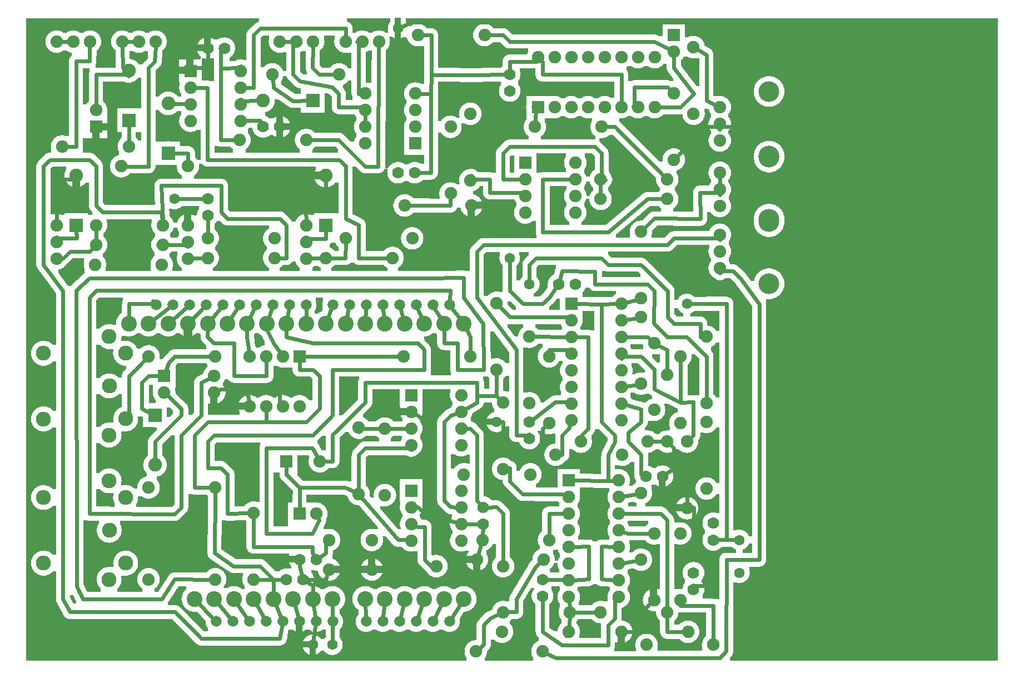
<source format=gtl>
G04 MADE WITH FRITZING*
G04 WWW.FRITZING.ORG*
G04 DOUBLE SIDED*
G04 HOLES PLATED*
G04 CONTOUR ON CENTER OF CONTOUR VECTOR*
%ASAXBY*%
%FSLAX23Y23*%
%MOIN*%
%OFA0B0*%
%SFA1.0B1.0*%
%ADD10C,0.075000*%
%ADD11C,0.062992*%
%ADD12C,0.074667*%
%ADD13C,0.074695*%
%ADD14C,0.082000*%
%ADD15C,0.070000*%
%ADD16C,0.124033*%
%ADD17C,0.090000*%
%ADD18C,0.065278*%
%ADD19C,0.094488*%
%ADD20R,0.075000X0.075000*%
%ADD21R,0.082000X0.082000*%
%ADD22C,0.024000*%
%ADD23R,0.001000X0.001000*%
%LNCOPPER1*%
G90*
G70*
G54D10*
X1283Y3828D03*
X2264Y3660D03*
X569Y3431D03*
X883Y3266D03*
X3225Y3238D03*
X1791Y3268D03*
X3164Y3032D03*
X1289Y2954D03*
X253Y2816D03*
X3067Y3484D03*
X3602Y3062D03*
X574Y2619D03*
X1259Y2582D03*
X3955Y2470D03*
X2836Y2399D03*
X328Y2392D03*
X523Y2157D03*
X2521Y1846D03*
X524Y1829D03*
X3089Y1733D03*
X999Y1753D03*
X1971Y1677D03*
X2178Y1604D03*
X522Y1551D03*
X1267Y1280D03*
X698Y1386D03*
X1577Y1048D03*
X3413Y1008D03*
X1053Y921D03*
X1286Y808D03*
X4131Y1350D03*
X4108Y3819D03*
X3414Y237D03*
X3005Y246D03*
X3713Y527D03*
G54D11*
X3056Y2302D03*
X2859Y1475D03*
X4001Y2184D03*
G54D10*
X2584Y3247D03*
X2584Y2847D03*
G54D11*
X930Y2814D03*
X2269Y3837D03*
X4316Y766D03*
X2938Y2459D03*
X4316Y570D03*
X1875Y137D03*
X1757Y137D03*
G54D12*
X615Y3759D03*
X715Y3759D03*
G54D13*
X815Y3759D03*
G54D10*
X458Y3247D03*
X458Y3347D03*
G54D14*
X654Y3286D03*
X654Y3584D03*
G54D10*
X654Y3129D03*
X254Y3129D03*
G54D12*
X221Y3759D03*
X321Y3759D03*
G54D13*
X421Y3759D03*
G54D14*
X1757Y3404D03*
X1459Y3404D03*
G54D10*
X1914Y3562D03*
X1514Y3562D03*
X2372Y3147D03*
X2072Y3147D03*
X2372Y3247D03*
X2072Y3247D03*
X2372Y3347D03*
X2072Y3347D03*
X2372Y3447D03*
X2072Y3447D03*
G54D12*
X1560Y3759D03*
X1660Y3759D03*
G54D13*
X1760Y3759D03*
G54D10*
X1717Y3168D03*
X1317Y3168D03*
G54D12*
X1954Y3759D03*
X2054Y3759D03*
G54D13*
X2154Y3759D03*
G54D10*
X2308Y2774D03*
X2708Y2774D03*
X2702Y3326D03*
X2702Y2926D03*
G54D15*
X2269Y2971D03*
X2369Y2971D03*
G54D10*
X3032Y3032D03*
X3332Y3032D03*
X3032Y2932D03*
X3332Y2932D03*
X3032Y2832D03*
X3332Y2832D03*
X3032Y2732D03*
X3332Y2732D03*
X3883Y2814D03*
X3483Y2814D03*
X3883Y2932D03*
X3483Y2932D03*
X3107Y3365D03*
X3107Y3665D03*
X3207Y3365D03*
X3207Y3665D03*
X3307Y3365D03*
X3307Y3665D03*
X3407Y3365D03*
X3407Y3665D03*
X3507Y3365D03*
X3507Y3665D03*
X3607Y3365D03*
X3607Y3665D03*
X3707Y3365D03*
X3707Y3665D03*
X3807Y3365D03*
X3807Y3665D03*
G54D12*
X4198Y3365D03*
X4198Y3265D03*
G54D13*
X4198Y3165D03*
G54D16*
X4493Y3459D03*
X4493Y3071D03*
G54D10*
X4040Y3326D03*
X4040Y3726D03*
G54D15*
X2938Y3562D03*
X2938Y3462D03*
G54D10*
X2387Y3798D03*
X2787Y3798D03*
X3922Y3050D03*
X3922Y3450D03*
X3922Y3798D03*
X3922Y3698D03*
X3489Y3247D03*
X3089Y3247D03*
X3307Y2184D03*
X3607Y2184D03*
X3307Y2084D03*
X3607Y2084D03*
X3307Y1984D03*
X3607Y1984D03*
X3307Y1884D03*
X3607Y1884D03*
X3307Y1784D03*
X3607Y1784D03*
X3307Y1684D03*
X3607Y1684D03*
X3307Y1584D03*
X3607Y1584D03*
X3307Y1484D03*
X3607Y1484D03*
X2111Y589D03*
X1855Y589D03*
X2111Y766D03*
X1855Y766D03*
X3292Y1124D03*
X3592Y1124D03*
X3292Y1024D03*
X3592Y1024D03*
X3292Y924D03*
X3592Y924D03*
X3292Y824D03*
X3592Y824D03*
X3292Y724D03*
X3592Y724D03*
X3292Y624D03*
X3592Y624D03*
X3292Y524D03*
X3592Y524D03*
X3292Y424D03*
X3592Y424D03*
X1402Y530D03*
X1402Y930D03*
G54D15*
X1678Y648D03*
X1778Y648D03*
G54D10*
X866Y1751D03*
X1166Y1751D03*
X866Y1651D03*
X1166Y1651D03*
G54D14*
X812Y1515D03*
X812Y1217D03*
G54D17*
X537Y1691D03*
X536Y1396D03*
X536Y1987D03*
X635Y1887D03*
X636Y1494D03*
X143Y1887D03*
X143Y1493D03*
X537Y1691D03*
X536Y1396D03*
X536Y1987D03*
X635Y1887D03*
X636Y1494D03*
X143Y1887D03*
X143Y1493D03*
X537Y825D03*
X536Y530D03*
X536Y1121D03*
X635Y1021D03*
X636Y627D03*
X143Y1021D03*
X143Y627D03*
X537Y825D03*
X536Y530D03*
X536Y1121D03*
X635Y1021D03*
X636Y627D03*
X143Y1021D03*
X143Y627D03*
G54D10*
X773Y1869D03*
X1173Y1869D03*
X2702Y1869D03*
X2302Y1869D03*
X773Y1081D03*
X1173Y1081D03*
X773Y530D03*
X1173Y530D03*
G54D18*
X2177Y277D03*
X2277Y277D03*
X2377Y277D03*
X2477Y277D03*
X2577Y277D03*
X1717Y2177D03*
X1617Y2177D03*
X1517Y2177D03*
X1417Y2177D03*
X1317Y2177D03*
X1217Y2177D03*
X1117Y2177D03*
X1017Y2177D03*
X917Y2177D03*
X817Y2177D03*
X2577Y2177D03*
X2477Y2177D03*
X2377Y2177D03*
X2277Y2177D03*
X2177Y2177D03*
X2077Y2177D03*
X1977Y2177D03*
X1877Y2177D03*
X1277Y277D03*
X1177Y277D03*
X1377Y277D03*
X1477Y277D03*
X1577Y277D03*
X1677Y277D03*
X1777Y277D03*
X1877Y277D03*
X2077Y277D03*
G54D10*
X1678Y1869D03*
X1678Y1569D03*
X1578Y1869D03*
X1578Y1569D03*
X1478Y1869D03*
X1478Y1569D03*
X1378Y1869D03*
X1378Y1569D03*
G54D15*
X1699Y530D03*
X1599Y530D03*
G54D19*
X2426Y2066D03*
X2190Y2066D03*
X2308Y2066D03*
X2662Y2066D03*
X2544Y2066D03*
X2072Y2066D03*
X1954Y2066D03*
G54D10*
X221Y2456D03*
X221Y2556D03*
X221Y2656D03*
G54D19*
X1836Y2066D03*
G54D10*
X1009Y2456D03*
X1009Y2556D03*
X1009Y2656D03*
G54D19*
X1717Y2066D03*
X1599Y2066D03*
G54D10*
X1717Y2456D03*
X1717Y2556D03*
X1717Y2656D03*
G54D19*
X1363Y2066D03*
X773Y2066D03*
G54D10*
X851Y2420D03*
X451Y2420D03*
G54D19*
X1127Y2066D03*
X1009Y2066D03*
G54D10*
X458Y2538D03*
X858Y2538D03*
G54D19*
X1245Y2066D03*
X891Y2066D03*
G54D10*
X1127Y2578D03*
X1527Y2578D03*
G54D19*
X1481Y2066D03*
X654Y2066D03*
G54D10*
X458Y2656D03*
X858Y2656D03*
G54D19*
X2426Y412D03*
X2544Y412D03*
G54D10*
X1127Y2459D03*
X1527Y2459D03*
G54D19*
X2190Y412D03*
X2662Y412D03*
G54D10*
X1954Y2578D03*
X2354Y2578D03*
G54D19*
X2308Y412D03*
X2072Y412D03*
G54D15*
X1127Y2714D03*
X1127Y2814D03*
G54D19*
X1875Y412D03*
X1639Y412D03*
X1521Y412D03*
G54D14*
X1836Y2656D03*
X1836Y2954D03*
G54D19*
X1757Y412D03*
G54D14*
X339Y2656D03*
X339Y2954D03*
G54D19*
X1284Y412D03*
G54D10*
X1836Y2459D03*
X2236Y2459D03*
G54D19*
X1402Y412D03*
X1166Y412D03*
G54D10*
X1024Y3583D03*
X1324Y3583D03*
X1024Y3483D03*
X1324Y3483D03*
X1024Y3383D03*
X1324Y3383D03*
X1024Y3283D03*
X1324Y3283D03*
G54D19*
X1048Y412D03*
G54D15*
X1560Y3247D03*
X1460Y3247D03*
X1127Y3719D03*
X1227Y3719D03*
G54D10*
X2347Y1636D03*
X2647Y1636D03*
X2347Y1536D03*
X2647Y1536D03*
X2347Y1436D03*
X2647Y1436D03*
X2347Y1336D03*
X2647Y1336D03*
G54D14*
X891Y3089D03*
X891Y3387D03*
G54D10*
X1009Y3011D03*
X609Y3011D03*
X2032Y1042D03*
X2032Y1442D03*
X2190Y1436D03*
X2190Y1036D03*
X3365Y1357D03*
X3765Y1357D03*
X2347Y1063D03*
X2647Y1063D03*
X2347Y963D03*
X2647Y963D03*
X2347Y863D03*
X2647Y863D03*
X2347Y763D03*
X2647Y763D03*
X3174Y766D03*
X2774Y766D03*
X2898Y609D03*
X2498Y609D03*
G54D15*
X2780Y963D03*
X2780Y863D03*
G54D10*
X1678Y924D03*
X1778Y924D03*
X3056Y1587D03*
X3056Y1987D03*
X1599Y1239D03*
X1799Y1239D03*
X2859Y1790D03*
X2859Y2190D03*
X2662Y1160D03*
X3062Y1160D03*
X2898Y1593D03*
X2898Y1193D03*
X3174Y1469D03*
X3174Y1869D03*
X2741Y648D03*
X3141Y648D03*
X4119Y1587D03*
X4119Y1987D03*
X2892Y215D03*
X3292Y215D03*
X3613Y1278D03*
X3213Y1278D03*
X2898Y333D03*
X3298Y333D03*
X3725Y1705D03*
X3725Y2105D03*
X3725Y648D03*
X3725Y1048D03*
X3804Y1548D03*
X3804Y1948D03*
X3483Y333D03*
X3883Y333D03*
X3883Y1757D03*
X3883Y1357D03*
X4007Y215D03*
X3607Y215D03*
X4119Y1075D03*
X4119Y1475D03*
X3758Y137D03*
X4158Y137D03*
X3961Y1469D03*
X3961Y1869D03*
X3961Y406D03*
X3961Y806D03*
G54D15*
X3854Y1149D03*
X3754Y1149D03*
X4040Y469D03*
X4040Y570D03*
G54D10*
X4001Y957D03*
X4001Y1357D03*
X3804Y406D03*
X3804Y806D03*
G54D15*
X3056Y1375D03*
X3056Y1475D03*
X3135Y430D03*
X3135Y530D03*
G54D12*
X4198Y2599D03*
X4198Y2499D03*
G54D13*
X4198Y2399D03*
G54D16*
X4493Y2693D03*
X4493Y2305D03*
G54D10*
X2735Y97D03*
X3135Y97D03*
G54D12*
X4198Y2971D03*
X4198Y2871D03*
G54D13*
X4198Y2771D03*
G54D16*
X4493Y3065D03*
X4493Y2677D03*
G54D10*
X3725Y2617D03*
X3725Y2217D03*
G54D15*
X4158Y867D03*
X4158Y766D03*
X3231Y2302D03*
X3332Y2302D03*
G54D20*
X458Y3247D03*
G54D21*
X654Y3285D03*
X1758Y3404D03*
G54D20*
X2372Y3147D03*
X3032Y3032D03*
X3107Y3365D03*
X3922Y3798D03*
X3307Y2184D03*
X3292Y1124D03*
X866Y1751D03*
G54D21*
X812Y1516D03*
G54D20*
X1678Y1869D03*
G54D21*
X1836Y2655D03*
X339Y2655D03*
G54D20*
X1024Y3583D03*
X2347Y1636D03*
G54D21*
X891Y3088D03*
G54D20*
X2347Y1063D03*
X1678Y924D03*
X1599Y1239D03*
G54D22*
X654Y1751D02*
X694Y1790D01*
D02*
X969Y1554D02*
X887Y1631D01*
D02*
X812Y1357D02*
X969Y1514D01*
D02*
X812Y1249D02*
X812Y1357D01*
D02*
X969Y1514D02*
X969Y1554D01*
D02*
X772Y1751D02*
X838Y1751D01*
D02*
X733Y1554D02*
X733Y1711D01*
D02*
X783Y1529D02*
X733Y1554D01*
D02*
X733Y1711D02*
X772Y1751D01*
D02*
X694Y1790D02*
X733Y1829D01*
D02*
X733Y1829D02*
X752Y1849D01*
D02*
X662Y1523D02*
X654Y1514D01*
D02*
X654Y1514D02*
X654Y1751D01*
D02*
X1363Y1672D02*
X1374Y1597D01*
D02*
X2938Y2262D02*
X3017Y2185D01*
D02*
X3017Y2185D02*
X3134Y2185D01*
D02*
X3134Y2185D02*
X3174Y2222D01*
D02*
X3174Y2222D02*
X3216Y2281D01*
D02*
X2938Y2440D02*
X2938Y2262D01*
D02*
X4237Y768D02*
X4297Y767D01*
D02*
X4081Y1986D02*
X4081Y2066D01*
D02*
X4081Y2066D02*
X3921Y2066D01*
D02*
X3921Y2066D02*
X3884Y2106D01*
D02*
X3884Y2106D02*
X3884Y2263D01*
D02*
X3884Y2263D02*
X3724Y2420D01*
D02*
X3724Y2420D02*
X3527Y2420D01*
D02*
X3527Y2420D02*
X3490Y2460D01*
D02*
X3096Y2460D02*
X3056Y2420D01*
D02*
X3490Y2460D02*
X3096Y2460D01*
D02*
X3056Y2420D02*
X3056Y2321D01*
D02*
X4090Y1986D02*
X4081Y1986D01*
D02*
X2781Y2537D02*
X3884Y2539D01*
D02*
X3136Y1435D02*
X3136Y1319D01*
D02*
X3136Y1319D02*
X3095Y1278D01*
D02*
X3095Y1278D02*
X2938Y1278D01*
D02*
X2938Y1278D02*
X2898Y1319D01*
D02*
X2898Y1319D02*
X2898Y1397D01*
D02*
X2898Y1475D02*
X2878Y1475D01*
D02*
X2898Y1397D02*
X2898Y1475D01*
D02*
X3153Y1450D02*
X3136Y1435D01*
D02*
X4198Y2578D02*
X4199Y2567D01*
D02*
X3923Y2578D02*
X4198Y2578D01*
D02*
X3884Y2539D02*
X3923Y2578D01*
D02*
X2741Y2498D02*
X2781Y2537D01*
D02*
X3055Y1396D02*
X2977Y1396D01*
D02*
X2741Y2222D02*
X2741Y2498D01*
D02*
X2977Y1907D02*
X2741Y2222D01*
D02*
X2977Y1396D02*
X2977Y1907D01*
D02*
X3055Y1401D02*
X3055Y1396D01*
D02*
X458Y2567D02*
X458Y2628D01*
D02*
X419Y2499D02*
X301Y2499D01*
D02*
X301Y2499D02*
X261Y2460D01*
D02*
X261Y2460D02*
X250Y2459D01*
D02*
X437Y2518D02*
X419Y2499D01*
D02*
X341Y2932D02*
X342Y2922D01*
D02*
X221Y2932D02*
X341Y2932D01*
D02*
X221Y2685D02*
X221Y2932D01*
D02*
X341Y2579D02*
X221Y2579D01*
D02*
X221Y2579D02*
X221Y2585D01*
D02*
X340Y2624D02*
X341Y2579D01*
D02*
X4237Y768D02*
X4238Y2184D01*
D02*
X4238Y2184D02*
X4020Y2184D01*
D02*
X4184Y767D02*
X4237Y768D01*
D02*
X1098Y2459D02*
X1037Y2457D01*
D02*
X850Y2735D02*
X496Y2735D01*
D02*
X496Y2735D02*
X457Y2774D01*
D02*
X457Y2774D02*
X457Y3011D01*
D02*
X457Y3011D02*
X418Y3050D01*
D02*
X418Y3050D02*
X181Y3050D01*
D02*
X181Y3050D02*
X142Y3011D01*
D02*
X142Y3011D02*
X142Y2420D01*
D02*
X142Y2420D02*
X259Y2262D01*
D02*
X259Y2262D02*
X259Y412D01*
D02*
X259Y412D02*
X301Y334D01*
D02*
X301Y334D02*
X931Y334D01*
D02*
X931Y334D02*
X1087Y175D01*
D02*
X1087Y175D02*
X1560Y175D01*
D02*
X1560Y175D02*
X1572Y246D01*
D02*
X855Y2685D02*
X850Y2735D01*
D02*
X1007Y2538D02*
X850Y2538D01*
D02*
X850Y2538D02*
X829Y2540D01*
D02*
X1007Y2528D02*
X1007Y2538D01*
D02*
X1126Y3483D02*
X1052Y3483D01*
D02*
X1126Y3050D02*
X1126Y3483D01*
D02*
X1915Y3050D02*
X1126Y3050D01*
D02*
X1954Y3011D02*
X1915Y3050D01*
D02*
X2033Y2657D02*
X1954Y2696D01*
D02*
X2033Y2460D02*
X2033Y2657D01*
D02*
X2207Y2460D02*
X2033Y2460D01*
D02*
X1954Y2696D02*
X1954Y3011D01*
D02*
X1953Y2459D02*
X1864Y2459D01*
D02*
X1954Y2549D02*
X1953Y2459D01*
D02*
X1807Y2459D02*
X1746Y2457D01*
D02*
X1716Y2576D02*
X1716Y2585D01*
D02*
X1836Y2576D02*
X1716Y2576D01*
D02*
X1836Y2624D02*
X1836Y2576D01*
D02*
X1836Y2774D02*
X1755Y2774D01*
D02*
X1755Y2774D02*
X1716Y2735D01*
D02*
X1716Y2735D02*
X1717Y2685D01*
D02*
X1836Y2922D02*
X1836Y2774D01*
D02*
X850Y2894D02*
X857Y2685D01*
D02*
X1207Y2894D02*
X850Y2894D01*
D02*
X1207Y2734D02*
X1207Y2894D01*
D02*
X1245Y2696D02*
X1207Y2734D01*
D02*
X1561Y2696D02*
X1245Y2696D01*
D02*
X1599Y2656D02*
X1561Y2696D01*
D02*
X1599Y2459D02*
X1599Y2656D01*
D02*
X1555Y2459D02*
X1599Y2459D01*
D02*
X1127Y2606D02*
X1127Y2688D01*
D02*
X654Y3157D02*
X654Y3254D01*
D02*
X617Y3601D02*
X615Y3727D01*
D02*
X625Y3597D02*
X617Y3601D01*
D02*
X772Y3010D02*
X637Y3010D01*
D02*
X772Y3601D02*
X772Y3010D01*
D02*
X810Y3639D02*
X772Y3601D01*
D02*
X814Y3727D02*
X810Y3639D01*
D02*
X683Y3759D02*
X647Y3759D01*
D02*
X1010Y3089D02*
X923Y3089D01*
D02*
X1009Y3039D02*
X1010Y3089D01*
D02*
X995Y3384D02*
X923Y3386D01*
D02*
X1443Y3286D02*
X1450Y3271D01*
D02*
X1352Y3284D02*
X1443Y3286D01*
D02*
X1205Y3720D02*
X1201Y3720D01*
D02*
X1324Y3601D02*
X1205Y3600D01*
D02*
X1205Y3600D02*
X1205Y3720D01*
D02*
X1324Y3612D02*
X1324Y3601D01*
D02*
X1049Y3601D02*
X1125Y3601D01*
D02*
X1125Y3601D02*
X1127Y3693D01*
D02*
X1047Y3599D02*
X1049Y3601D01*
D02*
X418Y3641D02*
X338Y3641D01*
D02*
X338Y3641D02*
X339Y3129D01*
D02*
X339Y3129D02*
X283Y3129D01*
D02*
X420Y3727D02*
X418Y3641D01*
D02*
X949Y2814D02*
X1101Y2814D01*
D02*
X1640Y3757D02*
X1628Y3756D01*
D02*
X1640Y3561D02*
X1640Y3757D01*
D02*
X1678Y3522D02*
X1640Y3561D01*
D02*
X1875Y3484D02*
X1678Y3522D01*
D02*
X1913Y3445D02*
X1875Y3484D01*
D02*
X2071Y3365D02*
X1913Y3365D01*
D02*
X1913Y3365D02*
X1913Y3445D01*
D02*
X2070Y3375D02*
X2071Y3365D01*
D02*
X1592Y3759D02*
X1628Y3759D01*
D02*
X1522Y3482D02*
X1517Y3533D01*
D02*
X1637Y3403D02*
X1522Y3482D01*
D02*
X1725Y3404D02*
X1637Y3403D01*
D02*
X1756Y3601D02*
X1759Y3727D01*
D02*
X1796Y3561D02*
X1756Y3601D01*
D02*
X1886Y3562D02*
X1796Y3561D01*
D02*
X1324Y3403D02*
X1427Y3404D01*
D02*
X1324Y3412D02*
X1324Y3403D01*
D02*
X290Y3759D02*
X253Y3759D01*
D02*
X2072Y3318D02*
X2072Y3275D01*
D02*
X2150Y3010D02*
X2153Y3727D01*
D02*
X2073Y3010D02*
X2150Y3010D01*
D02*
X1746Y3168D02*
X1913Y3170D01*
D02*
X1913Y3170D02*
X2073Y3010D01*
D02*
X1401Y3483D02*
X1352Y3483D01*
D02*
X1401Y3798D02*
X1401Y3483D01*
D02*
X1954Y3837D02*
X1443Y3837D01*
D02*
X1954Y3790D02*
X1954Y3837D01*
D02*
X1443Y3837D02*
X1401Y3798D01*
D02*
X2033Y3758D02*
X2022Y3758D01*
D02*
X2033Y3444D02*
X2033Y3758D01*
D02*
X2043Y3444D02*
X2033Y3444D01*
D02*
X3017Y2853D02*
X3015Y2855D01*
D02*
X2820Y2853D02*
X3017Y2853D01*
D02*
X2820Y2933D02*
X2820Y2853D01*
D02*
X2707Y2954D02*
X2703Y2933D01*
D02*
X2703Y2933D02*
X2820Y2933D01*
D02*
X2583Y2774D02*
X2337Y2774D01*
D02*
X2583Y2818D02*
X2583Y2774D01*
D02*
X2466Y2972D02*
X2465Y3444D01*
D02*
X2465Y3444D02*
X2400Y3446D01*
D02*
X2395Y2971D02*
X2466Y2972D01*
D02*
X653Y3561D02*
X652Y3552D01*
D02*
X457Y3561D02*
X653Y3561D01*
D02*
X457Y3375D02*
X457Y3561D01*
D02*
X1205Y3170D02*
X1289Y3168D01*
D02*
X1205Y3600D02*
X1205Y3170D01*
D02*
X2724Y3557D02*
X2912Y3561D01*
D02*
X2467Y3560D02*
X2724Y3557D01*
D02*
X2465Y3444D02*
X2467Y3560D01*
D02*
X3135Y2933D02*
X3135Y2616D01*
D02*
X3135Y2616D02*
X3529Y2616D01*
D02*
X3529Y2616D02*
X3765Y2814D01*
D02*
X3765Y2814D02*
X3854Y2814D01*
D02*
X3303Y2932D02*
X3135Y2933D01*
D02*
X3483Y2903D02*
X3483Y2842D01*
D02*
X2898Y2931D02*
X2898Y3088D01*
D02*
X2898Y3088D02*
X2938Y3129D01*
D02*
X2938Y3129D02*
X3449Y3129D01*
D02*
X3449Y3129D02*
X3489Y3088D01*
D02*
X3489Y2931D02*
X3511Y2930D01*
D02*
X3489Y3088D02*
X3489Y2931D01*
D02*
X3003Y2932D02*
X2898Y2931D01*
D02*
X3096Y3365D02*
X3079Y3365D01*
D02*
X3091Y3275D02*
X3096Y3365D01*
D02*
X3961Y3364D02*
X4042Y3444D01*
D02*
X4042Y3444D02*
X3922Y3602D01*
D02*
X3922Y3601D02*
X3922Y3669D01*
D02*
X4117Y3406D02*
X4169Y3379D01*
D02*
X3836Y3365D02*
X3961Y3364D01*
D02*
X2467Y3797D02*
X2415Y3798D01*
D02*
X2467Y3560D02*
X2467Y3797D01*
D02*
X3685Y3366D02*
X3685Y3484D01*
D02*
X3685Y3484D02*
X3884Y3484D01*
D02*
X3884Y3484D02*
X3901Y3469D01*
D02*
X3679Y3367D02*
X3685Y3366D01*
D02*
X4117Y3680D02*
X4117Y3406D01*
D02*
X4065Y3711D02*
X4117Y3680D01*
D02*
X3134Y3640D02*
X3128Y3645D01*
D02*
X3607Y3561D02*
X3134Y3561D01*
D02*
X3134Y3561D02*
X3134Y3640D01*
D02*
X3607Y3394D02*
X3607Y3561D01*
D02*
X3097Y3640D02*
X3096Y3639D01*
D02*
X2938Y3640D02*
X3097Y3640D01*
D02*
X2938Y3588D02*
X2938Y3640D01*
D02*
X1772Y246D02*
X1759Y155D01*
D02*
X1876Y245D02*
X1875Y156D01*
D02*
X4197Y3247D02*
X4316Y3247D01*
D02*
X4316Y3247D02*
X4316Y3837D01*
D02*
X4316Y3837D02*
X4277Y3876D01*
D02*
X4277Y3876D02*
X2348Y3876D01*
D02*
X2348Y3876D02*
X2286Y3846D01*
D02*
X4196Y3233D02*
X4197Y3247D01*
D02*
X3804Y3759D02*
X2938Y3758D01*
D02*
X2898Y3798D02*
X2815Y3798D01*
D02*
X2938Y3758D02*
X2898Y3798D01*
D02*
X3897Y3711D02*
X3804Y3759D01*
D02*
X4198Y3247D02*
X4119Y3247D01*
D02*
X4119Y3247D02*
X3942Y3070D01*
D02*
X4199Y3233D02*
X4198Y3247D01*
D02*
X3567Y3248D02*
X3518Y3247D01*
D02*
X3863Y2952D02*
X3567Y3248D01*
D02*
X3962Y372D02*
X3962Y377D01*
D02*
X3882Y215D02*
X3979Y215D01*
D02*
X3725Y333D02*
X3783Y386D01*
D02*
X4158Y372D02*
X3962Y372D01*
D02*
X4158Y165D02*
X4158Y372D01*
D02*
X3411Y728D02*
X3411Y531D01*
D02*
X3411Y531D02*
X3321Y526D01*
D02*
X3321Y725D02*
X3411Y728D01*
D02*
X3489Y728D02*
X3564Y725D01*
D02*
X3489Y531D02*
X3489Y728D01*
D02*
X3564Y526D02*
X3489Y531D01*
D02*
X3725Y215D02*
X3725Y333D01*
D02*
X3636Y215D02*
X3725Y215D01*
D02*
X3883Y305D02*
X3882Y215D01*
D02*
X3646Y806D02*
X3619Y815D01*
D02*
X3775Y806D02*
X3646Y806D01*
D02*
X3844Y925D02*
X3882Y884D01*
D02*
X3882Y884D02*
X3883Y362D01*
D02*
X3621Y924D02*
X3844Y925D01*
D02*
X3327Y333D02*
X3454Y333D01*
D02*
X3253Y1277D02*
X3242Y1278D01*
D02*
X3253Y1396D02*
X3253Y1277D01*
D02*
X3410Y1436D02*
X3410Y1986D01*
D02*
X3410Y1986D02*
X3336Y1984D01*
D02*
X3369Y1385D02*
X3371Y1397D01*
D02*
X3371Y1397D02*
X3410Y1436D01*
D02*
X3299Y1456D02*
X3293Y1436D01*
D02*
X3293Y1436D02*
X3253Y1396D01*
D02*
X3291Y1909D02*
X3174Y1909D01*
D02*
X3174Y1909D02*
X3174Y1897D01*
D02*
X3292Y1908D02*
X3291Y1909D01*
D02*
X3279Y1984D02*
X3085Y1987D01*
D02*
X3275Y192D02*
X3292Y215D01*
D02*
X3292Y215D02*
X3297Y305D01*
D02*
X3882Y1869D02*
X3883Y1786D01*
D02*
X3882Y1908D02*
X3882Y1869D01*
D02*
X3830Y1935D02*
X3882Y1908D01*
D02*
X3854Y1357D02*
X3793Y1357D01*
D02*
X3765Y1986D02*
X3636Y1984D01*
D02*
X3783Y1967D02*
X3765Y1986D01*
D02*
X4276Y2381D02*
X4317Y2342D01*
D02*
X4317Y2342D02*
X4435Y2183D01*
D02*
X4435Y2183D02*
X4435Y1712D01*
D02*
X4435Y1712D02*
X4435Y1002D01*
D02*
X4435Y1002D02*
X4435Y963D01*
D02*
X4435Y648D02*
X4237Y648D01*
D02*
X4238Y648D02*
X4236Y97D01*
D02*
X4435Y963D02*
X4435Y648D01*
D02*
X4236Y97D02*
X4198Y59D01*
D02*
X4198Y59D02*
X3215Y57D01*
D02*
X4198Y2382D02*
X4276Y2381D01*
D02*
X4199Y2367D02*
X4198Y2382D01*
D02*
X3215Y57D02*
X3160Y84D01*
D02*
X2782Y255D02*
X2782Y138D01*
D02*
X2782Y138D02*
X2756Y116D01*
D02*
X2819Y295D02*
X2782Y255D01*
D02*
X2873Y321D02*
X2819Y295D01*
D02*
X3922Y1317D02*
X3903Y1337D01*
D02*
X3923Y1196D02*
X3922Y1317D01*
D02*
X4001Y1159D02*
X3923Y1196D01*
D02*
X4001Y986D02*
X4001Y1159D01*
D02*
X3962Y1593D02*
X3962Y1840D01*
D02*
X4040Y1594D02*
X3962Y1593D01*
D02*
X4040Y1396D02*
X4040Y1594D01*
D02*
X4021Y1377D02*
X4040Y1396D01*
D02*
X4041Y649D02*
X4041Y963D01*
D02*
X4157Y649D02*
X4041Y649D01*
D02*
X3568Y413D02*
X3566Y412D01*
D02*
X3569Y294D02*
X3568Y413D01*
D02*
X4002Y964D02*
X4004Y985D01*
D02*
X4040Y491D02*
X4159Y491D01*
D02*
X4159Y491D02*
X4157Y649D01*
D02*
X4040Y496D02*
X4040Y491D01*
D02*
X4041Y963D02*
X4002Y964D01*
D02*
X3253Y2382D02*
X3238Y2327D01*
D02*
X3450Y2380D02*
X3253Y2382D01*
D02*
X3450Y2303D02*
X3450Y2380D01*
D02*
X3764Y2303D02*
X3450Y2303D01*
D02*
X3804Y2263D02*
X3764Y2303D01*
D02*
X3803Y2067D02*
X3804Y2263D01*
D02*
X3882Y1986D02*
X3803Y2067D01*
D02*
X4000Y1986D02*
X3882Y1986D01*
D02*
X4119Y1869D02*
X4000Y1986D01*
D02*
X4119Y1616D02*
X4119Y1869D01*
D02*
X3174Y925D02*
X3264Y924D01*
D02*
X3174Y795D02*
X3174Y925D01*
D02*
X3293Y1594D02*
X3213Y1594D01*
D02*
X3284Y1600D02*
X3293Y1594D01*
D02*
X3213Y1594D02*
X3077Y1491D01*
D02*
X3725Y1161D02*
X3730Y1159D01*
D02*
X3725Y1553D02*
X3725Y1476D01*
D02*
X3725Y1476D02*
X3649Y1413D01*
D02*
X3649Y1413D02*
X3647Y1357D01*
D02*
X3647Y1357D02*
X3725Y1277D01*
D02*
X3635Y1577D02*
X3725Y1553D01*
D02*
X3725Y1277D02*
X3725Y1161D01*
D02*
X3135Y216D02*
X3253Y136D01*
D02*
X3253Y136D02*
X3529Y136D01*
D02*
X3529Y136D02*
X3529Y254D01*
D02*
X3529Y254D02*
X3569Y294D01*
D02*
X3135Y404D02*
X3135Y216D01*
D02*
X3253Y530D02*
X3161Y530D01*
D02*
X3264Y528D02*
X3253Y530D01*
D02*
X3607Y1869D02*
X3607Y1855D01*
D02*
X3725Y1869D02*
X3607Y1869D01*
D02*
X3805Y1791D02*
X3725Y1869D01*
D02*
X3805Y1673D02*
X3805Y1791D01*
D02*
X3962Y1593D02*
X3805Y1673D01*
D02*
X3923Y1196D02*
X3876Y1164D01*
D02*
X788Y2077D02*
X892Y2158D01*
D02*
X905Y2078D02*
X993Y2156D01*
D02*
X812Y2184D02*
X800Y2203D01*
D02*
X655Y2184D02*
X812Y2184D01*
D02*
X654Y2085D02*
X655Y2184D01*
D02*
X1022Y2079D02*
X1095Y2154D01*
D02*
X1139Y2080D02*
X1197Y2152D01*
D02*
X1255Y2082D02*
X1300Y2150D01*
D02*
X1371Y2083D02*
X1403Y2149D01*
D02*
X1487Y2084D02*
X1507Y2147D01*
D02*
X1602Y2084D02*
X1612Y2146D01*
D02*
X1717Y2085D02*
X1717Y2145D01*
D02*
X1842Y2083D02*
X1866Y2147D01*
D02*
X1957Y2084D02*
X1970Y2146D01*
D02*
X2073Y2085D02*
X2075Y2145D01*
D02*
X2188Y2085D02*
X2180Y2146D01*
D02*
X2303Y2084D02*
X2285Y2147D01*
D02*
X2418Y2083D02*
X2389Y2148D01*
D02*
X2534Y2082D02*
X2493Y2150D01*
D02*
X2651Y2081D02*
X2596Y2152D01*
D02*
X1155Y299D02*
X1061Y398D01*
D02*
X1257Y301D02*
X1178Y397D01*
D02*
X1359Y303D02*
X1295Y396D01*
D02*
X1462Y304D02*
X1412Y395D01*
D02*
X1565Y306D02*
X1528Y395D01*
D02*
X1772Y308D02*
X1760Y393D01*
D02*
X1875Y393D02*
X1876Y308D01*
D02*
X1668Y307D02*
X1644Y394D01*
D02*
X2076Y308D02*
X2072Y393D01*
D02*
X2180Y308D02*
X2188Y393D01*
D02*
X2284Y307D02*
X2304Y394D01*
D02*
X2387Y306D02*
X2420Y394D01*
D02*
X2491Y305D02*
X2536Y395D01*
D02*
X2652Y396D02*
X2593Y303D01*
D02*
X1521Y530D02*
X1521Y431D01*
D02*
X1442Y610D02*
X1522Y530D01*
D02*
X1283Y610D02*
X1442Y610D01*
D02*
X1168Y687D02*
X1283Y610D01*
D02*
X1172Y1053D02*
X1168Y687D01*
D02*
X2702Y1986D02*
X2671Y2049D01*
D02*
X2702Y1897D02*
X2702Y1986D01*
D02*
X929Y1869D02*
X1144Y1869D01*
D02*
X892Y1829D02*
X929Y1869D01*
D02*
X875Y1778D02*
X892Y1829D01*
D02*
X1363Y1986D02*
X1363Y2047D01*
D02*
X1374Y1897D02*
X1363Y1986D01*
D02*
X1165Y1947D02*
X1126Y1986D01*
D02*
X1126Y1986D02*
X1127Y2047D01*
D02*
X1285Y1947D02*
X1165Y1947D01*
D02*
X1285Y1752D02*
X1285Y1947D01*
D02*
X1480Y1752D02*
X1285Y1752D01*
D02*
X1479Y1840D02*
X1480Y1752D01*
D02*
X2273Y1869D02*
X1707Y1869D01*
D02*
X1481Y2027D02*
X1481Y2047D01*
D02*
X1521Y1947D02*
X1481Y2027D01*
D02*
X1561Y1892D02*
X1521Y1947D01*
D02*
X1521Y530D02*
X1573Y530D01*
D02*
X1758Y492D02*
X1721Y516D01*
D02*
X1757Y431D02*
X1758Y492D01*
D02*
X1835Y530D02*
X1725Y530D01*
D02*
X1846Y562D02*
X1835Y530D01*
D02*
X1521Y530D02*
X1431Y530D01*
D02*
X1835Y687D02*
X1800Y663D01*
D02*
X1835Y767D02*
X1835Y687D01*
D02*
X1827Y767D02*
X1835Y767D01*
D02*
X1678Y610D02*
X1692Y555D01*
D02*
X1678Y622D02*
X1678Y610D01*
D02*
X1756Y688D02*
X1766Y671D01*
D02*
X1402Y726D02*
X1756Y726D01*
D02*
X1756Y726D02*
X1756Y688D01*
D02*
X1402Y902D02*
X1402Y726D01*
D02*
X1560Y1593D02*
X1561Y1592D01*
D02*
X1363Y1672D02*
X1560Y1671D01*
D02*
X1205Y1673D02*
X1363Y1672D01*
D02*
X1560Y1672D02*
X1560Y1593D01*
D02*
X1191Y1665D02*
X1205Y1673D01*
D02*
X1480Y1475D02*
X1717Y1475D01*
D02*
X1048Y1081D02*
X1048Y1396D01*
D02*
X1048Y1396D02*
X1127Y1475D01*
D02*
X1127Y1475D02*
X1480Y1475D01*
D02*
X1717Y1475D02*
X1797Y1555D01*
D02*
X1797Y1555D02*
X1797Y1752D01*
D02*
X1797Y1752D02*
X1757Y1789D01*
D02*
X1757Y1789D02*
X1677Y1789D01*
D02*
X1677Y1789D02*
X1678Y1840D01*
D02*
X1144Y1081D02*
X1048Y1081D01*
D02*
X1480Y1475D02*
X1479Y1540D01*
D02*
X2545Y1948D02*
X2544Y2047D01*
D02*
X2624Y1948D02*
X2545Y1948D01*
D02*
X2624Y1790D02*
X2624Y1948D01*
D02*
X2782Y1790D02*
X2624Y1790D01*
D02*
X2780Y2065D02*
X2782Y1790D01*
D02*
X2662Y2222D02*
X2780Y2065D01*
D02*
X2662Y2343D02*
X2662Y2222D01*
D02*
X2424Y2340D02*
X2662Y2343D01*
D02*
X418Y2340D02*
X2424Y2340D01*
D02*
X339Y2264D02*
X418Y2340D01*
D02*
X341Y490D02*
X339Y2264D01*
D02*
X378Y413D02*
X341Y490D01*
D02*
X853Y413D02*
X378Y413D01*
D02*
X930Y531D02*
X853Y413D01*
D02*
X1144Y530D02*
X930Y531D01*
D02*
X2582Y2264D02*
X2579Y2208D01*
D02*
X459Y2264D02*
X2582Y2264D01*
D02*
X418Y2223D02*
X459Y2264D01*
D02*
X418Y924D02*
X418Y2223D01*
D02*
X930Y923D02*
X418Y924D01*
D02*
X969Y963D02*
X930Y923D01*
D02*
X969Y1396D02*
X969Y963D01*
D02*
X1088Y1514D02*
X969Y1396D01*
D02*
X1088Y1711D02*
X1088Y1514D01*
D02*
X1141Y1738D02*
X1088Y1711D01*
D02*
X1246Y924D02*
X1374Y929D01*
D02*
X1600Y1986D02*
X1758Y1948D01*
D02*
X1758Y1948D02*
X2387Y1948D01*
D02*
X2387Y1948D02*
X2424Y1907D01*
D02*
X2424Y1907D02*
X2424Y1790D01*
D02*
X2424Y1790D02*
X1875Y1790D01*
D02*
X1875Y1790D02*
X1875Y1515D01*
D02*
X1875Y1515D02*
X1758Y1395D01*
D02*
X1758Y1395D02*
X1166Y1396D01*
D02*
X1166Y1396D02*
X1127Y1357D01*
D02*
X1127Y1357D02*
X1127Y1199D01*
D02*
X1127Y1199D02*
X1205Y1199D01*
D02*
X1205Y1199D02*
X1246Y1161D01*
D02*
X1246Y1161D02*
X1246Y924D01*
D02*
X1599Y2047D02*
X1600Y1986D01*
D02*
X2386Y964D02*
X2376Y964D01*
D02*
X2432Y923D02*
X2386Y964D01*
D02*
X2620Y871D02*
X2432Y923D01*
D02*
X2754Y863D02*
X2676Y863D01*
D02*
X2427Y1475D02*
X2386Y1514D01*
D02*
X2386Y1514D02*
X2372Y1522D01*
D02*
X2432Y923D02*
X2427Y1475D01*
D02*
X2584Y1514D02*
X2620Y1526D01*
D02*
X2545Y1475D02*
X2584Y1514D01*
D02*
X2545Y1002D02*
X2545Y1475D01*
D02*
X2584Y964D02*
X2545Y1002D01*
D02*
X2619Y963D02*
X2584Y964D01*
D02*
X2741Y1002D02*
X2741Y1396D01*
D02*
X2741Y1396D02*
X2702Y1436D01*
D02*
X2702Y1436D02*
X2676Y1436D01*
D02*
X2762Y982D02*
X2741Y1002D01*
D02*
X2427Y648D02*
X2427Y845D01*
D02*
X2466Y609D02*
X2427Y648D01*
D02*
X2427Y845D02*
X2386Y845D01*
D02*
X2386Y845D02*
X2373Y851D01*
D02*
X2470Y609D02*
X2466Y609D01*
D02*
X2859Y964D02*
X2898Y925D01*
D02*
X2898Y925D02*
X2898Y638D01*
D02*
X2806Y963D02*
X2859Y964D01*
D02*
X2319Y1436D02*
X2218Y1436D01*
D02*
X2033Y1435D02*
X2035Y1414D01*
D02*
X2161Y1436D02*
X2033Y1435D01*
D02*
X2348Y1317D02*
X2071Y1317D01*
D02*
X2071Y1317D02*
X2033Y1278D01*
D02*
X2033Y1278D02*
X2032Y1071D01*
D02*
X2348Y1307D02*
X2348Y1317D01*
D02*
X2268Y767D02*
X2051Y1020D01*
D02*
X2308Y767D02*
X2268Y767D01*
D02*
X2319Y766D02*
X2308Y767D01*
D02*
X1679Y1082D02*
X1599Y1159D01*
D02*
X1599Y1159D02*
X1599Y1210D01*
D02*
X1678Y953D02*
X1679Y1082D01*
D02*
X1953Y1082D02*
X2007Y1055D01*
D02*
X1679Y1082D02*
X1953Y1082D01*
D02*
X2742Y1632D02*
X2742Y1712D01*
D02*
X2072Y1593D02*
X1876Y1397D01*
D02*
X1876Y1239D02*
X1828Y1239D01*
D02*
X1876Y1397D02*
X1876Y1239D01*
D02*
X2072Y1712D02*
X2072Y1593D01*
D02*
X2742Y1712D02*
X2072Y1712D01*
D02*
X2742Y1593D02*
X2742Y1632D01*
D02*
X2672Y1551D02*
X2742Y1593D01*
D02*
X1480Y1317D02*
X1756Y1317D01*
D02*
X1756Y1317D02*
X1786Y1264D01*
D02*
X1480Y806D02*
X1480Y1317D01*
D02*
X1795Y885D02*
X1756Y806D01*
D02*
X1756Y806D02*
X1480Y806D01*
D02*
X1790Y898D02*
X1795Y885D01*
D02*
X3527Y1121D02*
X3564Y1123D01*
D02*
X3321Y1124D02*
X3527Y1121D01*
D02*
X3488Y2183D02*
X3336Y2184D01*
D02*
X3488Y1553D02*
X3488Y2183D01*
D02*
X3490Y1475D02*
X3488Y1553D01*
D02*
X3569Y1396D02*
X3490Y1475D01*
D02*
X3569Y1356D02*
X3569Y1396D01*
D02*
X3529Y1278D02*
X3569Y1356D01*
D02*
X3527Y1121D02*
X3529Y1278D01*
D02*
X3488Y2183D02*
X3579Y2184D01*
D02*
X3016Y1042D02*
X3252Y1042D01*
D02*
X3252Y1042D02*
X3266Y1035D01*
D02*
X2938Y1200D02*
X2938Y1120D01*
D02*
X2938Y1120D02*
X3016Y1042D01*
D02*
X2927Y1198D02*
X2938Y1200D01*
D02*
X3620Y1029D02*
X3697Y1043D01*
D02*
X3620Y629D02*
X3697Y643D01*
D02*
X3293Y2105D02*
X3214Y2105D01*
D02*
X3214Y2105D02*
X2939Y2105D01*
D02*
X2939Y2105D02*
X2879Y2169D01*
D02*
X3291Y2108D02*
X3293Y2105D01*
D02*
X2858Y1632D02*
X2878Y1613D01*
D02*
X2859Y1761D02*
X2858Y1632D01*
D02*
X2859Y1632D02*
X2859Y1761D01*
D02*
X2742Y1632D02*
X2859Y1632D01*
D02*
X3635Y2089D02*
X3697Y2100D01*
D02*
X3635Y1689D02*
X3697Y1700D01*
D02*
X3635Y2192D02*
X3698Y2209D01*
D02*
X4198Y2903D02*
X4198Y2939D01*
D02*
X3805Y2697D02*
X3745Y2637D01*
D02*
X4198Y2853D02*
X4079Y2853D01*
D02*
X4079Y2853D02*
X4081Y2695D01*
D02*
X4081Y2695D02*
X3805Y2697D01*
D02*
X4199Y2839D02*
X4198Y2853D01*
D02*
X2776Y795D02*
X2779Y837D01*
D02*
X2766Y739D02*
X2749Y676D01*
D02*
X2978Y334D02*
X2927Y334D01*
D02*
X2978Y413D02*
X2978Y334D01*
D02*
X3096Y610D02*
X2978Y413D01*
D02*
X3119Y630D02*
X3096Y610D01*
D02*
X3294Y395D02*
X3297Y362D01*
G36*
X40Y3897D02*
X40Y3825D01*
X830Y3825D01*
X830Y3823D01*
X838Y3823D01*
X838Y3821D01*
X842Y3821D01*
X842Y3819D01*
X846Y3819D01*
X846Y3817D01*
X850Y3817D01*
X850Y3815D01*
X852Y3815D01*
X852Y3813D01*
X856Y3813D01*
X856Y3811D01*
X858Y3811D01*
X858Y3809D01*
X860Y3809D01*
X860Y3807D01*
X862Y3807D01*
X862Y3805D01*
X864Y3805D01*
X864Y3803D01*
X866Y3803D01*
X866Y3801D01*
X868Y3801D01*
X868Y3799D01*
X870Y3799D01*
X870Y3795D01*
X872Y3795D01*
X872Y3793D01*
X874Y3793D01*
X874Y3789D01*
X876Y3789D01*
X876Y3785D01*
X1232Y3785D01*
X1232Y3783D01*
X1244Y3783D01*
X1244Y3781D01*
X1250Y3781D01*
X1250Y3779D01*
X1254Y3779D01*
X1254Y3777D01*
X1258Y3777D01*
X1258Y3775D01*
X1262Y3775D01*
X1262Y3773D01*
X1264Y3773D01*
X1264Y3771D01*
X1268Y3771D01*
X1268Y3769D01*
X1270Y3769D01*
X1270Y3767D01*
X1272Y3767D01*
X1272Y3765D01*
X1274Y3765D01*
X1274Y3763D01*
X1276Y3763D01*
X1276Y3761D01*
X1278Y3761D01*
X1278Y3757D01*
X1280Y3757D01*
X1280Y3755D01*
X1282Y3755D01*
X1282Y3751D01*
X1284Y3751D01*
X1284Y3749D01*
X1286Y3749D01*
X1286Y3745D01*
X1288Y3745D01*
X1288Y3739D01*
X1290Y3739D01*
X1290Y3731D01*
X1292Y3731D01*
X1292Y3709D01*
X1290Y3709D01*
X1290Y3699D01*
X1288Y3699D01*
X1288Y3695D01*
X1286Y3695D01*
X1286Y3691D01*
X1284Y3691D01*
X1284Y3687D01*
X1282Y3687D01*
X1282Y3683D01*
X1280Y3683D01*
X1280Y3681D01*
X1278Y3681D01*
X1278Y3677D01*
X1276Y3677D01*
X1276Y3675D01*
X1274Y3675D01*
X1274Y3673D01*
X1272Y3673D01*
X1272Y3671D01*
X1270Y3671D01*
X1270Y3669D01*
X1266Y3669D01*
X1266Y3667D01*
X1264Y3667D01*
X1264Y3665D01*
X1260Y3665D01*
X1260Y3663D01*
X1258Y3663D01*
X1258Y3653D01*
X1334Y3653D01*
X1334Y3651D01*
X1340Y3651D01*
X1340Y3649D01*
X1360Y3649D01*
X1360Y3809D01*
X1362Y3809D01*
X1362Y3815D01*
X1364Y3815D01*
X1364Y3819D01*
X1366Y3819D01*
X1366Y3821D01*
X1368Y3821D01*
X1368Y3825D01*
X1370Y3825D01*
X1370Y3827D01*
X1372Y3827D01*
X1372Y3829D01*
X1374Y3829D01*
X1374Y3831D01*
X1376Y3831D01*
X1376Y3833D01*
X1378Y3833D01*
X1378Y3835D01*
X1380Y3835D01*
X1380Y3837D01*
X1382Y3837D01*
X1382Y3839D01*
X1386Y3839D01*
X1386Y3841D01*
X1388Y3841D01*
X1388Y3843D01*
X1390Y3843D01*
X1390Y3845D01*
X1392Y3845D01*
X1392Y3847D01*
X1394Y3847D01*
X1394Y3849D01*
X1396Y3849D01*
X1396Y3851D01*
X1398Y3851D01*
X1398Y3853D01*
X1400Y3853D01*
X1400Y3855D01*
X1402Y3855D01*
X1402Y3857D01*
X1404Y3857D01*
X1404Y3859D01*
X1406Y3859D01*
X1406Y3861D01*
X1408Y3861D01*
X1408Y3863D01*
X1410Y3863D01*
X1410Y3865D01*
X1412Y3865D01*
X1412Y3867D01*
X1416Y3867D01*
X1416Y3869D01*
X1418Y3869D01*
X1418Y3871D01*
X1420Y3871D01*
X1420Y3873D01*
X1424Y3873D01*
X1424Y3875D01*
X1428Y3875D01*
X1428Y3877D01*
X1434Y3877D01*
X1434Y3897D01*
X40Y3897D01*
G37*
D02*
G36*
X40Y3825D02*
X40Y3691D01*
X212Y3691D01*
X212Y3693D01*
X202Y3693D01*
X202Y3695D01*
X196Y3695D01*
X196Y3697D01*
X192Y3697D01*
X192Y3699D01*
X188Y3699D01*
X188Y3701D01*
X186Y3701D01*
X186Y3703D01*
X182Y3703D01*
X182Y3705D01*
X180Y3705D01*
X180Y3707D01*
X178Y3707D01*
X178Y3709D01*
X174Y3709D01*
X174Y3711D01*
X172Y3711D01*
X172Y3715D01*
X170Y3715D01*
X170Y3717D01*
X168Y3717D01*
X168Y3719D01*
X166Y3719D01*
X166Y3723D01*
X164Y3723D01*
X164Y3725D01*
X162Y3725D01*
X162Y3729D01*
X160Y3729D01*
X160Y3733D01*
X158Y3733D01*
X158Y3739D01*
X156Y3739D01*
X156Y3747D01*
X154Y3747D01*
X154Y3769D01*
X156Y3769D01*
X156Y3779D01*
X158Y3779D01*
X158Y3783D01*
X160Y3783D01*
X160Y3789D01*
X162Y3789D01*
X162Y3791D01*
X164Y3791D01*
X164Y3795D01*
X166Y3795D01*
X166Y3799D01*
X168Y3799D01*
X168Y3801D01*
X170Y3801D01*
X170Y3803D01*
X172Y3803D01*
X172Y3805D01*
X174Y3805D01*
X174Y3807D01*
X176Y3807D01*
X176Y3809D01*
X178Y3809D01*
X178Y3811D01*
X180Y3811D01*
X180Y3813D01*
X184Y3813D01*
X184Y3815D01*
X186Y3815D01*
X186Y3817D01*
X190Y3817D01*
X190Y3819D01*
X194Y3819D01*
X194Y3821D01*
X198Y3821D01*
X198Y3823D01*
X206Y3823D01*
X206Y3825D01*
X40Y3825D01*
G37*
D02*
G36*
X238Y3825D02*
X238Y3823D01*
X244Y3823D01*
X244Y3821D01*
X248Y3821D01*
X248Y3819D01*
X252Y3819D01*
X252Y3817D01*
X256Y3817D01*
X256Y3815D01*
X260Y3815D01*
X260Y3813D01*
X284Y3813D01*
X284Y3815D01*
X286Y3815D01*
X286Y3817D01*
X290Y3817D01*
X290Y3819D01*
X294Y3819D01*
X294Y3821D01*
X298Y3821D01*
X298Y3823D01*
X306Y3823D01*
X306Y3825D01*
X238Y3825D01*
G37*
D02*
G36*
X336Y3825D02*
X336Y3823D01*
X344Y3823D01*
X344Y3821D01*
X348Y3821D01*
X348Y3819D01*
X352Y3819D01*
X352Y3817D01*
X356Y3817D01*
X356Y3815D01*
X360Y3815D01*
X360Y3813D01*
X384Y3813D01*
X384Y3815D01*
X386Y3815D01*
X386Y3817D01*
X390Y3817D01*
X390Y3819D01*
X394Y3819D01*
X394Y3821D01*
X398Y3821D01*
X398Y3823D01*
X406Y3823D01*
X406Y3825D01*
X336Y3825D01*
G37*
D02*
G36*
X438Y3825D02*
X438Y3823D01*
X444Y3823D01*
X444Y3821D01*
X448Y3821D01*
X448Y3819D01*
X452Y3819D01*
X452Y3817D01*
X456Y3817D01*
X456Y3815D01*
X460Y3815D01*
X460Y3813D01*
X462Y3813D01*
X462Y3811D01*
X464Y3811D01*
X464Y3809D01*
X466Y3809D01*
X466Y3807D01*
X470Y3807D01*
X470Y3803D01*
X472Y3803D01*
X472Y3801D01*
X474Y3801D01*
X474Y3799D01*
X476Y3799D01*
X476Y3797D01*
X478Y3797D01*
X478Y3793D01*
X480Y3793D01*
X480Y3789D01*
X482Y3789D01*
X482Y3785D01*
X484Y3785D01*
X484Y3781D01*
X486Y3781D01*
X486Y3773D01*
X488Y3773D01*
X488Y3743D01*
X486Y3743D01*
X486Y3737D01*
X484Y3737D01*
X484Y3731D01*
X482Y3731D01*
X482Y3727D01*
X480Y3727D01*
X480Y3725D01*
X478Y3725D01*
X478Y3721D01*
X476Y3721D01*
X476Y3719D01*
X474Y3719D01*
X474Y3715D01*
X472Y3715D01*
X472Y3713D01*
X470Y3713D01*
X470Y3711D01*
X468Y3711D01*
X468Y3709D01*
X466Y3709D01*
X466Y3707D01*
X464Y3707D01*
X464Y3705D01*
X462Y3705D01*
X462Y3671D01*
X460Y3671D01*
X460Y3631D01*
X458Y3631D01*
X458Y3625D01*
X456Y3625D01*
X456Y3603D01*
X574Y3603D01*
X574Y3707D01*
X570Y3707D01*
X570Y3709D01*
X568Y3709D01*
X568Y3711D01*
X566Y3711D01*
X566Y3713D01*
X564Y3713D01*
X564Y3717D01*
X562Y3717D01*
X562Y3719D01*
X560Y3719D01*
X560Y3721D01*
X558Y3721D01*
X558Y3725D01*
X556Y3725D01*
X556Y3729D01*
X554Y3729D01*
X554Y3733D01*
X552Y3733D01*
X552Y3737D01*
X550Y3737D01*
X550Y3745D01*
X548Y3745D01*
X548Y3771D01*
X550Y3771D01*
X550Y3779D01*
X552Y3779D01*
X552Y3785D01*
X554Y3785D01*
X554Y3789D01*
X556Y3789D01*
X556Y3793D01*
X558Y3793D01*
X558Y3795D01*
X560Y3795D01*
X560Y3799D01*
X562Y3799D01*
X562Y3801D01*
X564Y3801D01*
X564Y3803D01*
X566Y3803D01*
X566Y3805D01*
X568Y3805D01*
X568Y3807D01*
X570Y3807D01*
X570Y3809D01*
X572Y3809D01*
X572Y3811D01*
X574Y3811D01*
X574Y3813D01*
X578Y3813D01*
X578Y3815D01*
X580Y3815D01*
X580Y3817D01*
X584Y3817D01*
X584Y3819D01*
X588Y3819D01*
X588Y3821D01*
X592Y3821D01*
X592Y3823D01*
X600Y3823D01*
X600Y3825D01*
X438Y3825D01*
G37*
D02*
G36*
X630Y3825D02*
X630Y3823D01*
X638Y3823D01*
X638Y3821D01*
X642Y3821D01*
X642Y3819D01*
X646Y3819D01*
X646Y3817D01*
X650Y3817D01*
X650Y3815D01*
X652Y3815D01*
X652Y3813D01*
X678Y3813D01*
X678Y3815D01*
X680Y3815D01*
X680Y3817D01*
X684Y3817D01*
X684Y3819D01*
X688Y3819D01*
X688Y3821D01*
X692Y3821D01*
X692Y3823D01*
X700Y3823D01*
X700Y3825D01*
X630Y3825D01*
G37*
D02*
G36*
X730Y3825D02*
X730Y3823D01*
X738Y3823D01*
X738Y3821D01*
X742Y3821D01*
X742Y3819D01*
X746Y3819D01*
X746Y3817D01*
X750Y3817D01*
X750Y3815D01*
X752Y3815D01*
X752Y3813D01*
X778Y3813D01*
X778Y3815D01*
X780Y3815D01*
X780Y3817D01*
X784Y3817D01*
X784Y3819D01*
X788Y3819D01*
X788Y3821D01*
X792Y3821D01*
X792Y3823D01*
X800Y3823D01*
X800Y3825D01*
X730Y3825D01*
G37*
D02*
G36*
X878Y3785D02*
X878Y3779D01*
X880Y3779D01*
X880Y3773D01*
X882Y3773D01*
X882Y3745D01*
X880Y3745D01*
X880Y3737D01*
X878Y3737D01*
X878Y3733D01*
X876Y3733D01*
X876Y3729D01*
X874Y3729D01*
X874Y3725D01*
X872Y3725D01*
X872Y3721D01*
X870Y3721D01*
X870Y3719D01*
X868Y3719D01*
X868Y3715D01*
X866Y3715D01*
X866Y3713D01*
X864Y3713D01*
X864Y3711D01*
X862Y3711D01*
X862Y3709D01*
X860Y3709D01*
X860Y3707D01*
X856Y3707D01*
X856Y3705D01*
X854Y3705D01*
X854Y3661D01*
X852Y3661D01*
X852Y3629D01*
X850Y3629D01*
X850Y3623D01*
X848Y3623D01*
X848Y3619D01*
X846Y3619D01*
X846Y3615D01*
X844Y3615D01*
X844Y3613D01*
X842Y3613D01*
X842Y3611D01*
X840Y3611D01*
X840Y3609D01*
X838Y3609D01*
X838Y3607D01*
X836Y3607D01*
X836Y3605D01*
X834Y3605D01*
X834Y3603D01*
X832Y3603D01*
X832Y3601D01*
X830Y3601D01*
X830Y3599D01*
X828Y3599D01*
X828Y3597D01*
X826Y3597D01*
X826Y3595D01*
X824Y3595D01*
X824Y3593D01*
X822Y3593D01*
X822Y3591D01*
X820Y3591D01*
X820Y3589D01*
X818Y3589D01*
X818Y3587D01*
X816Y3587D01*
X816Y3585D01*
X814Y3585D01*
X814Y3459D01*
X896Y3459D01*
X896Y3457D01*
X908Y3457D01*
X908Y3455D01*
X914Y3455D01*
X914Y3453D01*
X920Y3453D01*
X920Y3451D01*
X924Y3451D01*
X924Y3449D01*
X928Y3449D01*
X928Y3447D01*
X930Y3447D01*
X930Y3445D01*
X932Y3445D01*
X932Y3443D01*
X936Y3443D01*
X936Y3441D01*
X938Y3441D01*
X938Y3439D01*
X940Y3439D01*
X940Y3437D01*
X942Y3437D01*
X942Y3435D01*
X944Y3435D01*
X944Y3433D01*
X946Y3433D01*
X946Y3431D01*
X948Y3431D01*
X948Y3427D01*
X968Y3427D01*
X968Y3447D01*
X966Y3447D01*
X966Y3449D01*
X964Y3449D01*
X964Y3453D01*
X962Y3453D01*
X962Y3459D01*
X960Y3459D01*
X960Y3463D01*
X958Y3463D01*
X958Y3473D01*
X956Y3473D01*
X956Y3493D01*
X958Y3493D01*
X958Y3515D01*
X956Y3515D01*
X956Y3651D01*
X1084Y3651D01*
X1084Y3671D01*
X1082Y3671D01*
X1082Y3673D01*
X1080Y3673D01*
X1080Y3675D01*
X1078Y3675D01*
X1078Y3677D01*
X1076Y3677D01*
X1076Y3681D01*
X1074Y3681D01*
X1074Y3683D01*
X1072Y3683D01*
X1072Y3687D01*
X1070Y3687D01*
X1070Y3689D01*
X1068Y3689D01*
X1068Y3693D01*
X1066Y3693D01*
X1066Y3699D01*
X1064Y3699D01*
X1064Y3707D01*
X1062Y3707D01*
X1062Y3731D01*
X1064Y3731D01*
X1064Y3739D01*
X1066Y3739D01*
X1066Y3745D01*
X1068Y3745D01*
X1068Y3749D01*
X1070Y3749D01*
X1070Y3753D01*
X1072Y3753D01*
X1072Y3755D01*
X1074Y3755D01*
X1074Y3759D01*
X1076Y3759D01*
X1076Y3761D01*
X1078Y3761D01*
X1078Y3763D01*
X1080Y3763D01*
X1080Y3765D01*
X1082Y3765D01*
X1082Y3767D01*
X1084Y3767D01*
X1084Y3769D01*
X1086Y3769D01*
X1086Y3771D01*
X1090Y3771D01*
X1090Y3773D01*
X1092Y3773D01*
X1092Y3775D01*
X1096Y3775D01*
X1096Y3777D01*
X1100Y3777D01*
X1100Y3779D01*
X1104Y3779D01*
X1104Y3781D01*
X1110Y3781D01*
X1110Y3783D01*
X1122Y3783D01*
X1122Y3785D01*
X878Y3785D01*
G37*
D02*
G36*
X1130Y3785D02*
X1130Y3783D01*
X1144Y3783D01*
X1144Y3781D01*
X1150Y3781D01*
X1150Y3779D01*
X1154Y3779D01*
X1154Y3777D01*
X1158Y3777D01*
X1158Y3775D01*
X1162Y3775D01*
X1162Y3773D01*
X1164Y3773D01*
X1164Y3771D01*
X1190Y3771D01*
X1190Y3773D01*
X1192Y3773D01*
X1192Y3775D01*
X1196Y3775D01*
X1196Y3777D01*
X1200Y3777D01*
X1200Y3779D01*
X1204Y3779D01*
X1204Y3781D01*
X1210Y3781D01*
X1210Y3783D01*
X1222Y3783D01*
X1222Y3785D01*
X1130Y3785D01*
G37*
D02*
G36*
X260Y3705D02*
X260Y3703D01*
X258Y3703D01*
X258Y3701D01*
X254Y3701D01*
X254Y3699D01*
X250Y3699D01*
X250Y3697D01*
X246Y3697D01*
X246Y3695D01*
X240Y3695D01*
X240Y3693D01*
X230Y3693D01*
X230Y3691D01*
X312Y3691D01*
X312Y3693D01*
X302Y3693D01*
X302Y3695D01*
X296Y3695D01*
X296Y3697D01*
X292Y3697D01*
X292Y3699D01*
X288Y3699D01*
X288Y3701D01*
X286Y3701D01*
X286Y3703D01*
X282Y3703D01*
X282Y3705D01*
X260Y3705D01*
G37*
D02*
G36*
X40Y3691D02*
X40Y3689D01*
X312Y3689D01*
X312Y3691D01*
X40Y3691D01*
G37*
D02*
G36*
X40Y3691D02*
X40Y3689D01*
X312Y3689D01*
X312Y3691D01*
X40Y3691D01*
G37*
D02*
G36*
X40Y3689D02*
X40Y3197D01*
X258Y3197D01*
X258Y3195D01*
X270Y3195D01*
X270Y3193D01*
X296Y3193D01*
X296Y3651D01*
X298Y3651D01*
X298Y3657D01*
X300Y3657D01*
X300Y3661D01*
X302Y3661D01*
X302Y3665D01*
X304Y3665D01*
X304Y3667D01*
X306Y3667D01*
X306Y3669D01*
X308Y3669D01*
X308Y3671D01*
X310Y3671D01*
X310Y3673D01*
X312Y3673D01*
X312Y3689D01*
X40Y3689D01*
G37*
D02*
G36*
X1258Y3653D02*
X1258Y3643D01*
X1296Y3643D01*
X1296Y3645D01*
X1300Y3645D01*
X1300Y3647D01*
X1302Y3647D01*
X1302Y3649D01*
X1306Y3649D01*
X1306Y3651D01*
X1312Y3651D01*
X1312Y3653D01*
X1258Y3653D01*
G37*
D02*
G36*
X814Y3459D02*
X814Y3429D01*
X834Y3429D01*
X834Y3431D01*
X836Y3431D01*
X836Y3433D01*
X838Y3433D01*
X838Y3435D01*
X840Y3435D01*
X840Y3439D01*
X844Y3439D01*
X844Y3441D01*
X846Y3441D01*
X846Y3443D01*
X848Y3443D01*
X848Y3445D01*
X852Y3445D01*
X852Y3447D01*
X854Y3447D01*
X854Y3449D01*
X858Y3449D01*
X858Y3451D01*
X862Y3451D01*
X862Y3453D01*
X866Y3453D01*
X866Y3455D01*
X874Y3455D01*
X874Y3457D01*
X886Y3457D01*
X886Y3459D01*
X814Y3459D01*
G37*
D02*
G36*
X40Y3197D02*
X40Y1963D01*
X150Y1963D01*
X150Y1961D01*
X162Y1961D01*
X162Y1959D01*
X168Y1959D01*
X168Y1957D01*
X174Y1957D01*
X174Y1955D01*
X178Y1955D01*
X178Y1953D01*
X180Y1953D01*
X180Y1951D01*
X184Y1951D01*
X184Y1949D01*
X186Y1949D01*
X186Y1947D01*
X190Y1947D01*
X190Y1945D01*
X192Y1945D01*
X192Y1943D01*
X194Y1943D01*
X194Y1941D01*
X196Y1941D01*
X196Y1939D01*
X198Y1939D01*
X198Y1937D01*
X218Y1937D01*
X218Y2249D01*
X216Y2249D01*
X216Y2251D01*
X214Y2251D01*
X214Y2253D01*
X212Y2253D01*
X212Y2257D01*
X210Y2257D01*
X210Y2259D01*
X208Y2259D01*
X208Y2261D01*
X206Y2261D01*
X206Y2265D01*
X204Y2265D01*
X204Y2267D01*
X202Y2267D01*
X202Y2269D01*
X200Y2269D01*
X200Y2273D01*
X198Y2273D01*
X198Y2275D01*
X196Y2275D01*
X196Y2279D01*
X194Y2279D01*
X194Y2281D01*
X192Y2281D01*
X192Y2283D01*
X190Y2283D01*
X190Y2287D01*
X188Y2287D01*
X188Y2289D01*
X186Y2289D01*
X186Y2291D01*
X184Y2291D01*
X184Y2295D01*
X182Y2295D01*
X182Y2297D01*
X180Y2297D01*
X180Y2299D01*
X178Y2299D01*
X178Y2303D01*
X176Y2303D01*
X176Y2305D01*
X174Y2305D01*
X174Y2307D01*
X172Y2307D01*
X172Y2311D01*
X170Y2311D01*
X170Y2313D01*
X168Y2313D01*
X168Y2317D01*
X166Y2317D01*
X166Y2319D01*
X164Y2319D01*
X164Y2321D01*
X162Y2321D01*
X162Y2325D01*
X160Y2325D01*
X160Y2327D01*
X158Y2327D01*
X158Y2329D01*
X156Y2329D01*
X156Y2333D01*
X154Y2333D01*
X154Y2335D01*
X152Y2335D01*
X152Y2337D01*
X150Y2337D01*
X150Y2341D01*
X148Y2341D01*
X148Y2343D01*
X146Y2343D01*
X146Y2345D01*
X144Y2345D01*
X144Y2349D01*
X142Y2349D01*
X142Y2351D01*
X140Y2351D01*
X140Y2355D01*
X138Y2355D01*
X138Y2357D01*
X136Y2357D01*
X136Y2359D01*
X134Y2359D01*
X134Y2363D01*
X132Y2363D01*
X132Y2365D01*
X130Y2365D01*
X130Y2367D01*
X128Y2367D01*
X128Y2371D01*
X126Y2371D01*
X126Y2373D01*
X124Y2373D01*
X124Y2375D01*
X122Y2375D01*
X122Y2379D01*
X120Y2379D01*
X120Y2381D01*
X118Y2381D01*
X118Y2383D01*
X116Y2383D01*
X116Y2387D01*
X114Y2387D01*
X114Y2389D01*
X112Y2389D01*
X112Y2393D01*
X110Y2393D01*
X110Y2395D01*
X108Y2395D01*
X108Y2397D01*
X106Y2397D01*
X106Y2401D01*
X104Y2401D01*
X104Y2405D01*
X102Y2405D01*
X102Y2413D01*
X100Y2413D01*
X100Y3019D01*
X102Y3019D01*
X102Y3025D01*
X104Y3025D01*
X104Y3031D01*
X106Y3031D01*
X106Y3033D01*
X108Y3033D01*
X108Y3037D01*
X110Y3037D01*
X110Y3039D01*
X112Y3039D01*
X112Y3041D01*
X114Y3041D01*
X114Y3043D01*
X116Y3043D01*
X116Y3045D01*
X118Y3045D01*
X118Y3047D01*
X120Y3047D01*
X120Y3049D01*
X122Y3049D01*
X122Y3051D01*
X124Y3051D01*
X124Y3053D01*
X126Y3053D01*
X126Y3055D01*
X128Y3055D01*
X128Y3057D01*
X130Y3057D01*
X130Y3059D01*
X132Y3059D01*
X132Y3061D01*
X134Y3061D01*
X134Y3063D01*
X136Y3063D01*
X136Y3065D01*
X138Y3065D01*
X138Y3067D01*
X140Y3067D01*
X140Y3069D01*
X142Y3069D01*
X142Y3071D01*
X144Y3071D01*
X144Y3073D01*
X146Y3073D01*
X146Y3075D01*
X148Y3075D01*
X148Y3077D01*
X150Y3077D01*
X150Y3079D01*
X152Y3079D01*
X152Y3081D01*
X154Y3081D01*
X154Y3083D01*
X156Y3083D01*
X156Y3085D01*
X160Y3085D01*
X160Y3087D01*
X164Y3087D01*
X164Y3089D01*
X168Y3089D01*
X168Y3091D01*
X180Y3091D01*
X180Y3093D01*
X190Y3093D01*
X190Y3113D01*
X188Y3113D01*
X188Y3127D01*
X186Y3127D01*
X186Y3131D01*
X188Y3131D01*
X188Y3145D01*
X190Y3145D01*
X190Y3151D01*
X192Y3151D01*
X192Y3157D01*
X194Y3157D01*
X194Y3161D01*
X196Y3161D01*
X196Y3163D01*
X198Y3163D01*
X198Y3167D01*
X200Y3167D01*
X200Y3169D01*
X202Y3169D01*
X202Y3173D01*
X204Y3173D01*
X204Y3175D01*
X206Y3175D01*
X206Y3177D01*
X208Y3177D01*
X208Y3179D01*
X210Y3179D01*
X210Y3181D01*
X214Y3181D01*
X214Y3183D01*
X216Y3183D01*
X216Y3185D01*
X220Y3185D01*
X220Y3187D01*
X222Y3187D01*
X222Y3189D01*
X226Y3189D01*
X226Y3191D01*
X232Y3191D01*
X232Y3193D01*
X238Y3193D01*
X238Y3195D01*
X252Y3195D01*
X252Y3197D01*
X40Y3197D01*
G37*
D02*
G36*
X40Y1963D02*
X40Y1813D01*
X128Y1813D01*
X128Y1815D01*
X120Y1815D01*
X120Y1817D01*
X114Y1817D01*
X114Y1819D01*
X110Y1819D01*
X110Y1821D01*
X106Y1821D01*
X106Y1823D01*
X104Y1823D01*
X104Y1825D01*
X100Y1825D01*
X100Y1827D01*
X98Y1827D01*
X98Y1829D01*
X96Y1829D01*
X96Y1831D01*
X92Y1831D01*
X92Y1833D01*
X90Y1833D01*
X90Y1835D01*
X88Y1835D01*
X88Y1837D01*
X86Y1837D01*
X86Y1841D01*
X84Y1841D01*
X84Y1843D01*
X82Y1843D01*
X82Y1845D01*
X80Y1845D01*
X80Y1849D01*
X78Y1849D01*
X78Y1853D01*
X76Y1853D01*
X76Y1857D01*
X74Y1857D01*
X74Y1861D01*
X72Y1861D01*
X72Y1867D01*
X70Y1867D01*
X70Y1877D01*
X68Y1877D01*
X68Y1897D01*
X70Y1897D01*
X70Y1907D01*
X72Y1907D01*
X72Y1913D01*
X74Y1913D01*
X74Y1919D01*
X76Y1919D01*
X76Y1923D01*
X78Y1923D01*
X78Y1925D01*
X80Y1925D01*
X80Y1929D01*
X82Y1929D01*
X82Y1931D01*
X84Y1931D01*
X84Y1935D01*
X86Y1935D01*
X86Y1937D01*
X88Y1937D01*
X88Y1939D01*
X90Y1939D01*
X90Y1941D01*
X92Y1941D01*
X92Y1943D01*
X94Y1943D01*
X94Y1945D01*
X96Y1945D01*
X96Y1947D01*
X100Y1947D01*
X100Y1949D01*
X102Y1949D01*
X102Y1951D01*
X106Y1951D01*
X106Y1953D01*
X110Y1953D01*
X110Y1955D01*
X114Y1955D01*
X114Y1957D01*
X118Y1957D01*
X118Y1959D01*
X126Y1959D01*
X126Y1961D01*
X138Y1961D01*
X138Y1963D01*
X40Y1963D01*
G37*
D02*
G36*
X198Y1837D02*
X198Y1835D01*
X196Y1835D01*
X196Y1833D01*
X194Y1833D01*
X194Y1831D01*
X192Y1831D01*
X192Y1829D01*
X188Y1829D01*
X188Y1827D01*
X186Y1827D01*
X186Y1825D01*
X184Y1825D01*
X184Y1823D01*
X180Y1823D01*
X180Y1821D01*
X176Y1821D01*
X176Y1819D01*
X172Y1819D01*
X172Y1817D01*
X166Y1817D01*
X166Y1815D01*
X158Y1815D01*
X158Y1813D01*
X218Y1813D01*
X218Y1837D01*
X198Y1837D01*
G37*
D02*
G36*
X40Y1813D02*
X40Y1811D01*
X218Y1811D01*
X218Y1813D01*
X40Y1813D01*
G37*
D02*
G36*
X40Y1813D02*
X40Y1811D01*
X218Y1811D01*
X218Y1813D01*
X40Y1813D01*
G37*
D02*
G36*
X40Y1811D02*
X40Y1569D01*
X150Y1569D01*
X150Y1567D01*
X162Y1567D01*
X162Y1565D01*
X168Y1565D01*
X168Y1563D01*
X174Y1563D01*
X174Y1561D01*
X178Y1561D01*
X178Y1559D01*
X180Y1559D01*
X180Y1557D01*
X184Y1557D01*
X184Y1555D01*
X188Y1555D01*
X188Y1553D01*
X190Y1553D01*
X190Y1551D01*
X192Y1551D01*
X192Y1549D01*
X194Y1549D01*
X194Y1547D01*
X196Y1547D01*
X196Y1545D01*
X198Y1545D01*
X198Y1543D01*
X218Y1543D01*
X218Y1811D01*
X40Y1811D01*
G37*
D02*
G36*
X2414Y1671D02*
X2414Y1521D01*
X2412Y1521D01*
X2412Y1513D01*
X2410Y1513D01*
X2410Y1509D01*
X2408Y1509D01*
X2408Y1505D01*
X2406Y1505D01*
X2406Y1501D01*
X2404Y1501D01*
X2404Y1497D01*
X2402Y1497D01*
X2402Y1473D01*
X2404Y1473D01*
X2404Y1471D01*
X2406Y1471D01*
X2406Y1467D01*
X2408Y1467D01*
X2408Y1463D01*
X2410Y1463D01*
X2410Y1457D01*
X2412Y1457D01*
X2412Y1451D01*
X2414Y1451D01*
X2414Y1421D01*
X2412Y1421D01*
X2412Y1413D01*
X2410Y1413D01*
X2410Y1409D01*
X2408Y1409D01*
X2408Y1405D01*
X2406Y1405D01*
X2406Y1401D01*
X2404Y1401D01*
X2404Y1397D01*
X2402Y1397D01*
X2402Y1373D01*
X2404Y1373D01*
X2404Y1371D01*
X2406Y1371D01*
X2406Y1367D01*
X2408Y1367D01*
X2408Y1363D01*
X2410Y1363D01*
X2410Y1357D01*
X2412Y1357D01*
X2412Y1351D01*
X2414Y1351D01*
X2414Y1321D01*
X2412Y1321D01*
X2412Y1313D01*
X2410Y1313D01*
X2410Y1309D01*
X2408Y1309D01*
X2408Y1305D01*
X2406Y1305D01*
X2406Y1301D01*
X2404Y1301D01*
X2404Y1297D01*
X2402Y1297D01*
X2402Y1295D01*
X2400Y1295D01*
X2400Y1293D01*
X2398Y1293D01*
X2398Y1291D01*
X2396Y1291D01*
X2396Y1289D01*
X2394Y1289D01*
X2394Y1287D01*
X2392Y1287D01*
X2392Y1285D01*
X2390Y1285D01*
X2390Y1283D01*
X2388Y1283D01*
X2388Y1281D01*
X2384Y1281D01*
X2384Y1279D01*
X2382Y1279D01*
X2382Y1277D01*
X2378Y1277D01*
X2378Y1275D01*
X2374Y1275D01*
X2374Y1273D01*
X2370Y1273D01*
X2370Y1271D01*
X2368Y1271D01*
X2368Y1269D01*
X2362Y1269D01*
X2362Y1267D01*
X2356Y1267D01*
X2356Y1265D01*
X2502Y1265D01*
X2502Y1477D01*
X2504Y1477D01*
X2504Y1487D01*
X2506Y1487D01*
X2506Y1493D01*
X2508Y1493D01*
X2508Y1497D01*
X2510Y1497D01*
X2510Y1499D01*
X2512Y1499D01*
X2512Y1503D01*
X2514Y1503D01*
X2514Y1505D01*
X2516Y1505D01*
X2516Y1507D01*
X2518Y1507D01*
X2518Y1509D01*
X2520Y1509D01*
X2520Y1511D01*
X2522Y1511D01*
X2522Y1513D01*
X2524Y1513D01*
X2524Y1515D01*
X2526Y1515D01*
X2526Y1517D01*
X2528Y1517D01*
X2528Y1519D01*
X2530Y1519D01*
X2530Y1521D01*
X2532Y1521D01*
X2532Y1523D01*
X2534Y1523D01*
X2534Y1525D01*
X2536Y1525D01*
X2536Y1527D01*
X2538Y1527D01*
X2538Y1529D01*
X2540Y1529D01*
X2540Y1531D01*
X2542Y1531D01*
X2542Y1533D01*
X2544Y1533D01*
X2544Y1535D01*
X2546Y1535D01*
X2546Y1537D01*
X2548Y1537D01*
X2548Y1539D01*
X2550Y1539D01*
X2550Y1541D01*
X2552Y1541D01*
X2552Y1543D01*
X2554Y1543D01*
X2554Y1545D01*
X2556Y1545D01*
X2556Y1547D01*
X2560Y1547D01*
X2560Y1549D01*
X2562Y1549D01*
X2562Y1551D01*
X2566Y1551D01*
X2566Y1553D01*
X2572Y1553D01*
X2572Y1555D01*
X2576Y1555D01*
X2576Y1557D01*
X2582Y1557D01*
X2582Y1559D01*
X2584Y1559D01*
X2584Y1561D01*
X2586Y1561D01*
X2586Y1565D01*
X2588Y1565D01*
X2588Y1569D01*
X2590Y1569D01*
X2590Y1573D01*
X2592Y1573D01*
X2592Y1575D01*
X2594Y1575D01*
X2594Y1597D01*
X2592Y1597D01*
X2592Y1599D01*
X2590Y1599D01*
X2590Y1603D01*
X2588Y1603D01*
X2588Y1605D01*
X2586Y1605D01*
X2586Y1609D01*
X2584Y1609D01*
X2584Y1615D01*
X2582Y1615D01*
X2582Y1623D01*
X2580Y1623D01*
X2580Y1649D01*
X2582Y1649D01*
X2582Y1671D01*
X2414Y1671D01*
G37*
D02*
G36*
X2784Y1591D02*
X2784Y1587D01*
X2782Y1587D01*
X2782Y1579D01*
X2780Y1579D01*
X2780Y1575D01*
X2778Y1575D01*
X2778Y1571D01*
X2776Y1571D01*
X2776Y1569D01*
X2774Y1569D01*
X2774Y1565D01*
X2772Y1565D01*
X2772Y1563D01*
X2770Y1563D01*
X2770Y1561D01*
X2766Y1561D01*
X2766Y1559D01*
X2764Y1559D01*
X2764Y1557D01*
X2762Y1557D01*
X2762Y1555D01*
X2758Y1555D01*
X2758Y1553D01*
X2754Y1553D01*
X2754Y1551D01*
X2752Y1551D01*
X2752Y1549D01*
X2748Y1549D01*
X2748Y1547D01*
X2744Y1547D01*
X2744Y1545D01*
X2742Y1545D01*
X2742Y1543D01*
X2738Y1543D01*
X2738Y1541D01*
X2734Y1541D01*
X2734Y1539D01*
X2732Y1539D01*
X2732Y1537D01*
X2728Y1537D01*
X2728Y1535D01*
X2726Y1535D01*
X2726Y1533D01*
X2722Y1533D01*
X2722Y1531D01*
X2718Y1531D01*
X2718Y1529D01*
X2716Y1529D01*
X2716Y1527D01*
X2714Y1527D01*
X2714Y1521D01*
X2712Y1521D01*
X2712Y1513D01*
X2710Y1513D01*
X2710Y1509D01*
X2708Y1509D01*
X2708Y1505D01*
X2706Y1505D01*
X2706Y1501D01*
X2704Y1501D01*
X2704Y1479D01*
X2708Y1479D01*
X2708Y1477D01*
X2716Y1477D01*
X2716Y1475D01*
X2720Y1475D01*
X2720Y1473D01*
X2724Y1473D01*
X2724Y1471D01*
X2726Y1471D01*
X2726Y1469D01*
X2730Y1469D01*
X2730Y1467D01*
X2732Y1467D01*
X2732Y1465D01*
X2734Y1465D01*
X2734Y1463D01*
X2736Y1463D01*
X2736Y1461D01*
X2738Y1461D01*
X2738Y1459D01*
X2740Y1459D01*
X2740Y1457D01*
X2742Y1457D01*
X2742Y1455D01*
X2744Y1455D01*
X2744Y1453D01*
X2746Y1453D01*
X2746Y1449D01*
X2748Y1449D01*
X2748Y1447D01*
X2750Y1447D01*
X2750Y1445D01*
X2752Y1445D01*
X2752Y1443D01*
X2754Y1443D01*
X2754Y1441D01*
X2756Y1441D01*
X2756Y1439D01*
X2758Y1439D01*
X2758Y1437D01*
X2760Y1437D01*
X2760Y1435D01*
X2762Y1435D01*
X2762Y1433D01*
X2764Y1433D01*
X2764Y1431D01*
X2766Y1431D01*
X2766Y1429D01*
X2768Y1429D01*
X2768Y1427D01*
X2770Y1427D01*
X2770Y1425D01*
X2772Y1425D01*
X2772Y1423D01*
X2774Y1423D01*
X2774Y1419D01*
X2776Y1419D01*
X2776Y1417D01*
X2778Y1417D01*
X2778Y1413D01*
X2854Y1413D01*
X2854Y1415D01*
X2842Y1415D01*
X2842Y1417D01*
X2836Y1417D01*
X2836Y1419D01*
X2832Y1419D01*
X2832Y1421D01*
X2828Y1421D01*
X2828Y1423D01*
X2826Y1423D01*
X2826Y1425D01*
X2822Y1425D01*
X2822Y1427D01*
X2820Y1427D01*
X2820Y1429D01*
X2818Y1429D01*
X2818Y1431D01*
X2816Y1431D01*
X2816Y1433D01*
X2814Y1433D01*
X2814Y1435D01*
X2812Y1435D01*
X2812Y1437D01*
X2810Y1437D01*
X2810Y1439D01*
X2808Y1439D01*
X2808Y1443D01*
X2806Y1443D01*
X2806Y1447D01*
X2804Y1447D01*
X2804Y1451D01*
X2802Y1451D01*
X2802Y1455D01*
X2800Y1455D01*
X2800Y1463D01*
X2798Y1463D01*
X2798Y1487D01*
X2800Y1487D01*
X2800Y1495D01*
X2802Y1495D01*
X2802Y1501D01*
X2804Y1501D01*
X2804Y1505D01*
X2806Y1505D01*
X2806Y1507D01*
X2808Y1507D01*
X2808Y1511D01*
X2810Y1511D01*
X2810Y1513D01*
X2812Y1513D01*
X2812Y1515D01*
X2814Y1515D01*
X2814Y1517D01*
X2816Y1517D01*
X2816Y1519D01*
X2818Y1519D01*
X2818Y1521D01*
X2820Y1521D01*
X2820Y1523D01*
X2822Y1523D01*
X2822Y1525D01*
X2824Y1525D01*
X2824Y1527D01*
X2828Y1527D01*
X2828Y1529D01*
X2832Y1529D01*
X2832Y1531D01*
X2836Y1531D01*
X2836Y1533D01*
X2842Y1533D01*
X2842Y1535D01*
X2844Y1535D01*
X2844Y1555D01*
X2842Y1555D01*
X2842Y1559D01*
X2840Y1559D01*
X2840Y1561D01*
X2838Y1561D01*
X2838Y1565D01*
X2836Y1565D01*
X2836Y1571D01*
X2834Y1571D01*
X2834Y1577D01*
X2832Y1577D01*
X2832Y1591D01*
X2784Y1591D01*
G37*
D02*
G36*
X40Y1569D02*
X40Y1419D01*
X128Y1419D01*
X128Y1421D01*
X120Y1421D01*
X120Y1423D01*
X114Y1423D01*
X114Y1425D01*
X110Y1425D01*
X110Y1427D01*
X106Y1427D01*
X106Y1429D01*
X104Y1429D01*
X104Y1431D01*
X100Y1431D01*
X100Y1433D01*
X98Y1433D01*
X98Y1435D01*
X96Y1435D01*
X96Y1437D01*
X92Y1437D01*
X92Y1439D01*
X90Y1439D01*
X90Y1441D01*
X88Y1441D01*
X88Y1443D01*
X86Y1443D01*
X86Y1447D01*
X84Y1447D01*
X84Y1449D01*
X82Y1449D01*
X82Y1451D01*
X80Y1451D01*
X80Y1455D01*
X78Y1455D01*
X78Y1459D01*
X76Y1459D01*
X76Y1463D01*
X74Y1463D01*
X74Y1467D01*
X72Y1467D01*
X72Y1473D01*
X70Y1473D01*
X70Y1483D01*
X68Y1483D01*
X68Y1503D01*
X70Y1503D01*
X70Y1513D01*
X72Y1513D01*
X72Y1519D01*
X74Y1519D01*
X74Y1525D01*
X76Y1525D01*
X76Y1529D01*
X78Y1529D01*
X78Y1531D01*
X80Y1531D01*
X80Y1535D01*
X82Y1535D01*
X82Y1537D01*
X84Y1537D01*
X84Y1541D01*
X86Y1541D01*
X86Y1543D01*
X88Y1543D01*
X88Y1545D01*
X90Y1545D01*
X90Y1547D01*
X92Y1547D01*
X92Y1549D01*
X94Y1549D01*
X94Y1551D01*
X96Y1551D01*
X96Y1553D01*
X100Y1553D01*
X100Y1555D01*
X102Y1555D01*
X102Y1557D01*
X106Y1557D01*
X106Y1559D01*
X110Y1559D01*
X110Y1561D01*
X114Y1561D01*
X114Y1563D01*
X118Y1563D01*
X118Y1565D01*
X126Y1565D01*
X126Y1567D01*
X138Y1567D01*
X138Y1569D01*
X40Y1569D01*
G37*
D02*
G36*
X2914Y1449D02*
X2914Y1445D01*
X2912Y1445D01*
X2912Y1443D01*
X2910Y1443D01*
X2910Y1439D01*
X2908Y1439D01*
X2908Y1437D01*
X2906Y1437D01*
X2906Y1435D01*
X2904Y1435D01*
X2904Y1433D01*
X2902Y1433D01*
X2902Y1431D01*
X2900Y1431D01*
X2900Y1429D01*
X2898Y1429D01*
X2898Y1427D01*
X2896Y1427D01*
X2896Y1425D01*
X2892Y1425D01*
X2892Y1423D01*
X2890Y1423D01*
X2890Y1421D01*
X2886Y1421D01*
X2886Y1419D01*
X2882Y1419D01*
X2882Y1417D01*
X2876Y1417D01*
X2876Y1415D01*
X2866Y1415D01*
X2866Y1413D01*
X2934Y1413D01*
X2934Y1449D01*
X2914Y1449D01*
G37*
D02*
G36*
X198Y1443D02*
X198Y1441D01*
X196Y1441D01*
X196Y1439D01*
X194Y1439D01*
X194Y1437D01*
X192Y1437D01*
X192Y1435D01*
X188Y1435D01*
X188Y1433D01*
X186Y1433D01*
X186Y1431D01*
X184Y1431D01*
X184Y1429D01*
X180Y1429D01*
X180Y1427D01*
X176Y1427D01*
X176Y1425D01*
X172Y1425D01*
X172Y1423D01*
X166Y1423D01*
X166Y1421D01*
X158Y1421D01*
X158Y1419D01*
X218Y1419D01*
X218Y1443D01*
X198Y1443D01*
G37*
D02*
G36*
X3452Y1433D02*
X3452Y1427D01*
X3450Y1427D01*
X3450Y1421D01*
X3448Y1421D01*
X3448Y1417D01*
X3446Y1417D01*
X3446Y1413D01*
X3444Y1413D01*
X3444Y1411D01*
X3442Y1411D01*
X3442Y1407D01*
X3440Y1407D01*
X3440Y1405D01*
X3438Y1405D01*
X3438Y1403D01*
X3436Y1403D01*
X3436Y1401D01*
X3434Y1401D01*
X3434Y1399D01*
X3432Y1399D01*
X3432Y1397D01*
X3430Y1397D01*
X3430Y1369D01*
X3432Y1369D01*
X3432Y1345D01*
X3430Y1345D01*
X3430Y1337D01*
X3428Y1337D01*
X3428Y1331D01*
X3426Y1331D01*
X3426Y1327D01*
X3424Y1327D01*
X3424Y1323D01*
X3422Y1323D01*
X3422Y1321D01*
X3420Y1321D01*
X3420Y1317D01*
X3418Y1317D01*
X3418Y1315D01*
X3416Y1315D01*
X3416Y1313D01*
X3414Y1313D01*
X3414Y1309D01*
X3410Y1309D01*
X3410Y1307D01*
X3408Y1307D01*
X3408Y1305D01*
X3406Y1305D01*
X3406Y1303D01*
X3404Y1303D01*
X3404Y1301D01*
X3400Y1301D01*
X3400Y1299D01*
X3398Y1299D01*
X3398Y1297D01*
X3394Y1297D01*
X3394Y1295D01*
X3388Y1295D01*
X3388Y1293D01*
X3382Y1293D01*
X3382Y1291D01*
X3372Y1291D01*
X3372Y1289D01*
X3490Y1289D01*
X3490Y1295D01*
X3492Y1295D01*
X3492Y1299D01*
X3494Y1299D01*
X3494Y1303D01*
X3496Y1303D01*
X3496Y1307D01*
X3498Y1307D01*
X3498Y1311D01*
X3500Y1311D01*
X3500Y1315D01*
X3502Y1315D01*
X3502Y1319D01*
X3504Y1319D01*
X3504Y1323D01*
X3506Y1323D01*
X3506Y1327D01*
X3508Y1327D01*
X3508Y1331D01*
X3510Y1331D01*
X3510Y1335D01*
X3512Y1335D01*
X3512Y1339D01*
X3514Y1339D01*
X3514Y1343D01*
X3516Y1343D01*
X3516Y1347D01*
X3518Y1347D01*
X3518Y1351D01*
X3520Y1351D01*
X3520Y1355D01*
X3522Y1355D01*
X3522Y1359D01*
X3524Y1359D01*
X3524Y1381D01*
X3522Y1381D01*
X3522Y1383D01*
X3520Y1383D01*
X3520Y1385D01*
X3518Y1385D01*
X3518Y1387D01*
X3516Y1387D01*
X3516Y1389D01*
X3514Y1389D01*
X3514Y1391D01*
X3512Y1391D01*
X3512Y1393D01*
X3510Y1393D01*
X3510Y1395D01*
X3508Y1395D01*
X3508Y1397D01*
X3506Y1397D01*
X3506Y1399D01*
X3504Y1399D01*
X3504Y1401D01*
X3502Y1401D01*
X3502Y1403D01*
X3500Y1403D01*
X3500Y1405D01*
X3498Y1405D01*
X3498Y1407D01*
X3496Y1407D01*
X3496Y1409D01*
X3494Y1409D01*
X3494Y1411D01*
X3492Y1411D01*
X3492Y1413D01*
X3490Y1413D01*
X3490Y1415D01*
X3488Y1415D01*
X3488Y1417D01*
X3486Y1417D01*
X3486Y1419D01*
X3484Y1419D01*
X3484Y1421D01*
X3482Y1421D01*
X3482Y1423D01*
X3480Y1423D01*
X3480Y1425D01*
X3478Y1425D01*
X3478Y1427D01*
X3476Y1427D01*
X3476Y1429D01*
X3474Y1429D01*
X3474Y1431D01*
X3472Y1431D01*
X3472Y1433D01*
X3452Y1433D01*
G37*
D02*
G36*
X3106Y1423D02*
X3106Y1415D01*
X3108Y1415D01*
X3108Y1413D01*
X3110Y1413D01*
X3110Y1409D01*
X3112Y1409D01*
X3112Y1405D01*
X3114Y1405D01*
X3114Y1401D01*
X3166Y1401D01*
X3166Y1403D01*
X3156Y1403D01*
X3156Y1405D01*
X3150Y1405D01*
X3150Y1407D01*
X3146Y1407D01*
X3146Y1409D01*
X3142Y1409D01*
X3142Y1411D01*
X3138Y1411D01*
X3138Y1413D01*
X3136Y1413D01*
X3136Y1415D01*
X3132Y1415D01*
X3132Y1417D01*
X3130Y1417D01*
X3130Y1419D01*
X3128Y1419D01*
X3128Y1421D01*
X3126Y1421D01*
X3126Y1423D01*
X3106Y1423D01*
G37*
D02*
G36*
X40Y1419D02*
X40Y1417D01*
X218Y1417D01*
X218Y1419D01*
X40Y1419D01*
G37*
D02*
G36*
X40Y1419D02*
X40Y1417D01*
X218Y1417D01*
X218Y1419D01*
X40Y1419D01*
G37*
D02*
G36*
X40Y1417D02*
X40Y1097D01*
X146Y1097D01*
X146Y1095D01*
X160Y1095D01*
X160Y1093D01*
X168Y1093D01*
X168Y1091D01*
X174Y1091D01*
X174Y1089D01*
X178Y1089D01*
X178Y1087D01*
X180Y1087D01*
X180Y1085D01*
X184Y1085D01*
X184Y1083D01*
X186Y1083D01*
X186Y1081D01*
X190Y1081D01*
X190Y1079D01*
X192Y1079D01*
X192Y1077D01*
X194Y1077D01*
X194Y1075D01*
X196Y1075D01*
X196Y1073D01*
X198Y1073D01*
X198Y1071D01*
X218Y1071D01*
X218Y1417D01*
X40Y1417D01*
G37*
D02*
G36*
X2780Y1413D02*
X2780Y1411D01*
X2934Y1411D01*
X2934Y1413D01*
X2780Y1413D01*
G37*
D02*
G36*
X2780Y1413D02*
X2780Y1411D01*
X2934Y1411D01*
X2934Y1413D01*
X2780Y1413D01*
G37*
D02*
G36*
X2780Y1411D02*
X2780Y1407D01*
X2782Y1407D01*
X2782Y1309D01*
X3054Y1309D01*
X3054Y1311D01*
X3040Y1311D01*
X3040Y1313D01*
X3034Y1313D01*
X3034Y1315D01*
X3028Y1315D01*
X3028Y1317D01*
X3024Y1317D01*
X3024Y1319D01*
X3022Y1319D01*
X3022Y1321D01*
X3018Y1321D01*
X3018Y1323D01*
X3016Y1323D01*
X3016Y1325D01*
X3014Y1325D01*
X3014Y1327D01*
X3012Y1327D01*
X3012Y1329D01*
X3010Y1329D01*
X3010Y1331D01*
X3008Y1331D01*
X3008Y1333D01*
X3006Y1333D01*
X3006Y1335D01*
X3004Y1335D01*
X3004Y1337D01*
X3002Y1337D01*
X3002Y1341D01*
X3000Y1341D01*
X3000Y1343D01*
X2998Y1343D01*
X2998Y1347D01*
X2996Y1347D01*
X2996Y1353D01*
X2994Y1353D01*
X2994Y1355D01*
X2964Y1355D01*
X2964Y1357D01*
X2960Y1357D01*
X2960Y1359D01*
X2956Y1359D01*
X2956Y1361D01*
X2952Y1361D01*
X2952Y1363D01*
X2950Y1363D01*
X2950Y1365D01*
X2948Y1365D01*
X2948Y1367D01*
X2946Y1367D01*
X2946Y1369D01*
X2944Y1369D01*
X2944Y1371D01*
X2942Y1371D01*
X2942Y1375D01*
X2940Y1375D01*
X2940Y1377D01*
X2938Y1377D01*
X2938Y1383D01*
X2936Y1383D01*
X2936Y1391D01*
X2934Y1391D01*
X2934Y1411D01*
X2780Y1411D01*
G37*
D02*
G36*
X3192Y1405D02*
X3192Y1403D01*
X3182Y1403D01*
X3182Y1401D01*
X3212Y1401D01*
X3212Y1405D01*
X3192Y1405D01*
G37*
D02*
G36*
X3116Y1401D02*
X3116Y1399D01*
X3212Y1399D01*
X3212Y1401D01*
X3116Y1401D01*
G37*
D02*
G36*
X3116Y1401D02*
X3116Y1399D01*
X3212Y1399D01*
X3212Y1401D01*
X3116Y1401D01*
G37*
D02*
G36*
X3116Y1399D02*
X3116Y1397D01*
X3118Y1397D01*
X3118Y1391D01*
X3120Y1391D01*
X3120Y1359D01*
X3118Y1359D01*
X3118Y1353D01*
X3116Y1353D01*
X3116Y1347D01*
X3114Y1347D01*
X3114Y1345D01*
X3112Y1345D01*
X3112Y1341D01*
X3110Y1341D01*
X3110Y1337D01*
X3108Y1337D01*
X3108Y1335D01*
X3106Y1335D01*
X3106Y1333D01*
X3104Y1333D01*
X3104Y1331D01*
X3102Y1331D01*
X3102Y1329D01*
X3100Y1329D01*
X3100Y1327D01*
X3098Y1327D01*
X3098Y1325D01*
X3096Y1325D01*
X3096Y1323D01*
X3094Y1323D01*
X3094Y1321D01*
X3090Y1321D01*
X3090Y1319D01*
X3088Y1319D01*
X3088Y1317D01*
X3084Y1317D01*
X3084Y1315D01*
X3078Y1315D01*
X3078Y1313D01*
X3072Y1313D01*
X3072Y1311D01*
X3058Y1311D01*
X3058Y1309D01*
X3154Y1309D01*
X3154Y1311D01*
X3156Y1311D01*
X3156Y1315D01*
X3158Y1315D01*
X3158Y1317D01*
X3160Y1317D01*
X3160Y1321D01*
X3162Y1321D01*
X3162Y1323D01*
X3164Y1323D01*
X3164Y1325D01*
X3166Y1325D01*
X3166Y1327D01*
X3168Y1327D01*
X3168Y1329D01*
X3170Y1329D01*
X3170Y1331D01*
X3172Y1331D01*
X3172Y1333D01*
X3176Y1333D01*
X3176Y1335D01*
X3178Y1335D01*
X3178Y1337D01*
X3182Y1337D01*
X3182Y1339D01*
X3186Y1339D01*
X3186Y1341D01*
X3192Y1341D01*
X3192Y1343D01*
X3198Y1343D01*
X3198Y1345D01*
X3212Y1345D01*
X3212Y1399D01*
X3116Y1399D01*
G37*
D02*
G36*
X3296Y1311D02*
X3296Y1289D01*
X3358Y1289D01*
X3358Y1291D01*
X3346Y1291D01*
X3346Y1293D01*
X3340Y1293D01*
X3340Y1295D01*
X3336Y1295D01*
X3336Y1297D01*
X3332Y1297D01*
X3332Y1299D01*
X3328Y1299D01*
X3328Y1301D01*
X3326Y1301D01*
X3326Y1303D01*
X3324Y1303D01*
X3324Y1305D01*
X3320Y1305D01*
X3320Y1307D01*
X3318Y1307D01*
X3318Y1309D01*
X3316Y1309D01*
X3316Y1311D01*
X3296Y1311D01*
G37*
D02*
G36*
X2782Y1309D02*
X2782Y1307D01*
X3152Y1307D01*
X3152Y1309D01*
X2782Y1309D01*
G37*
D02*
G36*
X2782Y1309D02*
X2782Y1307D01*
X3152Y1307D01*
X3152Y1309D01*
X2782Y1309D01*
G37*
D02*
G36*
X2782Y1307D02*
X2782Y1261D01*
X2908Y1261D01*
X2908Y1259D01*
X2918Y1259D01*
X2918Y1257D01*
X2924Y1257D01*
X2924Y1255D01*
X2928Y1255D01*
X2928Y1253D01*
X2932Y1253D01*
X2932Y1251D01*
X2934Y1251D01*
X2934Y1249D01*
X2938Y1249D01*
X2938Y1247D01*
X2940Y1247D01*
X2940Y1245D01*
X2942Y1245D01*
X2942Y1243D01*
X2946Y1243D01*
X2946Y1241D01*
X2950Y1241D01*
X2950Y1239D01*
X2956Y1239D01*
X2956Y1237D01*
X2960Y1237D01*
X2960Y1235D01*
X2962Y1235D01*
X2962Y1233D01*
X2964Y1233D01*
X2964Y1231D01*
X2968Y1231D01*
X2968Y1229D01*
X2970Y1229D01*
X2970Y1227D01*
X3078Y1227D01*
X3078Y1225D01*
X3084Y1225D01*
X3084Y1223D01*
X3090Y1223D01*
X3090Y1221D01*
X3094Y1221D01*
X3094Y1219D01*
X3096Y1219D01*
X3096Y1217D01*
X3100Y1217D01*
X3100Y1215D01*
X3102Y1215D01*
X3102Y1213D01*
X3106Y1213D01*
X3106Y1211D01*
X3200Y1211D01*
X3200Y1213D01*
X3194Y1213D01*
X3194Y1215D01*
X3188Y1215D01*
X3188Y1217D01*
X3184Y1217D01*
X3184Y1219D01*
X3180Y1219D01*
X3180Y1221D01*
X3176Y1221D01*
X3176Y1223D01*
X3174Y1223D01*
X3174Y1225D01*
X3172Y1225D01*
X3172Y1227D01*
X3168Y1227D01*
X3168Y1229D01*
X3166Y1229D01*
X3166Y1231D01*
X3164Y1231D01*
X3164Y1233D01*
X3162Y1233D01*
X3162Y1237D01*
X3160Y1237D01*
X3160Y1239D01*
X3158Y1239D01*
X3158Y1241D01*
X3156Y1241D01*
X3156Y1245D01*
X3154Y1245D01*
X3154Y1249D01*
X3152Y1249D01*
X3152Y1253D01*
X3150Y1253D01*
X3150Y1259D01*
X3148Y1259D01*
X3148Y1267D01*
X3146Y1267D01*
X3146Y1289D01*
X3148Y1289D01*
X3148Y1299D01*
X3150Y1299D01*
X3150Y1303D01*
X3152Y1303D01*
X3152Y1307D01*
X2782Y1307D01*
G37*
D02*
G36*
X3296Y1289D02*
X3296Y1287D01*
X3488Y1287D01*
X3488Y1289D01*
X3296Y1289D01*
G37*
D02*
G36*
X3296Y1289D02*
X3296Y1287D01*
X3488Y1287D01*
X3488Y1289D01*
X3296Y1289D01*
G37*
D02*
G36*
X3296Y1287D02*
X3296Y1275D01*
X3294Y1275D01*
X3294Y1265D01*
X3292Y1265D01*
X3292Y1259D01*
X3290Y1259D01*
X3290Y1255D01*
X3288Y1255D01*
X3288Y1253D01*
X3286Y1253D01*
X3286Y1251D01*
X3284Y1251D01*
X3284Y1247D01*
X3280Y1247D01*
X3280Y1245D01*
X3278Y1245D01*
X3278Y1243D01*
X3276Y1243D01*
X3276Y1241D01*
X3272Y1241D01*
X3272Y1239D01*
X3268Y1239D01*
X3268Y1237D01*
X3266Y1237D01*
X3266Y1235D01*
X3264Y1235D01*
X3264Y1233D01*
X3262Y1233D01*
X3262Y1231D01*
X3260Y1231D01*
X3260Y1229D01*
X3258Y1229D01*
X3258Y1227D01*
X3256Y1227D01*
X3256Y1225D01*
X3254Y1225D01*
X3254Y1223D01*
X3250Y1223D01*
X3250Y1221D01*
X3248Y1221D01*
X3248Y1219D01*
X3244Y1219D01*
X3244Y1217D01*
X3240Y1217D01*
X3240Y1215D01*
X3234Y1215D01*
X3234Y1213D01*
X3226Y1213D01*
X3226Y1211D01*
X3486Y1211D01*
X3486Y1267D01*
X3488Y1267D01*
X3488Y1287D01*
X3296Y1287D01*
G37*
D02*
G36*
X2088Y1275D02*
X2088Y1273D01*
X2086Y1273D01*
X2086Y1271D01*
X2084Y1271D01*
X2084Y1269D01*
X2082Y1269D01*
X2082Y1267D01*
X2080Y1267D01*
X2080Y1265D01*
X2340Y1265D01*
X2340Y1267D01*
X2334Y1267D01*
X2334Y1269D01*
X2328Y1269D01*
X2328Y1271D01*
X2326Y1271D01*
X2326Y1273D01*
X2320Y1273D01*
X2320Y1275D01*
X2088Y1275D01*
G37*
D02*
G36*
X2078Y1265D02*
X2078Y1263D01*
X2502Y1263D01*
X2502Y1265D01*
X2078Y1265D01*
G37*
D02*
G36*
X2078Y1265D02*
X2078Y1263D01*
X2502Y1263D01*
X2502Y1265D01*
X2078Y1265D01*
G37*
D02*
G36*
X2076Y1263D02*
X2076Y1261D01*
X2074Y1261D01*
X2074Y1131D01*
X2414Y1131D01*
X2414Y949D01*
X2412Y949D01*
X2412Y941D01*
X2410Y941D01*
X2410Y937D01*
X2408Y937D01*
X2408Y933D01*
X2406Y933D01*
X2406Y929D01*
X2404Y929D01*
X2404Y925D01*
X2402Y925D01*
X2402Y923D01*
X2400Y923D01*
X2400Y903D01*
X2402Y903D01*
X2402Y901D01*
X2404Y901D01*
X2404Y897D01*
X2406Y897D01*
X2406Y895D01*
X2408Y895D01*
X2408Y891D01*
X2410Y891D01*
X2410Y887D01*
X2436Y887D01*
X2436Y885D01*
X2444Y885D01*
X2444Y883D01*
X2446Y883D01*
X2446Y881D01*
X2450Y881D01*
X2450Y879D01*
X2452Y879D01*
X2452Y877D01*
X2456Y877D01*
X2456Y875D01*
X2458Y875D01*
X2458Y871D01*
X2460Y871D01*
X2460Y869D01*
X2462Y869D01*
X2462Y867D01*
X2464Y867D01*
X2464Y863D01*
X2466Y863D01*
X2466Y857D01*
X2468Y857D01*
X2468Y695D01*
X2644Y695D01*
X2644Y697D01*
X2630Y697D01*
X2630Y699D01*
X2624Y699D01*
X2624Y701D01*
X2620Y701D01*
X2620Y703D01*
X2616Y703D01*
X2616Y705D01*
X2612Y705D01*
X2612Y707D01*
X2610Y707D01*
X2610Y709D01*
X2606Y709D01*
X2606Y711D01*
X2604Y711D01*
X2604Y713D01*
X2602Y713D01*
X2602Y715D01*
X2600Y715D01*
X2600Y717D01*
X2598Y717D01*
X2598Y719D01*
X2596Y719D01*
X2596Y721D01*
X2594Y721D01*
X2594Y723D01*
X2592Y723D01*
X2592Y727D01*
X2590Y727D01*
X2590Y729D01*
X2588Y729D01*
X2588Y733D01*
X2586Y733D01*
X2586Y737D01*
X2584Y737D01*
X2584Y743D01*
X2582Y743D01*
X2582Y751D01*
X2580Y751D01*
X2580Y775D01*
X2582Y775D01*
X2582Y783D01*
X2584Y783D01*
X2584Y789D01*
X2586Y789D01*
X2586Y793D01*
X2588Y793D01*
X2588Y797D01*
X2590Y797D01*
X2590Y801D01*
X2592Y801D01*
X2592Y803D01*
X2594Y803D01*
X2594Y823D01*
X2592Y823D01*
X2592Y827D01*
X2590Y827D01*
X2590Y829D01*
X2588Y829D01*
X2588Y833D01*
X2586Y833D01*
X2586Y837D01*
X2584Y837D01*
X2584Y843D01*
X2582Y843D01*
X2582Y851D01*
X2580Y851D01*
X2580Y875D01*
X2582Y875D01*
X2582Y883D01*
X2584Y883D01*
X2584Y889D01*
X2586Y889D01*
X2586Y893D01*
X2588Y893D01*
X2588Y897D01*
X2590Y897D01*
X2590Y901D01*
X2592Y901D01*
X2592Y921D01*
X2578Y921D01*
X2578Y923D01*
X2570Y923D01*
X2570Y925D01*
X2566Y925D01*
X2566Y927D01*
X2562Y927D01*
X2562Y929D01*
X2558Y929D01*
X2558Y931D01*
X2556Y931D01*
X2556Y933D01*
X2554Y933D01*
X2554Y935D01*
X2552Y935D01*
X2552Y937D01*
X2550Y937D01*
X2550Y939D01*
X2548Y939D01*
X2548Y941D01*
X2546Y941D01*
X2546Y943D01*
X2544Y943D01*
X2544Y945D01*
X2542Y945D01*
X2542Y947D01*
X2540Y947D01*
X2540Y949D01*
X2538Y949D01*
X2538Y951D01*
X2536Y951D01*
X2536Y953D01*
X2534Y953D01*
X2534Y955D01*
X2532Y955D01*
X2532Y957D01*
X2530Y957D01*
X2530Y959D01*
X2528Y959D01*
X2528Y961D01*
X2526Y961D01*
X2526Y963D01*
X2524Y963D01*
X2524Y965D01*
X2522Y965D01*
X2522Y967D01*
X2520Y967D01*
X2520Y969D01*
X2518Y969D01*
X2518Y971D01*
X2516Y971D01*
X2516Y973D01*
X2514Y973D01*
X2514Y975D01*
X2512Y975D01*
X2512Y977D01*
X2510Y977D01*
X2510Y981D01*
X2508Y981D01*
X2508Y985D01*
X2506Y985D01*
X2506Y989D01*
X2504Y989D01*
X2504Y1001D01*
X2502Y1001D01*
X2502Y1263D01*
X2076Y1263D01*
G37*
D02*
G36*
X2782Y1261D02*
X2782Y1029D01*
X2786Y1029D01*
X2786Y1027D01*
X2798Y1027D01*
X2798Y1025D01*
X2804Y1025D01*
X2804Y1023D01*
X2808Y1023D01*
X2808Y1021D01*
X2812Y1021D01*
X2812Y1019D01*
X2816Y1019D01*
X2816Y1017D01*
X2818Y1017D01*
X2818Y1015D01*
X2820Y1015D01*
X2820Y1013D01*
X2824Y1013D01*
X2824Y1011D01*
X2826Y1011D01*
X2826Y1009D01*
X2828Y1009D01*
X2828Y1007D01*
X2830Y1007D01*
X2830Y1005D01*
X2870Y1005D01*
X2870Y1003D01*
X2876Y1003D01*
X2876Y1001D01*
X2880Y1001D01*
X2880Y999D01*
X2882Y999D01*
X2882Y997D01*
X2886Y997D01*
X2886Y995D01*
X2888Y995D01*
X2888Y993D01*
X2890Y993D01*
X2890Y991D01*
X2892Y991D01*
X2892Y989D01*
X2894Y989D01*
X2894Y987D01*
X2896Y987D01*
X2896Y985D01*
X2898Y985D01*
X2898Y983D01*
X2900Y983D01*
X2900Y981D01*
X2902Y981D01*
X2902Y979D01*
X2904Y979D01*
X2904Y977D01*
X2906Y977D01*
X2906Y975D01*
X2908Y975D01*
X2908Y973D01*
X2910Y973D01*
X2910Y971D01*
X2912Y971D01*
X2912Y969D01*
X2914Y969D01*
X2914Y967D01*
X2916Y967D01*
X2916Y965D01*
X2918Y965D01*
X2918Y963D01*
X2920Y963D01*
X2920Y961D01*
X2922Y961D01*
X2922Y959D01*
X2924Y959D01*
X2924Y957D01*
X2926Y957D01*
X2926Y955D01*
X2928Y955D01*
X2928Y953D01*
X2930Y953D01*
X2930Y951D01*
X2932Y951D01*
X2932Y947D01*
X2934Y947D01*
X2934Y943D01*
X2936Y943D01*
X2936Y939D01*
X2938Y939D01*
X2938Y933D01*
X2940Y933D01*
X2940Y661D01*
X2942Y661D01*
X2942Y659D01*
X2944Y659D01*
X2944Y657D01*
X2946Y657D01*
X2946Y655D01*
X2948Y655D01*
X2948Y653D01*
X2950Y653D01*
X2950Y651D01*
X2952Y651D01*
X2952Y649D01*
X2954Y649D01*
X2954Y645D01*
X2956Y645D01*
X2956Y643D01*
X2958Y643D01*
X2958Y639D01*
X2960Y639D01*
X2960Y635D01*
X2962Y635D01*
X2962Y629D01*
X2964Y629D01*
X2964Y619D01*
X2966Y619D01*
X2966Y599D01*
X2964Y599D01*
X2964Y589D01*
X2962Y589D01*
X2962Y583D01*
X2960Y583D01*
X2960Y579D01*
X2958Y579D01*
X2958Y575D01*
X2956Y575D01*
X2956Y573D01*
X2954Y573D01*
X2954Y569D01*
X2952Y569D01*
X2952Y567D01*
X2950Y567D01*
X2950Y565D01*
X2948Y565D01*
X2948Y563D01*
X2946Y563D01*
X2946Y561D01*
X2944Y561D01*
X2944Y559D01*
X2942Y559D01*
X2942Y557D01*
X2940Y557D01*
X2940Y555D01*
X2938Y555D01*
X2938Y553D01*
X2934Y553D01*
X2934Y551D01*
X2930Y551D01*
X2930Y549D01*
X2928Y549D01*
X2928Y547D01*
X2922Y547D01*
X2922Y545D01*
X2916Y545D01*
X2916Y543D01*
X2906Y543D01*
X2906Y541D01*
X3006Y541D01*
X3006Y543D01*
X3008Y543D01*
X3008Y547D01*
X3010Y547D01*
X3010Y549D01*
X3012Y549D01*
X3012Y553D01*
X3014Y553D01*
X3014Y557D01*
X3016Y557D01*
X3016Y559D01*
X3018Y559D01*
X3018Y563D01*
X3020Y563D01*
X3020Y567D01*
X3022Y567D01*
X3022Y569D01*
X3024Y569D01*
X3024Y573D01*
X3026Y573D01*
X3026Y577D01*
X3028Y577D01*
X3028Y579D01*
X3030Y579D01*
X3030Y583D01*
X3032Y583D01*
X3032Y587D01*
X3034Y587D01*
X3034Y589D01*
X3036Y589D01*
X3036Y593D01*
X3038Y593D01*
X3038Y597D01*
X3040Y597D01*
X3040Y599D01*
X3042Y599D01*
X3042Y603D01*
X3044Y603D01*
X3044Y607D01*
X3046Y607D01*
X3046Y609D01*
X3048Y609D01*
X3048Y613D01*
X3050Y613D01*
X3050Y617D01*
X3052Y617D01*
X3052Y619D01*
X3054Y619D01*
X3054Y623D01*
X3056Y623D01*
X3056Y627D01*
X3058Y627D01*
X3058Y629D01*
X3060Y629D01*
X3060Y633D01*
X3062Y633D01*
X3062Y635D01*
X3064Y635D01*
X3064Y639D01*
X3066Y639D01*
X3066Y641D01*
X3070Y641D01*
X3070Y643D01*
X3072Y643D01*
X3072Y645D01*
X3074Y645D01*
X3074Y663D01*
X3076Y663D01*
X3076Y669D01*
X3078Y669D01*
X3078Y675D01*
X3080Y675D01*
X3080Y679D01*
X3082Y679D01*
X3082Y683D01*
X3084Y683D01*
X3084Y685D01*
X3086Y685D01*
X3086Y689D01*
X3088Y689D01*
X3088Y691D01*
X3090Y691D01*
X3090Y693D01*
X3092Y693D01*
X3092Y695D01*
X3094Y695D01*
X3094Y697D01*
X3096Y697D01*
X3096Y699D01*
X3098Y699D01*
X3098Y701D01*
X3100Y701D01*
X3100Y703D01*
X3104Y703D01*
X3104Y705D01*
X3106Y705D01*
X3106Y707D01*
X3110Y707D01*
X3110Y709D01*
X3114Y709D01*
X3114Y711D01*
X3118Y711D01*
X3118Y731D01*
X3116Y731D01*
X3116Y735D01*
X3114Y735D01*
X3114Y737D01*
X3112Y737D01*
X3112Y743D01*
X3110Y743D01*
X3110Y749D01*
X3108Y749D01*
X3108Y759D01*
X3106Y759D01*
X3106Y773D01*
X3108Y773D01*
X3108Y785D01*
X3110Y785D01*
X3110Y791D01*
X3112Y791D01*
X3112Y795D01*
X3114Y795D01*
X3114Y799D01*
X3116Y799D01*
X3116Y803D01*
X3118Y803D01*
X3118Y805D01*
X3120Y805D01*
X3120Y807D01*
X3122Y807D01*
X3122Y811D01*
X3124Y811D01*
X3124Y813D01*
X3126Y813D01*
X3126Y815D01*
X3128Y815D01*
X3128Y817D01*
X3130Y817D01*
X3130Y819D01*
X3132Y819D01*
X3132Y935D01*
X3134Y935D01*
X3134Y941D01*
X3136Y941D01*
X3136Y945D01*
X3138Y945D01*
X3138Y949D01*
X3140Y949D01*
X3140Y951D01*
X3142Y951D01*
X3142Y953D01*
X3144Y953D01*
X3144Y955D01*
X3146Y955D01*
X3146Y957D01*
X3148Y957D01*
X3148Y959D01*
X3152Y959D01*
X3152Y961D01*
X3154Y961D01*
X3154Y963D01*
X3160Y963D01*
X3160Y965D01*
X3166Y965D01*
X3166Y967D01*
X3236Y967D01*
X3236Y989D01*
X3234Y989D01*
X3234Y991D01*
X3232Y991D01*
X3232Y995D01*
X3230Y995D01*
X3230Y999D01*
X3084Y999D01*
X3084Y1001D01*
X3004Y1001D01*
X3004Y1003D01*
X2998Y1003D01*
X2998Y1005D01*
X2996Y1005D01*
X2996Y1007D01*
X2992Y1007D01*
X2992Y1009D01*
X2990Y1009D01*
X2990Y1011D01*
X2986Y1011D01*
X2986Y1013D01*
X2984Y1013D01*
X2984Y1015D01*
X2982Y1015D01*
X2982Y1017D01*
X2980Y1017D01*
X2980Y1019D01*
X2978Y1019D01*
X2978Y1021D01*
X2976Y1021D01*
X2976Y1023D01*
X2974Y1023D01*
X2974Y1025D01*
X2972Y1025D01*
X2972Y1027D01*
X2970Y1027D01*
X2970Y1029D01*
X2968Y1029D01*
X2968Y1031D01*
X2966Y1031D01*
X2966Y1033D01*
X2964Y1033D01*
X2964Y1035D01*
X2962Y1035D01*
X2962Y1037D01*
X2960Y1037D01*
X2960Y1039D01*
X2958Y1039D01*
X2958Y1041D01*
X2956Y1041D01*
X2956Y1043D01*
X2954Y1043D01*
X2954Y1045D01*
X2952Y1045D01*
X2952Y1047D01*
X2950Y1047D01*
X2950Y1049D01*
X2948Y1049D01*
X2948Y1051D01*
X2946Y1051D01*
X2946Y1053D01*
X2944Y1053D01*
X2944Y1055D01*
X2942Y1055D01*
X2942Y1057D01*
X2940Y1057D01*
X2940Y1059D01*
X2938Y1059D01*
X2938Y1061D01*
X2936Y1061D01*
X2936Y1063D01*
X2934Y1063D01*
X2934Y1065D01*
X2932Y1065D01*
X2932Y1067D01*
X2930Y1067D01*
X2930Y1069D01*
X2928Y1069D01*
X2928Y1071D01*
X2926Y1071D01*
X2926Y1075D01*
X2924Y1075D01*
X2924Y1077D01*
X2922Y1077D01*
X2922Y1079D01*
X2920Y1079D01*
X2920Y1081D01*
X2918Y1081D01*
X2918Y1083D01*
X2916Y1083D01*
X2916Y1085D01*
X2914Y1085D01*
X2914Y1087D01*
X2912Y1087D01*
X2912Y1089D01*
X2910Y1089D01*
X2910Y1091D01*
X2908Y1091D01*
X2908Y1093D01*
X2906Y1093D01*
X2906Y1095D01*
X2904Y1095D01*
X2904Y1097D01*
X2902Y1097D01*
X2902Y1101D01*
X2900Y1101D01*
X2900Y1105D01*
X2898Y1105D01*
X2898Y1111D01*
X2896Y1111D01*
X2896Y1125D01*
X2894Y1125D01*
X2894Y1127D01*
X2882Y1127D01*
X2882Y1129D01*
X2876Y1129D01*
X2876Y1131D01*
X2870Y1131D01*
X2870Y1133D01*
X2866Y1133D01*
X2866Y1135D01*
X2864Y1135D01*
X2864Y1137D01*
X2860Y1137D01*
X2860Y1139D01*
X2858Y1139D01*
X2858Y1141D01*
X2854Y1141D01*
X2854Y1143D01*
X2852Y1143D01*
X2852Y1145D01*
X2850Y1145D01*
X2850Y1147D01*
X2848Y1147D01*
X2848Y1149D01*
X2846Y1149D01*
X2846Y1153D01*
X2844Y1153D01*
X2844Y1155D01*
X2842Y1155D01*
X2842Y1159D01*
X2840Y1159D01*
X2840Y1161D01*
X2838Y1161D01*
X2838Y1165D01*
X2836Y1165D01*
X2836Y1171D01*
X2834Y1171D01*
X2834Y1177D01*
X2832Y1177D01*
X2832Y1209D01*
X2834Y1209D01*
X2834Y1215D01*
X2836Y1215D01*
X2836Y1221D01*
X2838Y1221D01*
X2838Y1225D01*
X2840Y1225D01*
X2840Y1229D01*
X2842Y1229D01*
X2842Y1231D01*
X2844Y1231D01*
X2844Y1235D01*
X2846Y1235D01*
X2846Y1237D01*
X2848Y1237D01*
X2848Y1239D01*
X2850Y1239D01*
X2850Y1241D01*
X2852Y1241D01*
X2852Y1243D01*
X2854Y1243D01*
X2854Y1245D01*
X2856Y1245D01*
X2856Y1247D01*
X2860Y1247D01*
X2860Y1249D01*
X2862Y1249D01*
X2862Y1251D01*
X2866Y1251D01*
X2866Y1253D01*
X2870Y1253D01*
X2870Y1255D01*
X2874Y1255D01*
X2874Y1257D01*
X2880Y1257D01*
X2880Y1259D01*
X2890Y1259D01*
X2890Y1261D01*
X2782Y1261D01*
G37*
D02*
G36*
X2970Y1227D02*
X2970Y1225D01*
X2972Y1225D01*
X2972Y1223D01*
X2974Y1223D01*
X2974Y1219D01*
X2976Y1219D01*
X2976Y1215D01*
X2978Y1215D01*
X2978Y1209D01*
X2980Y1209D01*
X2980Y1183D01*
X3000Y1183D01*
X3000Y1189D01*
X3002Y1189D01*
X3002Y1193D01*
X3004Y1193D01*
X3004Y1195D01*
X3006Y1195D01*
X3006Y1199D01*
X3008Y1199D01*
X3008Y1201D01*
X3010Y1201D01*
X3010Y1203D01*
X3012Y1203D01*
X3012Y1207D01*
X3014Y1207D01*
X3014Y1209D01*
X3016Y1209D01*
X3016Y1211D01*
X3020Y1211D01*
X3020Y1213D01*
X3022Y1213D01*
X3022Y1215D01*
X3024Y1215D01*
X3024Y1217D01*
X3028Y1217D01*
X3028Y1219D01*
X3032Y1219D01*
X3032Y1221D01*
X3036Y1221D01*
X3036Y1223D01*
X3040Y1223D01*
X3040Y1225D01*
X3048Y1225D01*
X3048Y1227D01*
X2970Y1227D01*
G37*
D02*
G36*
X3108Y1211D02*
X3108Y1209D01*
X3486Y1209D01*
X3486Y1211D01*
X3108Y1211D01*
G37*
D02*
G36*
X3108Y1211D02*
X3108Y1209D01*
X3486Y1209D01*
X3486Y1211D01*
X3108Y1211D01*
G37*
D02*
G36*
X3110Y1209D02*
X3110Y1207D01*
X3112Y1207D01*
X3112Y1205D01*
X3114Y1205D01*
X3114Y1203D01*
X3116Y1203D01*
X3116Y1199D01*
X3118Y1199D01*
X3118Y1197D01*
X3120Y1197D01*
X3120Y1193D01*
X3122Y1193D01*
X3122Y1191D01*
X3360Y1191D01*
X3360Y1165D01*
X3440Y1165D01*
X3440Y1163D01*
X3486Y1163D01*
X3486Y1209D01*
X3110Y1209D01*
G37*
D02*
G36*
X3122Y1191D02*
X3122Y1189D01*
X3124Y1189D01*
X3124Y1185D01*
X3126Y1185D01*
X3126Y1179D01*
X3128Y1179D01*
X3128Y1169D01*
X3130Y1169D01*
X3130Y1151D01*
X3128Y1151D01*
X3128Y1141D01*
X3126Y1141D01*
X3126Y1135D01*
X3124Y1135D01*
X3124Y1131D01*
X3122Y1131D01*
X3122Y1127D01*
X3120Y1127D01*
X3120Y1125D01*
X3118Y1125D01*
X3118Y1121D01*
X3116Y1121D01*
X3116Y1119D01*
X3114Y1119D01*
X3114Y1115D01*
X3112Y1115D01*
X3112Y1113D01*
X3110Y1113D01*
X3110Y1111D01*
X3108Y1111D01*
X3108Y1109D01*
X3104Y1109D01*
X3104Y1107D01*
X3102Y1107D01*
X3102Y1105D01*
X3100Y1105D01*
X3100Y1103D01*
X3096Y1103D01*
X3096Y1083D01*
X3224Y1083D01*
X3224Y1191D01*
X3122Y1191D01*
G37*
D02*
G36*
X2074Y1131D02*
X2074Y1103D01*
X2202Y1103D01*
X2202Y1101D01*
X2210Y1101D01*
X2210Y1099D01*
X2216Y1099D01*
X2216Y1097D01*
X2220Y1097D01*
X2220Y1095D01*
X2224Y1095D01*
X2224Y1093D01*
X2226Y1093D01*
X2226Y1091D01*
X2230Y1091D01*
X2230Y1089D01*
X2232Y1089D01*
X2232Y1087D01*
X2234Y1087D01*
X2234Y1085D01*
X2236Y1085D01*
X2236Y1083D01*
X2238Y1083D01*
X2238Y1081D01*
X2240Y1081D01*
X2240Y1079D01*
X2242Y1079D01*
X2242Y1077D01*
X2244Y1077D01*
X2244Y1075D01*
X2246Y1075D01*
X2246Y1071D01*
X2248Y1071D01*
X2248Y1067D01*
X2250Y1067D01*
X2250Y1065D01*
X2252Y1065D01*
X2252Y1059D01*
X2254Y1059D01*
X2254Y1053D01*
X2256Y1053D01*
X2256Y1041D01*
X2258Y1041D01*
X2258Y1029D01*
X2256Y1029D01*
X2256Y1019D01*
X2254Y1019D01*
X2254Y1013D01*
X2252Y1013D01*
X2252Y1007D01*
X2250Y1007D01*
X2250Y1003D01*
X2248Y1003D01*
X2248Y1001D01*
X2246Y1001D01*
X2246Y997D01*
X2244Y997D01*
X2244Y995D01*
X2242Y995D01*
X2242Y991D01*
X2240Y991D01*
X2240Y989D01*
X2238Y989D01*
X2238Y987D01*
X2236Y987D01*
X2236Y985D01*
X2232Y985D01*
X2232Y983D01*
X2230Y983D01*
X2230Y981D01*
X2228Y981D01*
X2228Y979D01*
X2224Y979D01*
X2224Y977D01*
X2220Y977D01*
X2220Y975D01*
X2216Y975D01*
X2216Y973D01*
X2212Y973D01*
X2212Y971D01*
X2204Y971D01*
X2204Y969D01*
X2162Y969D01*
X2162Y953D01*
X2164Y953D01*
X2164Y951D01*
X2166Y951D01*
X2166Y949D01*
X2168Y949D01*
X2168Y947D01*
X2170Y947D01*
X2170Y945D01*
X2172Y945D01*
X2172Y943D01*
X2174Y943D01*
X2174Y939D01*
X2176Y939D01*
X2176Y937D01*
X2178Y937D01*
X2178Y935D01*
X2180Y935D01*
X2180Y933D01*
X2182Y933D01*
X2182Y931D01*
X2184Y931D01*
X2184Y929D01*
X2186Y929D01*
X2186Y925D01*
X2188Y925D01*
X2188Y923D01*
X2190Y923D01*
X2190Y921D01*
X2192Y921D01*
X2192Y919D01*
X2194Y919D01*
X2194Y917D01*
X2196Y917D01*
X2196Y915D01*
X2198Y915D01*
X2198Y911D01*
X2200Y911D01*
X2200Y909D01*
X2202Y909D01*
X2202Y907D01*
X2204Y907D01*
X2204Y905D01*
X2206Y905D01*
X2206Y903D01*
X2208Y903D01*
X2208Y901D01*
X2210Y901D01*
X2210Y897D01*
X2212Y897D01*
X2212Y895D01*
X2214Y895D01*
X2214Y893D01*
X2216Y893D01*
X2216Y891D01*
X2218Y891D01*
X2218Y889D01*
X2220Y889D01*
X2220Y887D01*
X2222Y887D01*
X2222Y883D01*
X2224Y883D01*
X2224Y881D01*
X2226Y881D01*
X2226Y879D01*
X2228Y879D01*
X2228Y877D01*
X2230Y877D01*
X2230Y875D01*
X2232Y875D01*
X2232Y873D01*
X2234Y873D01*
X2234Y869D01*
X2236Y869D01*
X2236Y867D01*
X2238Y867D01*
X2238Y865D01*
X2240Y865D01*
X2240Y863D01*
X2242Y863D01*
X2242Y861D01*
X2244Y861D01*
X2244Y859D01*
X2246Y859D01*
X2246Y855D01*
X2248Y855D01*
X2248Y853D01*
X2250Y853D01*
X2250Y851D01*
X2252Y851D01*
X2252Y849D01*
X2254Y849D01*
X2254Y847D01*
X2256Y847D01*
X2256Y845D01*
X2258Y845D01*
X2258Y841D01*
X2260Y841D01*
X2260Y839D01*
X2262Y839D01*
X2262Y837D01*
X2264Y837D01*
X2264Y835D01*
X2266Y835D01*
X2266Y833D01*
X2268Y833D01*
X2268Y831D01*
X2288Y831D01*
X2288Y833D01*
X2286Y833D01*
X2286Y837D01*
X2284Y837D01*
X2284Y843D01*
X2282Y843D01*
X2282Y851D01*
X2280Y851D01*
X2280Y875D01*
X2282Y875D01*
X2282Y883D01*
X2284Y883D01*
X2284Y889D01*
X2286Y889D01*
X2286Y893D01*
X2288Y893D01*
X2288Y897D01*
X2290Y897D01*
X2290Y901D01*
X2292Y901D01*
X2292Y903D01*
X2294Y903D01*
X2294Y923D01*
X2292Y923D01*
X2292Y927D01*
X2290Y927D01*
X2290Y929D01*
X2288Y929D01*
X2288Y933D01*
X2286Y933D01*
X2286Y937D01*
X2284Y937D01*
X2284Y943D01*
X2282Y943D01*
X2282Y951D01*
X2280Y951D01*
X2280Y975D01*
X2282Y975D01*
X2282Y995D01*
X2280Y995D01*
X2280Y1131D01*
X2074Y1131D01*
G37*
D02*
G36*
X2074Y1103D02*
X2074Y1095D01*
X2076Y1095D01*
X2076Y1093D01*
X2078Y1093D01*
X2078Y1091D01*
X2080Y1091D01*
X2080Y1089D01*
X2082Y1089D01*
X2082Y1087D01*
X2084Y1087D01*
X2084Y1085D01*
X2086Y1085D01*
X2086Y1081D01*
X2088Y1081D01*
X2088Y1079D01*
X2090Y1079D01*
X2090Y1075D01*
X2092Y1075D01*
X2092Y1071D01*
X2094Y1071D01*
X2094Y1067D01*
X2096Y1067D01*
X2096Y1061D01*
X2098Y1061D01*
X2098Y1051D01*
X2100Y1051D01*
X2100Y1027D01*
X2102Y1027D01*
X2102Y1025D01*
X2104Y1025D01*
X2104Y1021D01*
X2124Y1021D01*
X2124Y1027D01*
X2122Y1027D01*
X2122Y1045D01*
X2124Y1045D01*
X2124Y1055D01*
X2126Y1055D01*
X2126Y1061D01*
X2128Y1061D01*
X2128Y1065D01*
X2130Y1065D01*
X2130Y1069D01*
X2132Y1069D01*
X2132Y1071D01*
X2134Y1071D01*
X2134Y1075D01*
X2136Y1075D01*
X2136Y1077D01*
X2138Y1077D01*
X2138Y1081D01*
X2140Y1081D01*
X2140Y1083D01*
X2142Y1083D01*
X2142Y1085D01*
X2144Y1085D01*
X2144Y1087D01*
X2148Y1087D01*
X2148Y1089D01*
X2150Y1089D01*
X2150Y1091D01*
X2152Y1091D01*
X2152Y1093D01*
X2156Y1093D01*
X2156Y1095D01*
X2160Y1095D01*
X2160Y1097D01*
X2164Y1097D01*
X2164Y1099D01*
X2170Y1099D01*
X2170Y1101D01*
X2176Y1101D01*
X2176Y1103D01*
X2074Y1103D01*
G37*
D02*
G36*
X40Y1097D02*
X40Y947D01*
X128Y947D01*
X128Y949D01*
X120Y949D01*
X120Y951D01*
X114Y951D01*
X114Y953D01*
X110Y953D01*
X110Y955D01*
X106Y955D01*
X106Y957D01*
X104Y957D01*
X104Y959D01*
X100Y959D01*
X100Y961D01*
X98Y961D01*
X98Y963D01*
X94Y963D01*
X94Y965D01*
X92Y965D01*
X92Y967D01*
X90Y967D01*
X90Y969D01*
X88Y969D01*
X88Y971D01*
X86Y971D01*
X86Y975D01*
X84Y975D01*
X84Y977D01*
X82Y977D01*
X82Y979D01*
X80Y979D01*
X80Y983D01*
X78Y983D01*
X78Y987D01*
X76Y987D01*
X76Y991D01*
X74Y991D01*
X74Y995D01*
X72Y995D01*
X72Y1001D01*
X70Y1001D01*
X70Y1011D01*
X68Y1011D01*
X68Y1031D01*
X70Y1031D01*
X70Y1041D01*
X72Y1041D01*
X72Y1047D01*
X74Y1047D01*
X74Y1053D01*
X76Y1053D01*
X76Y1057D01*
X78Y1057D01*
X78Y1059D01*
X80Y1059D01*
X80Y1063D01*
X82Y1063D01*
X82Y1065D01*
X84Y1065D01*
X84Y1069D01*
X86Y1069D01*
X86Y1071D01*
X88Y1071D01*
X88Y1073D01*
X90Y1073D01*
X90Y1075D01*
X92Y1075D01*
X92Y1077D01*
X94Y1077D01*
X94Y1079D01*
X98Y1079D01*
X98Y1081D01*
X100Y1081D01*
X100Y1083D01*
X102Y1083D01*
X102Y1085D01*
X106Y1085D01*
X106Y1087D01*
X110Y1087D01*
X110Y1089D01*
X114Y1089D01*
X114Y1091D01*
X118Y1091D01*
X118Y1093D01*
X126Y1093D01*
X126Y1095D01*
X140Y1095D01*
X140Y1097D01*
X40Y1097D01*
G37*
D02*
G36*
X1720Y1039D02*
X1720Y991D01*
X1792Y991D01*
X1792Y989D01*
X1800Y989D01*
X1800Y987D01*
X1804Y987D01*
X1804Y985D01*
X1808Y985D01*
X1808Y983D01*
X1812Y983D01*
X1812Y981D01*
X1816Y981D01*
X1816Y979D01*
X1818Y979D01*
X1818Y977D01*
X1820Y977D01*
X1820Y975D01*
X1824Y975D01*
X1824Y973D01*
X1826Y973D01*
X1826Y971D01*
X1828Y971D01*
X1828Y969D01*
X1830Y969D01*
X1830Y965D01*
X1832Y965D01*
X1832Y963D01*
X1834Y963D01*
X1834Y959D01*
X1836Y959D01*
X1836Y957D01*
X1838Y957D01*
X1838Y953D01*
X1840Y953D01*
X1840Y947D01*
X1842Y947D01*
X1842Y941D01*
X1844Y941D01*
X1844Y931D01*
X1846Y931D01*
X1846Y917D01*
X1844Y917D01*
X1844Y905D01*
X1842Y905D01*
X1842Y899D01*
X1840Y899D01*
X1840Y895D01*
X1838Y895D01*
X1838Y879D01*
X1836Y879D01*
X1836Y871D01*
X1834Y871D01*
X1834Y865D01*
X1832Y865D01*
X1832Y861D01*
X1830Y861D01*
X1830Y857D01*
X1828Y857D01*
X1828Y853D01*
X1826Y853D01*
X1826Y849D01*
X1824Y849D01*
X1824Y845D01*
X1822Y845D01*
X1822Y833D01*
X2126Y833D01*
X2126Y831D01*
X2148Y831D01*
X2148Y843D01*
X2146Y843D01*
X2146Y845D01*
X2144Y845D01*
X2144Y849D01*
X2142Y849D01*
X2142Y851D01*
X2140Y851D01*
X2140Y853D01*
X2138Y853D01*
X2138Y855D01*
X2136Y855D01*
X2136Y857D01*
X2134Y857D01*
X2134Y859D01*
X2132Y859D01*
X2132Y863D01*
X2130Y863D01*
X2130Y865D01*
X2128Y865D01*
X2128Y867D01*
X2126Y867D01*
X2126Y869D01*
X2124Y869D01*
X2124Y871D01*
X2122Y871D01*
X2122Y873D01*
X2120Y873D01*
X2120Y877D01*
X2118Y877D01*
X2118Y879D01*
X2116Y879D01*
X2116Y881D01*
X2114Y881D01*
X2114Y883D01*
X2112Y883D01*
X2112Y885D01*
X2110Y885D01*
X2110Y887D01*
X2108Y887D01*
X2108Y891D01*
X2106Y891D01*
X2106Y893D01*
X2104Y893D01*
X2104Y895D01*
X2102Y895D01*
X2102Y897D01*
X2100Y897D01*
X2100Y899D01*
X2098Y899D01*
X2098Y901D01*
X2096Y901D01*
X2096Y905D01*
X2094Y905D01*
X2094Y907D01*
X2092Y907D01*
X2092Y909D01*
X2090Y909D01*
X2090Y911D01*
X2088Y911D01*
X2088Y913D01*
X2086Y913D01*
X2086Y915D01*
X2084Y915D01*
X2084Y919D01*
X2082Y919D01*
X2082Y921D01*
X2080Y921D01*
X2080Y923D01*
X2078Y923D01*
X2078Y925D01*
X2076Y925D01*
X2076Y927D01*
X2074Y927D01*
X2074Y929D01*
X2072Y929D01*
X2072Y933D01*
X2070Y933D01*
X2070Y935D01*
X2068Y935D01*
X2068Y937D01*
X2066Y937D01*
X2066Y939D01*
X2064Y939D01*
X2064Y941D01*
X2062Y941D01*
X2062Y943D01*
X2060Y943D01*
X2060Y947D01*
X2058Y947D01*
X2058Y949D01*
X2056Y949D01*
X2056Y951D01*
X2054Y951D01*
X2054Y953D01*
X2052Y953D01*
X2052Y955D01*
X2050Y955D01*
X2050Y957D01*
X2048Y957D01*
X2048Y961D01*
X2046Y961D01*
X2046Y963D01*
X2044Y963D01*
X2044Y965D01*
X2042Y965D01*
X2042Y967D01*
X2040Y967D01*
X2040Y969D01*
X2038Y969D01*
X2038Y971D01*
X2036Y971D01*
X2036Y975D01*
X2018Y975D01*
X2018Y977D01*
X2012Y977D01*
X2012Y979D01*
X2006Y979D01*
X2006Y981D01*
X2002Y981D01*
X2002Y983D01*
X1998Y983D01*
X1998Y985D01*
X1996Y985D01*
X1996Y987D01*
X1992Y987D01*
X1992Y989D01*
X1990Y989D01*
X1990Y991D01*
X1988Y991D01*
X1988Y993D01*
X1986Y993D01*
X1986Y995D01*
X1984Y995D01*
X1984Y997D01*
X1982Y997D01*
X1982Y999D01*
X1980Y999D01*
X1980Y1001D01*
X1978Y1001D01*
X1978Y1003D01*
X1976Y1003D01*
X1976Y1007D01*
X1974Y1007D01*
X1974Y1011D01*
X1972Y1011D01*
X1972Y1015D01*
X1970Y1015D01*
X1970Y1019D01*
X1968Y1019D01*
X1968Y1025D01*
X1966Y1025D01*
X1966Y1029D01*
X1962Y1029D01*
X1962Y1031D01*
X1958Y1031D01*
X1958Y1033D01*
X1954Y1033D01*
X1954Y1035D01*
X1950Y1035D01*
X1950Y1037D01*
X1946Y1037D01*
X1946Y1039D01*
X1720Y1039D01*
G37*
D02*
G36*
X198Y971D02*
X198Y969D01*
X196Y969D01*
X196Y967D01*
X194Y967D01*
X194Y965D01*
X192Y965D01*
X192Y963D01*
X188Y963D01*
X188Y961D01*
X186Y961D01*
X186Y959D01*
X184Y959D01*
X184Y957D01*
X180Y957D01*
X180Y955D01*
X176Y955D01*
X176Y953D01*
X172Y953D01*
X172Y951D01*
X166Y951D01*
X166Y949D01*
X160Y949D01*
X160Y947D01*
X218Y947D01*
X218Y971D01*
X198Y971D01*
G37*
D02*
G36*
X40Y947D02*
X40Y945D01*
X218Y945D01*
X218Y947D01*
X40Y947D01*
G37*
D02*
G36*
X40Y947D02*
X40Y945D01*
X218Y945D01*
X218Y947D01*
X40Y947D01*
G37*
D02*
G36*
X40Y945D02*
X40Y703D01*
X146Y703D01*
X146Y701D01*
X160Y701D01*
X160Y699D01*
X168Y699D01*
X168Y697D01*
X174Y697D01*
X174Y695D01*
X178Y695D01*
X178Y693D01*
X180Y693D01*
X180Y691D01*
X184Y691D01*
X184Y689D01*
X186Y689D01*
X186Y687D01*
X190Y687D01*
X190Y685D01*
X192Y685D01*
X192Y683D01*
X194Y683D01*
X194Y681D01*
X196Y681D01*
X196Y679D01*
X198Y679D01*
X198Y677D01*
X218Y677D01*
X218Y945D01*
X40Y945D01*
G37*
D02*
G36*
X1872Y833D02*
X1872Y831D01*
X1878Y831D01*
X1878Y829D01*
X1882Y829D01*
X1882Y827D01*
X1886Y827D01*
X1886Y825D01*
X1890Y825D01*
X1890Y823D01*
X1894Y823D01*
X1894Y821D01*
X1896Y821D01*
X1896Y819D01*
X1898Y819D01*
X1898Y817D01*
X1900Y817D01*
X1900Y815D01*
X1904Y815D01*
X1904Y811D01*
X1906Y811D01*
X1906Y809D01*
X1908Y809D01*
X1908Y807D01*
X1910Y807D01*
X1910Y805D01*
X1912Y805D01*
X1912Y801D01*
X1914Y801D01*
X1914Y797D01*
X1916Y797D01*
X1916Y793D01*
X1918Y793D01*
X1918Y789D01*
X1920Y789D01*
X1920Y781D01*
X1922Y781D01*
X1922Y751D01*
X1920Y751D01*
X1920Y745D01*
X1918Y745D01*
X1918Y739D01*
X1916Y739D01*
X1916Y735D01*
X1914Y735D01*
X1914Y733D01*
X1912Y733D01*
X1912Y729D01*
X1910Y729D01*
X1910Y727D01*
X1908Y727D01*
X1908Y723D01*
X1906Y723D01*
X1906Y721D01*
X1904Y721D01*
X1904Y719D01*
X1902Y719D01*
X1902Y717D01*
X1900Y717D01*
X1900Y715D01*
X1898Y715D01*
X1898Y713D01*
X1894Y713D01*
X1894Y711D01*
X1892Y711D01*
X1892Y709D01*
X1888Y709D01*
X1888Y707D01*
X1884Y707D01*
X1884Y705D01*
X1880Y705D01*
X1880Y703D01*
X1878Y703D01*
X1878Y699D01*
X2100Y699D01*
X2100Y701D01*
X2092Y701D01*
X2092Y703D01*
X2086Y703D01*
X2086Y705D01*
X2082Y705D01*
X2082Y707D01*
X2078Y707D01*
X2078Y709D01*
X2074Y709D01*
X2074Y711D01*
X2072Y711D01*
X2072Y713D01*
X2068Y713D01*
X2068Y715D01*
X2066Y715D01*
X2066Y717D01*
X2064Y717D01*
X2064Y719D01*
X2062Y719D01*
X2062Y721D01*
X2060Y721D01*
X2060Y723D01*
X2058Y723D01*
X2058Y727D01*
X2056Y727D01*
X2056Y729D01*
X2054Y729D01*
X2054Y733D01*
X2052Y733D01*
X2052Y735D01*
X2050Y735D01*
X2050Y741D01*
X2048Y741D01*
X2048Y745D01*
X2046Y745D01*
X2046Y753D01*
X2044Y753D01*
X2044Y781D01*
X2046Y781D01*
X2046Y787D01*
X2048Y787D01*
X2048Y793D01*
X2050Y793D01*
X2050Y797D01*
X2052Y797D01*
X2052Y801D01*
X2054Y801D01*
X2054Y803D01*
X2056Y803D01*
X2056Y807D01*
X2058Y807D01*
X2058Y809D01*
X2060Y809D01*
X2060Y811D01*
X2062Y811D01*
X2062Y813D01*
X2064Y813D01*
X2064Y815D01*
X2066Y815D01*
X2066Y817D01*
X2068Y817D01*
X2068Y819D01*
X2070Y819D01*
X2070Y821D01*
X2074Y821D01*
X2074Y823D01*
X2076Y823D01*
X2076Y825D01*
X2080Y825D01*
X2080Y827D01*
X2084Y827D01*
X2084Y829D01*
X2088Y829D01*
X2088Y831D01*
X2096Y831D01*
X2096Y833D01*
X1872Y833D01*
G37*
D02*
G36*
X2174Y789D02*
X2174Y787D01*
X2176Y787D01*
X2176Y781D01*
X2178Y781D01*
X2178Y753D01*
X2176Y753D01*
X2176Y745D01*
X2174Y745D01*
X2174Y739D01*
X2172Y739D01*
X2172Y735D01*
X2170Y735D01*
X2170Y733D01*
X2168Y733D01*
X2168Y729D01*
X2166Y729D01*
X2166Y727D01*
X2164Y727D01*
X2164Y723D01*
X2162Y723D01*
X2162Y721D01*
X2160Y721D01*
X2160Y719D01*
X2158Y719D01*
X2158Y717D01*
X2156Y717D01*
X2156Y715D01*
X2154Y715D01*
X2154Y713D01*
X2150Y713D01*
X2150Y711D01*
X2148Y711D01*
X2148Y709D01*
X2144Y709D01*
X2144Y707D01*
X2140Y707D01*
X2140Y705D01*
X2136Y705D01*
X2136Y703D01*
X2130Y703D01*
X2130Y701D01*
X2122Y701D01*
X2122Y699D01*
X2324Y699D01*
X2324Y701D01*
X2320Y701D01*
X2320Y703D01*
X2316Y703D01*
X2316Y705D01*
X2312Y705D01*
X2312Y707D01*
X2310Y707D01*
X2310Y709D01*
X2306Y709D01*
X2306Y711D01*
X2304Y711D01*
X2304Y713D01*
X2302Y713D01*
X2302Y715D01*
X2300Y715D01*
X2300Y717D01*
X2298Y717D01*
X2298Y719D01*
X2296Y719D01*
X2296Y721D01*
X2294Y721D01*
X2294Y723D01*
X2292Y723D01*
X2292Y725D01*
X2258Y725D01*
X2258Y727D01*
X2252Y727D01*
X2252Y729D01*
X2248Y729D01*
X2248Y731D01*
X2244Y731D01*
X2244Y733D01*
X2242Y733D01*
X2242Y735D01*
X2240Y735D01*
X2240Y737D01*
X2238Y737D01*
X2238Y739D01*
X2236Y739D01*
X2236Y741D01*
X2234Y741D01*
X2234Y743D01*
X2232Y743D01*
X2232Y745D01*
X2230Y745D01*
X2230Y747D01*
X2228Y747D01*
X2228Y749D01*
X2226Y749D01*
X2226Y753D01*
X2224Y753D01*
X2224Y755D01*
X2222Y755D01*
X2222Y757D01*
X2220Y757D01*
X2220Y759D01*
X2218Y759D01*
X2218Y761D01*
X2216Y761D01*
X2216Y763D01*
X2214Y763D01*
X2214Y767D01*
X2212Y767D01*
X2212Y769D01*
X2210Y769D01*
X2210Y771D01*
X2208Y771D01*
X2208Y773D01*
X2206Y773D01*
X2206Y775D01*
X2204Y775D01*
X2204Y777D01*
X2202Y777D01*
X2202Y781D01*
X2200Y781D01*
X2200Y783D01*
X2198Y783D01*
X2198Y785D01*
X2196Y785D01*
X2196Y787D01*
X2194Y787D01*
X2194Y789D01*
X2174Y789D01*
G37*
D02*
G36*
X2836Y743D02*
X2836Y737D01*
X2834Y737D01*
X2834Y733D01*
X2832Y733D01*
X2832Y731D01*
X2830Y731D01*
X2830Y727D01*
X2828Y727D01*
X2828Y725D01*
X2826Y725D01*
X2826Y723D01*
X2824Y723D01*
X2824Y721D01*
X2822Y721D01*
X2822Y719D01*
X2820Y719D01*
X2820Y717D01*
X2818Y717D01*
X2818Y715D01*
X2816Y715D01*
X2816Y713D01*
X2814Y713D01*
X2814Y711D01*
X2810Y711D01*
X2810Y709D01*
X2808Y709D01*
X2808Y707D01*
X2804Y707D01*
X2804Y705D01*
X2800Y705D01*
X2800Y703D01*
X2798Y703D01*
X2798Y683D01*
X2800Y683D01*
X2800Y679D01*
X2802Y679D01*
X2802Y675D01*
X2804Y675D01*
X2804Y669D01*
X2806Y669D01*
X2806Y663D01*
X2808Y663D01*
X2808Y635D01*
X2806Y635D01*
X2806Y627D01*
X2804Y627D01*
X2804Y621D01*
X2802Y621D01*
X2802Y617D01*
X2800Y617D01*
X2800Y615D01*
X2798Y615D01*
X2798Y611D01*
X2796Y611D01*
X2796Y609D01*
X2794Y609D01*
X2794Y605D01*
X2792Y605D01*
X2792Y603D01*
X2790Y603D01*
X2790Y601D01*
X2788Y601D01*
X2788Y599D01*
X2786Y599D01*
X2786Y597D01*
X2784Y597D01*
X2784Y595D01*
X2780Y595D01*
X2780Y593D01*
X2778Y593D01*
X2778Y591D01*
X2774Y591D01*
X2774Y589D01*
X2770Y589D01*
X2770Y587D01*
X2766Y587D01*
X2766Y585D01*
X2762Y585D01*
X2762Y583D01*
X2754Y583D01*
X2754Y581D01*
X2836Y581D01*
X2836Y587D01*
X2834Y587D01*
X2834Y593D01*
X2832Y593D01*
X2832Y625D01*
X2834Y625D01*
X2834Y631D01*
X2836Y631D01*
X2836Y637D01*
X2838Y637D01*
X2838Y641D01*
X2840Y641D01*
X2840Y643D01*
X2842Y643D01*
X2842Y647D01*
X2844Y647D01*
X2844Y649D01*
X2846Y649D01*
X2846Y653D01*
X2848Y653D01*
X2848Y655D01*
X2850Y655D01*
X2850Y657D01*
X2852Y657D01*
X2852Y659D01*
X2854Y659D01*
X2854Y661D01*
X2856Y661D01*
X2856Y743D01*
X2836Y743D01*
G37*
D02*
G36*
X40Y703D02*
X40Y553D01*
X128Y553D01*
X128Y555D01*
X120Y555D01*
X120Y557D01*
X114Y557D01*
X114Y559D01*
X110Y559D01*
X110Y561D01*
X106Y561D01*
X106Y563D01*
X104Y563D01*
X104Y565D01*
X100Y565D01*
X100Y567D01*
X98Y567D01*
X98Y569D01*
X94Y569D01*
X94Y571D01*
X92Y571D01*
X92Y573D01*
X90Y573D01*
X90Y575D01*
X88Y575D01*
X88Y577D01*
X86Y577D01*
X86Y581D01*
X84Y581D01*
X84Y583D01*
X82Y583D01*
X82Y585D01*
X80Y585D01*
X80Y589D01*
X78Y589D01*
X78Y593D01*
X76Y593D01*
X76Y597D01*
X74Y597D01*
X74Y601D01*
X72Y601D01*
X72Y607D01*
X70Y607D01*
X70Y617D01*
X68Y617D01*
X68Y637D01*
X70Y637D01*
X70Y647D01*
X72Y647D01*
X72Y653D01*
X74Y653D01*
X74Y659D01*
X76Y659D01*
X76Y663D01*
X78Y663D01*
X78Y665D01*
X80Y665D01*
X80Y669D01*
X82Y669D01*
X82Y671D01*
X84Y671D01*
X84Y675D01*
X86Y675D01*
X86Y677D01*
X88Y677D01*
X88Y679D01*
X90Y679D01*
X90Y681D01*
X92Y681D01*
X92Y683D01*
X94Y683D01*
X94Y685D01*
X98Y685D01*
X98Y687D01*
X100Y687D01*
X100Y689D01*
X102Y689D01*
X102Y691D01*
X106Y691D01*
X106Y693D01*
X110Y693D01*
X110Y695D01*
X114Y695D01*
X114Y697D01*
X118Y697D01*
X118Y699D01*
X126Y699D01*
X126Y701D01*
X140Y701D01*
X140Y703D01*
X40Y703D01*
G37*
D02*
G36*
X2670Y701D02*
X2670Y699D01*
X2664Y699D01*
X2664Y697D01*
X2650Y697D01*
X2650Y695D01*
X2692Y695D01*
X2692Y701D01*
X2670Y701D01*
G37*
D02*
G36*
X1878Y699D02*
X1878Y697D01*
X2330Y697D01*
X2330Y699D01*
X1878Y699D01*
G37*
D02*
G36*
X1878Y699D02*
X1878Y697D01*
X2330Y697D01*
X2330Y699D01*
X1878Y699D01*
G37*
D02*
G36*
X2364Y699D02*
X2364Y697D01*
X2350Y697D01*
X2350Y695D01*
X2384Y695D01*
X2384Y699D01*
X2364Y699D01*
G37*
D02*
G36*
X1878Y697D02*
X1878Y695D01*
X2344Y695D01*
X2344Y697D01*
X1878Y697D01*
G37*
D02*
G36*
X1878Y695D02*
X1878Y693D01*
X2384Y693D01*
X2384Y695D01*
X1878Y695D01*
G37*
D02*
G36*
X1878Y695D02*
X1878Y693D01*
X2384Y693D01*
X2384Y695D01*
X1878Y695D01*
G37*
D02*
G36*
X2468Y695D02*
X2468Y693D01*
X2692Y693D01*
X2692Y695D01*
X2468Y695D01*
G37*
D02*
G36*
X2468Y695D02*
X2468Y693D01*
X2692Y693D01*
X2692Y695D01*
X2468Y695D01*
G37*
D02*
G36*
X1878Y693D02*
X1878Y681D01*
X1876Y681D01*
X1876Y673D01*
X1874Y673D01*
X1874Y657D01*
X2120Y657D01*
X2120Y655D01*
X2130Y655D01*
X2130Y653D01*
X2136Y653D01*
X2136Y651D01*
X2140Y651D01*
X2140Y649D01*
X2144Y649D01*
X2144Y647D01*
X2148Y647D01*
X2148Y645D01*
X2150Y645D01*
X2150Y643D01*
X2152Y643D01*
X2152Y641D01*
X2156Y641D01*
X2156Y639D01*
X2158Y639D01*
X2158Y637D01*
X2160Y637D01*
X2160Y635D01*
X2162Y635D01*
X2162Y633D01*
X2164Y633D01*
X2164Y629D01*
X2166Y629D01*
X2166Y627D01*
X2168Y627D01*
X2168Y623D01*
X2170Y623D01*
X2170Y621D01*
X2172Y621D01*
X2172Y617D01*
X2174Y617D01*
X2174Y611D01*
X2176Y611D01*
X2176Y603D01*
X2178Y603D01*
X2178Y575D01*
X2176Y575D01*
X2176Y567D01*
X2174Y567D01*
X2174Y563D01*
X2172Y563D01*
X2172Y559D01*
X2170Y559D01*
X2170Y555D01*
X2168Y555D01*
X2168Y551D01*
X2166Y551D01*
X2166Y549D01*
X2164Y549D01*
X2164Y547D01*
X2162Y547D01*
X2162Y545D01*
X2160Y545D01*
X2160Y541D01*
X2490Y541D01*
X2490Y543D01*
X2480Y543D01*
X2480Y545D01*
X2474Y545D01*
X2474Y547D01*
X2470Y547D01*
X2470Y549D01*
X2466Y549D01*
X2466Y551D01*
X2462Y551D01*
X2462Y553D01*
X2460Y553D01*
X2460Y555D01*
X2456Y555D01*
X2456Y557D01*
X2454Y557D01*
X2454Y559D01*
X2452Y559D01*
X2452Y561D01*
X2450Y561D01*
X2450Y563D01*
X2448Y563D01*
X2448Y565D01*
X2446Y565D01*
X2446Y569D01*
X2444Y569D01*
X2444Y571D01*
X2442Y571D01*
X2442Y575D01*
X2440Y575D01*
X2440Y577D01*
X2438Y577D01*
X2438Y579D01*
X2436Y579D01*
X2436Y581D01*
X2434Y581D01*
X2434Y583D01*
X2432Y583D01*
X2432Y585D01*
X2430Y585D01*
X2430Y587D01*
X2428Y587D01*
X2428Y589D01*
X2426Y589D01*
X2426Y591D01*
X2424Y591D01*
X2424Y593D01*
X2422Y593D01*
X2422Y595D01*
X2420Y595D01*
X2420Y597D01*
X2418Y597D01*
X2418Y599D01*
X2416Y599D01*
X2416Y601D01*
X2414Y601D01*
X2414Y603D01*
X2412Y603D01*
X2412Y605D01*
X2410Y605D01*
X2410Y607D01*
X2408Y607D01*
X2408Y609D01*
X2406Y609D01*
X2406Y611D01*
X2404Y611D01*
X2404Y613D01*
X2402Y613D01*
X2402Y615D01*
X2400Y615D01*
X2400Y617D01*
X2398Y617D01*
X2398Y619D01*
X2396Y619D01*
X2396Y621D01*
X2394Y621D01*
X2394Y623D01*
X2392Y623D01*
X2392Y625D01*
X2390Y625D01*
X2390Y629D01*
X2388Y629D01*
X2388Y635D01*
X2386Y635D01*
X2386Y643D01*
X2384Y643D01*
X2384Y693D01*
X1878Y693D01*
G37*
D02*
G36*
X2468Y693D02*
X2468Y677D01*
X2506Y677D01*
X2506Y675D01*
X2516Y675D01*
X2516Y673D01*
X2522Y673D01*
X2522Y671D01*
X2528Y671D01*
X2528Y669D01*
X2530Y669D01*
X2530Y667D01*
X2534Y667D01*
X2534Y665D01*
X2538Y665D01*
X2538Y663D01*
X2540Y663D01*
X2540Y661D01*
X2542Y661D01*
X2542Y659D01*
X2544Y659D01*
X2544Y657D01*
X2546Y657D01*
X2546Y655D01*
X2548Y655D01*
X2548Y653D01*
X2550Y653D01*
X2550Y651D01*
X2552Y651D01*
X2552Y649D01*
X2554Y649D01*
X2554Y645D01*
X2556Y645D01*
X2556Y643D01*
X2558Y643D01*
X2558Y639D01*
X2560Y639D01*
X2560Y635D01*
X2562Y635D01*
X2562Y629D01*
X2564Y629D01*
X2564Y619D01*
X2566Y619D01*
X2566Y599D01*
X2564Y599D01*
X2564Y589D01*
X2562Y589D01*
X2562Y583D01*
X2560Y583D01*
X2560Y581D01*
X2728Y581D01*
X2728Y583D01*
X2720Y583D01*
X2720Y585D01*
X2716Y585D01*
X2716Y587D01*
X2712Y587D01*
X2712Y589D01*
X2708Y589D01*
X2708Y591D01*
X2704Y591D01*
X2704Y593D01*
X2702Y593D01*
X2702Y595D01*
X2698Y595D01*
X2698Y597D01*
X2696Y597D01*
X2696Y599D01*
X2694Y599D01*
X2694Y601D01*
X2692Y601D01*
X2692Y603D01*
X2690Y603D01*
X2690Y605D01*
X2688Y605D01*
X2688Y609D01*
X2686Y609D01*
X2686Y611D01*
X2684Y611D01*
X2684Y615D01*
X2682Y615D01*
X2682Y617D01*
X2680Y617D01*
X2680Y621D01*
X2678Y621D01*
X2678Y627D01*
X2676Y627D01*
X2676Y635D01*
X2674Y635D01*
X2674Y663D01*
X2676Y663D01*
X2676Y669D01*
X2678Y669D01*
X2678Y675D01*
X2680Y675D01*
X2680Y679D01*
X2682Y679D01*
X2682Y683D01*
X2684Y683D01*
X2684Y685D01*
X2686Y685D01*
X2686Y689D01*
X2688Y689D01*
X2688Y691D01*
X2690Y691D01*
X2690Y693D01*
X2468Y693D01*
G37*
D02*
G36*
X2468Y677D02*
X2468Y675D01*
X2490Y675D01*
X2490Y677D01*
X2468Y677D01*
G37*
D02*
G36*
X1874Y657D02*
X1874Y653D01*
X1880Y653D01*
X1880Y651D01*
X1884Y651D01*
X1884Y649D01*
X1888Y649D01*
X1888Y647D01*
X1892Y647D01*
X1892Y645D01*
X1894Y645D01*
X1894Y643D01*
X1898Y643D01*
X1898Y641D01*
X1900Y641D01*
X1900Y639D01*
X1902Y639D01*
X1902Y637D01*
X1904Y637D01*
X1904Y635D01*
X1906Y635D01*
X1906Y633D01*
X1908Y633D01*
X1908Y629D01*
X1910Y629D01*
X1910Y627D01*
X1912Y627D01*
X1912Y623D01*
X1914Y623D01*
X1914Y621D01*
X1916Y621D01*
X1916Y617D01*
X1918Y617D01*
X1918Y611D01*
X1920Y611D01*
X1920Y605D01*
X1922Y605D01*
X1922Y575D01*
X1920Y575D01*
X1920Y567D01*
X1918Y567D01*
X1918Y563D01*
X1916Y563D01*
X1916Y559D01*
X1914Y559D01*
X1914Y555D01*
X1912Y555D01*
X1912Y551D01*
X1910Y551D01*
X1910Y549D01*
X1908Y549D01*
X1908Y547D01*
X1906Y547D01*
X1906Y543D01*
X1904Y543D01*
X1904Y541D01*
X1902Y541D01*
X1902Y539D01*
X1898Y539D01*
X1898Y537D01*
X1896Y537D01*
X1896Y535D01*
X1894Y535D01*
X1894Y533D01*
X1890Y533D01*
X1890Y531D01*
X1888Y531D01*
X1888Y529D01*
X1884Y529D01*
X1884Y527D01*
X1878Y527D01*
X1878Y525D01*
X1872Y525D01*
X1872Y523D01*
X1858Y523D01*
X1858Y521D01*
X2108Y521D01*
X2108Y523D01*
X2094Y523D01*
X2094Y525D01*
X2088Y525D01*
X2088Y527D01*
X2084Y527D01*
X2084Y529D01*
X2080Y529D01*
X2080Y531D01*
X2076Y531D01*
X2076Y533D01*
X2072Y533D01*
X2072Y535D01*
X2070Y535D01*
X2070Y537D01*
X2068Y537D01*
X2068Y539D01*
X2066Y539D01*
X2066Y541D01*
X2062Y541D01*
X2062Y545D01*
X2060Y545D01*
X2060Y547D01*
X2058Y547D01*
X2058Y549D01*
X2056Y549D01*
X2056Y553D01*
X2054Y553D01*
X2054Y555D01*
X2052Y555D01*
X2052Y559D01*
X2050Y559D01*
X2050Y563D01*
X2048Y563D01*
X2048Y569D01*
X2046Y569D01*
X2046Y575D01*
X2044Y575D01*
X2044Y603D01*
X2046Y603D01*
X2046Y611D01*
X2048Y611D01*
X2048Y615D01*
X2050Y615D01*
X2050Y619D01*
X2052Y619D01*
X2052Y623D01*
X2054Y623D01*
X2054Y627D01*
X2056Y627D01*
X2056Y629D01*
X2058Y629D01*
X2058Y631D01*
X2060Y631D01*
X2060Y635D01*
X2062Y635D01*
X2062Y637D01*
X2064Y637D01*
X2064Y639D01*
X2066Y639D01*
X2066Y641D01*
X2070Y641D01*
X2070Y643D01*
X2072Y643D01*
X2072Y645D01*
X2074Y645D01*
X2074Y647D01*
X2078Y647D01*
X2078Y649D01*
X2082Y649D01*
X2082Y651D01*
X2086Y651D01*
X2086Y653D01*
X2092Y653D01*
X2092Y655D01*
X2102Y655D01*
X2102Y657D01*
X1874Y657D01*
G37*
D02*
G36*
X1748Y585D02*
X1748Y571D01*
X1750Y571D01*
X1750Y569D01*
X1752Y569D01*
X1752Y567D01*
X1754Y567D01*
X1754Y563D01*
X1756Y563D01*
X1756Y559D01*
X1758Y559D01*
X1758Y555D01*
X1760Y555D01*
X1760Y551D01*
X1762Y551D01*
X1762Y543D01*
X1764Y543D01*
X1764Y521D01*
X1852Y521D01*
X1852Y523D01*
X1838Y523D01*
X1838Y525D01*
X1832Y525D01*
X1832Y527D01*
X1828Y527D01*
X1828Y529D01*
X1824Y529D01*
X1824Y531D01*
X1820Y531D01*
X1820Y533D01*
X1816Y533D01*
X1816Y535D01*
X1814Y535D01*
X1814Y537D01*
X1812Y537D01*
X1812Y539D01*
X1810Y539D01*
X1810Y541D01*
X1808Y541D01*
X1808Y543D01*
X1806Y543D01*
X1806Y545D01*
X1804Y545D01*
X1804Y547D01*
X1802Y547D01*
X1802Y549D01*
X1800Y549D01*
X1800Y553D01*
X1798Y553D01*
X1798Y555D01*
X1796Y555D01*
X1796Y559D01*
X1794Y559D01*
X1794Y563D01*
X1792Y563D01*
X1792Y569D01*
X1790Y569D01*
X1790Y577D01*
X1788Y577D01*
X1788Y583D01*
X1770Y583D01*
X1770Y585D01*
X1748Y585D01*
G37*
D02*
G36*
X2560Y581D02*
X2560Y579D01*
X2838Y579D01*
X2838Y581D01*
X2560Y581D01*
G37*
D02*
G36*
X2560Y581D02*
X2560Y579D01*
X2838Y579D01*
X2838Y581D01*
X2560Y581D01*
G37*
D02*
G36*
X2558Y579D02*
X2558Y575D01*
X2556Y575D01*
X2556Y573D01*
X2554Y573D01*
X2554Y569D01*
X2552Y569D01*
X2552Y567D01*
X2550Y567D01*
X2550Y565D01*
X2548Y565D01*
X2548Y563D01*
X2546Y563D01*
X2546Y561D01*
X2544Y561D01*
X2544Y559D01*
X2542Y559D01*
X2542Y557D01*
X2540Y557D01*
X2540Y555D01*
X2538Y555D01*
X2538Y553D01*
X2534Y553D01*
X2534Y551D01*
X2530Y551D01*
X2530Y549D01*
X2528Y549D01*
X2528Y547D01*
X2522Y547D01*
X2522Y545D01*
X2516Y545D01*
X2516Y543D01*
X2506Y543D01*
X2506Y541D01*
X2890Y541D01*
X2890Y543D01*
X2880Y543D01*
X2880Y545D01*
X2874Y545D01*
X2874Y547D01*
X2870Y547D01*
X2870Y549D01*
X2866Y549D01*
X2866Y551D01*
X2862Y551D01*
X2862Y553D01*
X2860Y553D01*
X2860Y555D01*
X2856Y555D01*
X2856Y557D01*
X2854Y557D01*
X2854Y559D01*
X2852Y559D01*
X2852Y561D01*
X2850Y561D01*
X2850Y563D01*
X2848Y563D01*
X2848Y565D01*
X2846Y565D01*
X2846Y569D01*
X2844Y569D01*
X2844Y571D01*
X2842Y571D01*
X2842Y575D01*
X2840Y575D01*
X2840Y577D01*
X2838Y577D01*
X2838Y579D01*
X2558Y579D01*
G37*
D02*
G36*
X198Y577D02*
X198Y575D01*
X196Y575D01*
X196Y573D01*
X194Y573D01*
X194Y571D01*
X192Y571D01*
X192Y569D01*
X188Y569D01*
X188Y567D01*
X186Y567D01*
X186Y565D01*
X184Y565D01*
X184Y563D01*
X180Y563D01*
X180Y561D01*
X176Y561D01*
X176Y559D01*
X172Y559D01*
X172Y557D01*
X166Y557D01*
X166Y555D01*
X160Y555D01*
X160Y553D01*
X218Y553D01*
X218Y577D01*
X198Y577D01*
G37*
D02*
G36*
X40Y553D02*
X40Y551D01*
X218Y551D01*
X218Y553D01*
X40Y553D01*
G37*
D02*
G36*
X40Y553D02*
X40Y551D01*
X218Y551D01*
X218Y553D01*
X40Y553D01*
G37*
D02*
G36*
X40Y551D02*
X40Y133D01*
X1078Y133D01*
X1078Y135D01*
X1072Y135D01*
X1072Y137D01*
X1068Y137D01*
X1068Y139D01*
X1064Y139D01*
X1064Y141D01*
X1062Y141D01*
X1062Y143D01*
X1058Y143D01*
X1058Y145D01*
X1056Y145D01*
X1056Y147D01*
X1054Y147D01*
X1054Y149D01*
X1052Y149D01*
X1052Y151D01*
X1050Y151D01*
X1050Y153D01*
X1048Y153D01*
X1048Y155D01*
X1046Y155D01*
X1046Y157D01*
X1044Y157D01*
X1044Y159D01*
X1042Y159D01*
X1042Y161D01*
X1040Y161D01*
X1040Y163D01*
X1038Y163D01*
X1038Y165D01*
X1036Y165D01*
X1036Y167D01*
X1034Y167D01*
X1034Y169D01*
X1032Y169D01*
X1032Y171D01*
X1030Y171D01*
X1030Y173D01*
X1028Y173D01*
X1028Y175D01*
X1026Y175D01*
X1026Y177D01*
X1024Y177D01*
X1024Y179D01*
X1022Y179D01*
X1022Y181D01*
X1020Y181D01*
X1020Y183D01*
X1018Y183D01*
X1018Y187D01*
X1016Y187D01*
X1016Y189D01*
X1014Y189D01*
X1014Y191D01*
X1012Y191D01*
X1012Y193D01*
X1010Y193D01*
X1010Y195D01*
X1008Y195D01*
X1008Y197D01*
X1006Y197D01*
X1006Y199D01*
X1004Y199D01*
X1004Y201D01*
X1002Y201D01*
X1002Y203D01*
X1000Y203D01*
X1000Y205D01*
X998Y205D01*
X998Y207D01*
X996Y207D01*
X996Y209D01*
X994Y209D01*
X994Y211D01*
X992Y211D01*
X992Y213D01*
X990Y213D01*
X990Y215D01*
X988Y215D01*
X988Y217D01*
X986Y217D01*
X986Y219D01*
X984Y219D01*
X984Y221D01*
X982Y221D01*
X982Y223D01*
X980Y223D01*
X980Y225D01*
X978Y225D01*
X978Y227D01*
X976Y227D01*
X976Y229D01*
X974Y229D01*
X974Y231D01*
X972Y231D01*
X972Y233D01*
X970Y233D01*
X970Y235D01*
X968Y235D01*
X968Y237D01*
X966Y237D01*
X966Y239D01*
X964Y239D01*
X964Y241D01*
X962Y241D01*
X962Y243D01*
X960Y243D01*
X960Y245D01*
X958Y245D01*
X958Y247D01*
X956Y247D01*
X956Y249D01*
X954Y249D01*
X954Y251D01*
X952Y251D01*
X952Y253D01*
X950Y253D01*
X950Y255D01*
X948Y255D01*
X948Y257D01*
X946Y257D01*
X946Y259D01*
X944Y259D01*
X944Y261D01*
X942Y261D01*
X942Y263D01*
X940Y263D01*
X940Y265D01*
X938Y265D01*
X938Y267D01*
X936Y267D01*
X936Y269D01*
X934Y269D01*
X934Y271D01*
X932Y271D01*
X932Y273D01*
X930Y273D01*
X930Y275D01*
X928Y275D01*
X928Y277D01*
X926Y277D01*
X926Y279D01*
X924Y279D01*
X924Y281D01*
X922Y281D01*
X922Y283D01*
X920Y283D01*
X920Y285D01*
X918Y285D01*
X918Y287D01*
X916Y287D01*
X916Y289D01*
X914Y289D01*
X914Y291D01*
X296Y291D01*
X296Y293D01*
X288Y293D01*
X288Y295D01*
X282Y295D01*
X282Y297D01*
X280Y297D01*
X280Y299D01*
X276Y299D01*
X276Y301D01*
X274Y301D01*
X274Y303D01*
X272Y303D01*
X272Y305D01*
X270Y305D01*
X270Y307D01*
X268Y307D01*
X268Y309D01*
X266Y309D01*
X266Y313D01*
X264Y313D01*
X264Y315D01*
X262Y315D01*
X262Y319D01*
X260Y319D01*
X260Y323D01*
X258Y323D01*
X258Y327D01*
X256Y327D01*
X256Y331D01*
X254Y331D01*
X254Y335D01*
X252Y335D01*
X252Y339D01*
X250Y339D01*
X250Y343D01*
X248Y343D01*
X248Y345D01*
X246Y345D01*
X246Y349D01*
X244Y349D01*
X244Y353D01*
X242Y353D01*
X242Y357D01*
X240Y357D01*
X240Y361D01*
X238Y361D01*
X238Y365D01*
X236Y365D01*
X236Y369D01*
X234Y369D01*
X234Y371D01*
X232Y371D01*
X232Y375D01*
X230Y375D01*
X230Y379D01*
X228Y379D01*
X228Y383D01*
X226Y383D01*
X226Y387D01*
X224Y387D01*
X224Y391D01*
X222Y391D01*
X222Y395D01*
X220Y395D01*
X220Y401D01*
X218Y401D01*
X218Y551D01*
X40Y551D01*
G37*
D02*
G36*
X2158Y541D02*
X2158Y539D01*
X3006Y539D01*
X3006Y541D01*
X2158Y541D01*
G37*
D02*
G36*
X2158Y541D02*
X2158Y539D01*
X3006Y539D01*
X3006Y541D01*
X2158Y541D01*
G37*
D02*
G36*
X2158Y541D02*
X2158Y539D01*
X3006Y539D01*
X3006Y541D01*
X2158Y541D01*
G37*
D02*
G36*
X2154Y539D02*
X2154Y537D01*
X2152Y537D01*
X2152Y535D01*
X2150Y535D01*
X2150Y533D01*
X2146Y533D01*
X2146Y531D01*
X2144Y531D01*
X2144Y529D01*
X2140Y529D01*
X2140Y527D01*
X2134Y527D01*
X2134Y525D01*
X2128Y525D01*
X2128Y523D01*
X2114Y523D01*
X2114Y521D01*
X2994Y521D01*
X2994Y523D01*
X2996Y523D01*
X2996Y527D01*
X2998Y527D01*
X2998Y529D01*
X3000Y529D01*
X3000Y533D01*
X3002Y533D01*
X3002Y537D01*
X3004Y537D01*
X3004Y539D01*
X2154Y539D01*
G37*
D02*
G36*
X1764Y521D02*
X1764Y519D01*
X2994Y519D01*
X2994Y521D01*
X1764Y521D01*
G37*
D02*
G36*
X1764Y521D02*
X1764Y519D01*
X2994Y519D01*
X2994Y521D01*
X1764Y521D01*
G37*
D02*
G36*
X1764Y521D02*
X1764Y519D01*
X2994Y519D01*
X2994Y521D01*
X1764Y521D01*
G37*
D02*
G36*
X1764Y519D02*
X1764Y517D01*
X1762Y517D01*
X1762Y511D01*
X1760Y511D01*
X1760Y489D01*
X2676Y489D01*
X2676Y487D01*
X2684Y487D01*
X2684Y485D01*
X2690Y485D01*
X2690Y483D01*
X2694Y483D01*
X2694Y481D01*
X2700Y481D01*
X2700Y479D01*
X2702Y479D01*
X2702Y477D01*
X2706Y477D01*
X2706Y475D01*
X2708Y475D01*
X2708Y473D01*
X2710Y473D01*
X2710Y471D01*
X2714Y471D01*
X2714Y469D01*
X2716Y469D01*
X2716Y467D01*
X2718Y467D01*
X2718Y465D01*
X2720Y465D01*
X2720Y463D01*
X2722Y463D01*
X2722Y459D01*
X2724Y459D01*
X2724Y457D01*
X2726Y457D01*
X2726Y455D01*
X2728Y455D01*
X2728Y451D01*
X2730Y451D01*
X2730Y447D01*
X2732Y447D01*
X2732Y443D01*
X2734Y443D01*
X2734Y437D01*
X2736Y437D01*
X2736Y431D01*
X2738Y431D01*
X2738Y421D01*
X2740Y421D01*
X2740Y403D01*
X2738Y403D01*
X2738Y401D01*
X2908Y401D01*
X2908Y399D01*
X2936Y399D01*
X2936Y423D01*
X2938Y423D01*
X2938Y429D01*
X2940Y429D01*
X2940Y433D01*
X2942Y433D01*
X2942Y437D01*
X2944Y437D01*
X2944Y439D01*
X2946Y439D01*
X2946Y443D01*
X2948Y443D01*
X2948Y447D01*
X2950Y447D01*
X2950Y449D01*
X2952Y449D01*
X2952Y453D01*
X2954Y453D01*
X2954Y457D01*
X2956Y457D01*
X2956Y459D01*
X2958Y459D01*
X2958Y463D01*
X2960Y463D01*
X2960Y467D01*
X2962Y467D01*
X2962Y469D01*
X2964Y469D01*
X2964Y473D01*
X2966Y473D01*
X2966Y477D01*
X2968Y477D01*
X2968Y479D01*
X2970Y479D01*
X2970Y483D01*
X2972Y483D01*
X2972Y487D01*
X2974Y487D01*
X2974Y489D01*
X2976Y489D01*
X2976Y493D01*
X2978Y493D01*
X2978Y497D01*
X2980Y497D01*
X2980Y499D01*
X2982Y499D01*
X2982Y503D01*
X2984Y503D01*
X2984Y507D01*
X2986Y507D01*
X2986Y509D01*
X2988Y509D01*
X2988Y513D01*
X2990Y513D01*
X2990Y517D01*
X2992Y517D01*
X2992Y519D01*
X1764Y519D01*
G37*
D02*
G36*
X1772Y489D02*
X1772Y487D01*
X1780Y487D01*
X1780Y485D01*
X1784Y485D01*
X1784Y483D01*
X1790Y483D01*
X1790Y481D01*
X1794Y481D01*
X1794Y479D01*
X1796Y479D01*
X1796Y477D01*
X1800Y477D01*
X1800Y475D01*
X1802Y475D01*
X1802Y473D01*
X1806Y473D01*
X1806Y471D01*
X1826Y471D01*
X1826Y473D01*
X1828Y473D01*
X1828Y475D01*
X1832Y475D01*
X1832Y477D01*
X1834Y477D01*
X1834Y479D01*
X1838Y479D01*
X1838Y481D01*
X1842Y481D01*
X1842Y483D01*
X1846Y483D01*
X1846Y485D01*
X1852Y485D01*
X1852Y487D01*
X1860Y487D01*
X1860Y489D01*
X1772Y489D01*
G37*
D02*
G36*
X1890Y489D02*
X1890Y487D01*
X1898Y487D01*
X1898Y485D01*
X1902Y485D01*
X1902Y483D01*
X1908Y483D01*
X1908Y481D01*
X1912Y481D01*
X1912Y479D01*
X1916Y479D01*
X1916Y477D01*
X1918Y477D01*
X1918Y475D01*
X1920Y475D01*
X1920Y473D01*
X1924Y473D01*
X1924Y471D01*
X1926Y471D01*
X1926Y469D01*
X1928Y469D01*
X1928Y467D01*
X1930Y467D01*
X1930Y465D01*
X1932Y465D01*
X1932Y463D01*
X1934Y463D01*
X1934Y461D01*
X1936Y461D01*
X1936Y457D01*
X1938Y457D01*
X1938Y455D01*
X1940Y455D01*
X1940Y451D01*
X1942Y451D01*
X1942Y449D01*
X1944Y449D01*
X1944Y445D01*
X1946Y445D01*
X1946Y439D01*
X1948Y439D01*
X1948Y433D01*
X1950Y433D01*
X1950Y425D01*
X1952Y425D01*
X1952Y399D01*
X1950Y399D01*
X1950Y391D01*
X1948Y391D01*
X1948Y385D01*
X1946Y385D01*
X1946Y379D01*
X1944Y379D01*
X1944Y375D01*
X1942Y375D01*
X1942Y373D01*
X1940Y373D01*
X1940Y369D01*
X1938Y369D01*
X1938Y367D01*
X1936Y367D01*
X1936Y363D01*
X1934Y363D01*
X1934Y361D01*
X1932Y361D01*
X1932Y359D01*
X1930Y359D01*
X1930Y357D01*
X1928Y357D01*
X1928Y355D01*
X1926Y355D01*
X1926Y353D01*
X1924Y353D01*
X1924Y351D01*
X1920Y351D01*
X1920Y349D01*
X1918Y349D01*
X1918Y323D01*
X1920Y323D01*
X1920Y321D01*
X1922Y321D01*
X1922Y319D01*
X1924Y319D01*
X1924Y317D01*
X1926Y317D01*
X1926Y313D01*
X1928Y313D01*
X1928Y311D01*
X1930Y311D01*
X1930Y307D01*
X1932Y307D01*
X1932Y303D01*
X1934Y303D01*
X1934Y299D01*
X1936Y299D01*
X1936Y293D01*
X1938Y293D01*
X1938Y281D01*
X1940Y281D01*
X1940Y273D01*
X1938Y273D01*
X1938Y261D01*
X1936Y261D01*
X1936Y255D01*
X1934Y255D01*
X1934Y249D01*
X1932Y249D01*
X1932Y245D01*
X1930Y245D01*
X1930Y243D01*
X1928Y243D01*
X1928Y239D01*
X1926Y239D01*
X1926Y237D01*
X1924Y237D01*
X1924Y235D01*
X1922Y235D01*
X1922Y233D01*
X1920Y233D01*
X1920Y231D01*
X1918Y231D01*
X1918Y215D01*
X2062Y215D01*
X2062Y217D01*
X2056Y217D01*
X2056Y219D01*
X2050Y219D01*
X2050Y221D01*
X2046Y221D01*
X2046Y223D01*
X2044Y223D01*
X2044Y225D01*
X2040Y225D01*
X2040Y227D01*
X2038Y227D01*
X2038Y229D01*
X2036Y229D01*
X2036Y231D01*
X2032Y231D01*
X2032Y233D01*
X2030Y233D01*
X2030Y237D01*
X2028Y237D01*
X2028Y239D01*
X2026Y239D01*
X2026Y241D01*
X2024Y241D01*
X2024Y245D01*
X2022Y245D01*
X2022Y249D01*
X2020Y249D01*
X2020Y253D01*
X2018Y253D01*
X2018Y257D01*
X2016Y257D01*
X2016Y265D01*
X2014Y265D01*
X2014Y287D01*
X2016Y287D01*
X2016Y295D01*
X2018Y295D01*
X2018Y301D01*
X2020Y301D01*
X2020Y305D01*
X2022Y305D01*
X2022Y309D01*
X2024Y309D01*
X2024Y311D01*
X2026Y311D01*
X2026Y315D01*
X2028Y315D01*
X2028Y317D01*
X2030Y317D01*
X2030Y319D01*
X2032Y319D01*
X2032Y347D01*
X2028Y347D01*
X2028Y349D01*
X2026Y349D01*
X2026Y351D01*
X2024Y351D01*
X2024Y353D01*
X2022Y353D01*
X2022Y355D01*
X2018Y355D01*
X2018Y357D01*
X2016Y357D01*
X2016Y359D01*
X2014Y359D01*
X2014Y363D01*
X2012Y363D01*
X2012Y365D01*
X2010Y365D01*
X2010Y367D01*
X2008Y367D01*
X2008Y371D01*
X2006Y371D01*
X2006Y373D01*
X2004Y373D01*
X2004Y377D01*
X2002Y377D01*
X2002Y381D01*
X2000Y381D01*
X2000Y387D01*
X1998Y387D01*
X1998Y393D01*
X1996Y393D01*
X1996Y403D01*
X1994Y403D01*
X1994Y421D01*
X1996Y421D01*
X1996Y431D01*
X1998Y431D01*
X1998Y437D01*
X2000Y437D01*
X2000Y443D01*
X2002Y443D01*
X2002Y447D01*
X2004Y447D01*
X2004Y451D01*
X2006Y451D01*
X2006Y455D01*
X2008Y455D01*
X2008Y457D01*
X2010Y457D01*
X2010Y459D01*
X2012Y459D01*
X2012Y463D01*
X2014Y463D01*
X2014Y465D01*
X2016Y465D01*
X2016Y467D01*
X2018Y467D01*
X2018Y469D01*
X2020Y469D01*
X2020Y471D01*
X2024Y471D01*
X2024Y473D01*
X2026Y473D01*
X2026Y475D01*
X2028Y475D01*
X2028Y477D01*
X2032Y477D01*
X2032Y479D01*
X2034Y479D01*
X2034Y481D01*
X2040Y481D01*
X2040Y483D01*
X2044Y483D01*
X2044Y485D01*
X2050Y485D01*
X2050Y487D01*
X2058Y487D01*
X2058Y489D01*
X1890Y489D01*
G37*
D02*
G36*
X2086Y489D02*
X2086Y487D01*
X2094Y487D01*
X2094Y485D01*
X2100Y485D01*
X2100Y483D01*
X2104Y483D01*
X2104Y481D01*
X2108Y481D01*
X2108Y479D01*
X2112Y479D01*
X2112Y477D01*
X2116Y477D01*
X2116Y475D01*
X2118Y475D01*
X2118Y473D01*
X2120Y473D01*
X2120Y471D01*
X2142Y471D01*
X2142Y473D01*
X2144Y473D01*
X2144Y475D01*
X2146Y475D01*
X2146Y477D01*
X2150Y477D01*
X2150Y479D01*
X2154Y479D01*
X2154Y481D01*
X2158Y481D01*
X2158Y483D01*
X2162Y483D01*
X2162Y485D01*
X2168Y485D01*
X2168Y487D01*
X2176Y487D01*
X2176Y489D01*
X2086Y489D01*
G37*
D02*
G36*
X2204Y489D02*
X2204Y487D01*
X2212Y487D01*
X2212Y485D01*
X2218Y485D01*
X2218Y483D01*
X2222Y483D01*
X2222Y481D01*
X2226Y481D01*
X2226Y479D01*
X2230Y479D01*
X2230Y477D01*
X2234Y477D01*
X2234Y475D01*
X2236Y475D01*
X2236Y473D01*
X2238Y473D01*
X2238Y471D01*
X2260Y471D01*
X2260Y473D01*
X2262Y473D01*
X2262Y475D01*
X2264Y475D01*
X2264Y477D01*
X2268Y477D01*
X2268Y479D01*
X2272Y479D01*
X2272Y481D01*
X2276Y481D01*
X2276Y483D01*
X2280Y483D01*
X2280Y485D01*
X2286Y485D01*
X2286Y487D01*
X2294Y487D01*
X2294Y489D01*
X2204Y489D01*
G37*
D02*
G36*
X2322Y489D02*
X2322Y487D01*
X2330Y487D01*
X2330Y485D01*
X2336Y485D01*
X2336Y483D01*
X2340Y483D01*
X2340Y481D01*
X2344Y481D01*
X2344Y479D01*
X2348Y479D01*
X2348Y477D01*
X2352Y477D01*
X2352Y475D01*
X2354Y475D01*
X2354Y473D01*
X2356Y473D01*
X2356Y471D01*
X2378Y471D01*
X2378Y473D01*
X2380Y473D01*
X2380Y475D01*
X2382Y475D01*
X2382Y477D01*
X2386Y477D01*
X2386Y479D01*
X2390Y479D01*
X2390Y481D01*
X2394Y481D01*
X2394Y483D01*
X2398Y483D01*
X2398Y485D01*
X2404Y485D01*
X2404Y487D01*
X2412Y487D01*
X2412Y489D01*
X2322Y489D01*
G37*
D02*
G36*
X2440Y489D02*
X2440Y487D01*
X2448Y487D01*
X2448Y485D01*
X2454Y485D01*
X2454Y483D01*
X2458Y483D01*
X2458Y481D01*
X2462Y481D01*
X2462Y479D01*
X2466Y479D01*
X2466Y477D01*
X2470Y477D01*
X2470Y475D01*
X2472Y475D01*
X2472Y473D01*
X2474Y473D01*
X2474Y471D01*
X2496Y471D01*
X2496Y473D01*
X2498Y473D01*
X2498Y475D01*
X2500Y475D01*
X2500Y477D01*
X2504Y477D01*
X2504Y479D01*
X2508Y479D01*
X2508Y481D01*
X2512Y481D01*
X2512Y483D01*
X2516Y483D01*
X2516Y485D01*
X2522Y485D01*
X2522Y487D01*
X2530Y487D01*
X2530Y489D01*
X2440Y489D01*
G37*
D02*
G36*
X2558Y489D02*
X2558Y487D01*
X2566Y487D01*
X2566Y485D01*
X2572Y485D01*
X2572Y483D01*
X2576Y483D01*
X2576Y481D01*
X2580Y481D01*
X2580Y479D01*
X2584Y479D01*
X2584Y477D01*
X2588Y477D01*
X2588Y475D01*
X2590Y475D01*
X2590Y473D01*
X2592Y473D01*
X2592Y471D01*
X2614Y471D01*
X2614Y473D01*
X2616Y473D01*
X2616Y475D01*
X2618Y475D01*
X2618Y477D01*
X2622Y477D01*
X2622Y479D01*
X2626Y479D01*
X2626Y481D01*
X2630Y481D01*
X2630Y483D01*
X2634Y483D01*
X2634Y485D01*
X2640Y485D01*
X2640Y487D01*
X2648Y487D01*
X2648Y489D01*
X2558Y489D01*
G37*
D02*
G36*
X2738Y401D02*
X2738Y393D01*
X2736Y393D01*
X2736Y387D01*
X2734Y387D01*
X2734Y381D01*
X2732Y381D01*
X2732Y377D01*
X2730Y377D01*
X2730Y373D01*
X2728Y373D01*
X2728Y371D01*
X2726Y371D01*
X2726Y367D01*
X2724Y367D01*
X2724Y365D01*
X2722Y365D01*
X2722Y363D01*
X2720Y363D01*
X2720Y359D01*
X2718Y359D01*
X2718Y357D01*
X2716Y357D01*
X2716Y355D01*
X2712Y355D01*
X2712Y353D01*
X2710Y353D01*
X2710Y351D01*
X2708Y351D01*
X2708Y349D01*
X2706Y349D01*
X2706Y347D01*
X2702Y347D01*
X2702Y345D01*
X2698Y345D01*
X2698Y343D01*
X2694Y343D01*
X2694Y341D01*
X2690Y341D01*
X2690Y339D01*
X2684Y339D01*
X2684Y337D01*
X2674Y337D01*
X2674Y335D01*
X2662Y335D01*
X2662Y331D01*
X2660Y331D01*
X2660Y329D01*
X2658Y329D01*
X2658Y325D01*
X2656Y325D01*
X2656Y323D01*
X2654Y323D01*
X2654Y319D01*
X2652Y319D01*
X2652Y315D01*
X2650Y315D01*
X2650Y313D01*
X2648Y313D01*
X2648Y309D01*
X2646Y309D01*
X2646Y307D01*
X2644Y307D01*
X2644Y303D01*
X2642Y303D01*
X2642Y299D01*
X2640Y299D01*
X2640Y273D01*
X2638Y273D01*
X2638Y261D01*
X2636Y261D01*
X2636Y255D01*
X2634Y255D01*
X2634Y249D01*
X2632Y249D01*
X2632Y245D01*
X2630Y245D01*
X2630Y243D01*
X2628Y243D01*
X2628Y239D01*
X2626Y239D01*
X2626Y237D01*
X2624Y237D01*
X2624Y235D01*
X2622Y235D01*
X2622Y233D01*
X2620Y233D01*
X2620Y231D01*
X2618Y231D01*
X2618Y229D01*
X2616Y229D01*
X2616Y227D01*
X2614Y227D01*
X2614Y225D01*
X2610Y225D01*
X2610Y223D01*
X2606Y223D01*
X2606Y221D01*
X2604Y221D01*
X2604Y219D01*
X2598Y219D01*
X2598Y217D01*
X2592Y217D01*
X2592Y215D01*
X2740Y215D01*
X2740Y265D01*
X2742Y265D01*
X2742Y271D01*
X2744Y271D01*
X2744Y275D01*
X2746Y275D01*
X2746Y279D01*
X2748Y279D01*
X2748Y281D01*
X2750Y281D01*
X2750Y283D01*
X2752Y283D01*
X2752Y285D01*
X2754Y285D01*
X2754Y287D01*
X2756Y287D01*
X2756Y289D01*
X2758Y289D01*
X2758Y293D01*
X2760Y293D01*
X2760Y295D01*
X2762Y295D01*
X2762Y297D01*
X2764Y297D01*
X2764Y299D01*
X2766Y299D01*
X2766Y301D01*
X2768Y301D01*
X2768Y303D01*
X2770Y303D01*
X2770Y305D01*
X2772Y305D01*
X2772Y307D01*
X2774Y307D01*
X2774Y309D01*
X2776Y309D01*
X2776Y311D01*
X2778Y311D01*
X2778Y313D01*
X2780Y313D01*
X2780Y317D01*
X2782Y317D01*
X2782Y319D01*
X2784Y319D01*
X2784Y321D01*
X2786Y321D01*
X2786Y323D01*
X2788Y323D01*
X2788Y325D01*
X2790Y325D01*
X2790Y327D01*
X2792Y327D01*
X2792Y329D01*
X2796Y329D01*
X2796Y331D01*
X2798Y331D01*
X2798Y333D01*
X2802Y333D01*
X2802Y335D01*
X2806Y335D01*
X2806Y337D01*
X2810Y337D01*
X2810Y339D01*
X2814Y339D01*
X2814Y341D01*
X2820Y341D01*
X2820Y343D01*
X2824Y343D01*
X2824Y345D01*
X2828Y345D01*
X2828Y347D01*
X2832Y347D01*
X2832Y349D01*
X2834Y349D01*
X2834Y357D01*
X2836Y357D01*
X2836Y361D01*
X2838Y361D01*
X2838Y365D01*
X2840Y365D01*
X2840Y369D01*
X2842Y369D01*
X2842Y371D01*
X2844Y371D01*
X2844Y375D01*
X2846Y375D01*
X2846Y377D01*
X2848Y377D01*
X2848Y379D01*
X2850Y379D01*
X2850Y381D01*
X2852Y381D01*
X2852Y383D01*
X2854Y383D01*
X2854Y385D01*
X2856Y385D01*
X2856Y387D01*
X2860Y387D01*
X2860Y389D01*
X2862Y389D01*
X2862Y391D01*
X2866Y391D01*
X2866Y393D01*
X2870Y393D01*
X2870Y395D01*
X2874Y395D01*
X2874Y397D01*
X2880Y397D01*
X2880Y399D01*
X2888Y399D01*
X2888Y401D01*
X2738Y401D01*
G37*
D02*
G36*
X1616Y229D02*
X1616Y227D01*
X1614Y227D01*
X1614Y225D01*
X1610Y225D01*
X1610Y215D01*
X1662Y215D01*
X1662Y217D01*
X1656Y217D01*
X1656Y219D01*
X1650Y219D01*
X1650Y221D01*
X1646Y221D01*
X1646Y223D01*
X1644Y223D01*
X1644Y225D01*
X1640Y225D01*
X1640Y227D01*
X1638Y227D01*
X1638Y229D01*
X1616Y229D01*
G37*
D02*
G36*
X1716Y229D02*
X1716Y227D01*
X1714Y227D01*
X1714Y225D01*
X1710Y225D01*
X1710Y223D01*
X1706Y223D01*
X1706Y221D01*
X1704Y221D01*
X1704Y219D01*
X1698Y219D01*
X1698Y217D01*
X1692Y217D01*
X1692Y215D01*
X1756Y215D01*
X1756Y219D01*
X1750Y219D01*
X1750Y221D01*
X1746Y221D01*
X1746Y223D01*
X1744Y223D01*
X1744Y225D01*
X1740Y225D01*
X1740Y227D01*
X1738Y227D01*
X1738Y229D01*
X1716Y229D01*
G37*
D02*
G36*
X2116Y229D02*
X2116Y227D01*
X2114Y227D01*
X2114Y225D01*
X2110Y225D01*
X2110Y223D01*
X2106Y223D01*
X2106Y221D01*
X2104Y221D01*
X2104Y219D01*
X2098Y219D01*
X2098Y217D01*
X2092Y217D01*
X2092Y215D01*
X2162Y215D01*
X2162Y217D01*
X2156Y217D01*
X2156Y219D01*
X2150Y219D01*
X2150Y221D01*
X2146Y221D01*
X2146Y223D01*
X2144Y223D01*
X2144Y225D01*
X2140Y225D01*
X2140Y227D01*
X2138Y227D01*
X2138Y229D01*
X2116Y229D01*
G37*
D02*
G36*
X2216Y229D02*
X2216Y227D01*
X2214Y227D01*
X2214Y225D01*
X2210Y225D01*
X2210Y223D01*
X2206Y223D01*
X2206Y221D01*
X2204Y221D01*
X2204Y219D01*
X2198Y219D01*
X2198Y217D01*
X2192Y217D01*
X2192Y215D01*
X2262Y215D01*
X2262Y217D01*
X2256Y217D01*
X2256Y219D01*
X2250Y219D01*
X2250Y221D01*
X2246Y221D01*
X2246Y223D01*
X2244Y223D01*
X2244Y225D01*
X2240Y225D01*
X2240Y227D01*
X2238Y227D01*
X2238Y229D01*
X2216Y229D01*
G37*
D02*
G36*
X2316Y229D02*
X2316Y227D01*
X2314Y227D01*
X2314Y225D01*
X2310Y225D01*
X2310Y223D01*
X2306Y223D01*
X2306Y221D01*
X2304Y221D01*
X2304Y219D01*
X2298Y219D01*
X2298Y217D01*
X2292Y217D01*
X2292Y215D01*
X2362Y215D01*
X2362Y217D01*
X2356Y217D01*
X2356Y219D01*
X2350Y219D01*
X2350Y221D01*
X2346Y221D01*
X2346Y223D01*
X2344Y223D01*
X2344Y225D01*
X2340Y225D01*
X2340Y227D01*
X2338Y227D01*
X2338Y229D01*
X2316Y229D01*
G37*
D02*
G36*
X2416Y229D02*
X2416Y227D01*
X2414Y227D01*
X2414Y225D01*
X2410Y225D01*
X2410Y223D01*
X2406Y223D01*
X2406Y221D01*
X2404Y221D01*
X2404Y219D01*
X2398Y219D01*
X2398Y217D01*
X2392Y217D01*
X2392Y215D01*
X2462Y215D01*
X2462Y217D01*
X2456Y217D01*
X2456Y219D01*
X2450Y219D01*
X2450Y221D01*
X2446Y221D01*
X2446Y223D01*
X2444Y223D01*
X2444Y225D01*
X2440Y225D01*
X2440Y227D01*
X2438Y227D01*
X2438Y229D01*
X2416Y229D01*
G37*
D02*
G36*
X2516Y229D02*
X2516Y227D01*
X2514Y227D01*
X2514Y225D01*
X2510Y225D01*
X2510Y223D01*
X2506Y223D01*
X2506Y221D01*
X2504Y221D01*
X2504Y219D01*
X2498Y219D01*
X2498Y217D01*
X2492Y217D01*
X2492Y215D01*
X2562Y215D01*
X2562Y217D01*
X2556Y217D01*
X2556Y219D01*
X2550Y219D01*
X2550Y221D01*
X2546Y221D01*
X2546Y223D01*
X2544Y223D01*
X2544Y225D01*
X2540Y225D01*
X2540Y227D01*
X2538Y227D01*
X2538Y229D01*
X2516Y229D01*
G37*
D02*
G36*
X1610Y215D02*
X1610Y213D01*
X1756Y213D01*
X1756Y215D01*
X1610Y215D01*
G37*
D02*
G36*
X1610Y215D02*
X1610Y213D01*
X1756Y213D01*
X1756Y215D01*
X1610Y215D01*
G37*
D02*
G36*
X1918Y215D02*
X1918Y213D01*
X2740Y213D01*
X2740Y215D01*
X1918Y215D01*
G37*
D02*
G36*
X1918Y215D02*
X1918Y213D01*
X2740Y213D01*
X2740Y215D01*
X1918Y215D01*
G37*
D02*
G36*
X1918Y215D02*
X1918Y213D01*
X2740Y213D01*
X2740Y215D01*
X1918Y215D01*
G37*
D02*
G36*
X1918Y215D02*
X1918Y213D01*
X2740Y213D01*
X2740Y215D01*
X1918Y215D01*
G37*
D02*
G36*
X1918Y215D02*
X1918Y213D01*
X2740Y213D01*
X2740Y215D01*
X1918Y215D01*
G37*
D02*
G36*
X1918Y215D02*
X1918Y213D01*
X2740Y213D01*
X2740Y215D01*
X1918Y215D01*
G37*
D02*
G36*
X1918Y215D02*
X1918Y213D01*
X2740Y213D01*
X2740Y215D01*
X1918Y215D01*
G37*
D02*
G36*
X1608Y213D02*
X1608Y201D01*
X1606Y201D01*
X1606Y189D01*
X1604Y189D01*
X1604Y175D01*
X1602Y175D01*
X1602Y165D01*
X1600Y165D01*
X1600Y159D01*
X1598Y159D01*
X1598Y155D01*
X1596Y155D01*
X1596Y151D01*
X1594Y151D01*
X1594Y149D01*
X1592Y149D01*
X1592Y147D01*
X1590Y147D01*
X1590Y145D01*
X1588Y145D01*
X1588Y143D01*
X1586Y143D01*
X1586Y141D01*
X1584Y141D01*
X1584Y139D01*
X1580Y139D01*
X1580Y137D01*
X1576Y137D01*
X1576Y135D01*
X1570Y135D01*
X1570Y133D01*
X1696Y133D01*
X1696Y151D01*
X1698Y151D01*
X1698Y157D01*
X1700Y157D01*
X1700Y163D01*
X1702Y163D01*
X1702Y167D01*
X1704Y167D01*
X1704Y169D01*
X1706Y169D01*
X1706Y173D01*
X1708Y173D01*
X1708Y175D01*
X1710Y175D01*
X1710Y177D01*
X1712Y177D01*
X1712Y179D01*
X1714Y179D01*
X1714Y181D01*
X1716Y181D01*
X1716Y183D01*
X1718Y183D01*
X1718Y185D01*
X1720Y185D01*
X1720Y187D01*
X1724Y187D01*
X1724Y189D01*
X1726Y189D01*
X1726Y191D01*
X1730Y191D01*
X1730Y193D01*
X1736Y193D01*
X1736Y195D01*
X1742Y195D01*
X1742Y197D01*
X1756Y197D01*
X1756Y213D01*
X1608Y213D01*
G37*
D02*
G36*
X1918Y213D02*
X1918Y179D01*
X1920Y179D01*
X1920Y177D01*
X1922Y177D01*
X1922Y175D01*
X1924Y175D01*
X1924Y171D01*
X1926Y171D01*
X1926Y169D01*
X1928Y169D01*
X1928Y165D01*
X1930Y165D01*
X1930Y161D01*
X1932Y161D01*
X1932Y157D01*
X1934Y157D01*
X1934Y149D01*
X1936Y149D01*
X1936Y123D01*
X1934Y123D01*
X1934Y117D01*
X1932Y117D01*
X1932Y111D01*
X1930Y111D01*
X1930Y107D01*
X1928Y107D01*
X1928Y105D01*
X1926Y105D01*
X1926Y101D01*
X1924Y101D01*
X1924Y99D01*
X1922Y99D01*
X1922Y97D01*
X1920Y97D01*
X1920Y93D01*
X1918Y93D01*
X1918Y91D01*
X1914Y91D01*
X1914Y89D01*
X1912Y89D01*
X1912Y87D01*
X1910Y87D01*
X1910Y85D01*
X1906Y85D01*
X1906Y83D01*
X1904Y83D01*
X1904Y81D01*
X1898Y81D01*
X1898Y79D01*
X1894Y79D01*
X1894Y77D01*
X1886Y77D01*
X1886Y75D01*
X2670Y75D01*
X2670Y83D01*
X2668Y83D01*
X2668Y113D01*
X2670Y113D01*
X2670Y119D01*
X2672Y119D01*
X2672Y125D01*
X2674Y125D01*
X2674Y129D01*
X2676Y129D01*
X2676Y131D01*
X2678Y131D01*
X2678Y135D01*
X2680Y135D01*
X2680Y137D01*
X2682Y137D01*
X2682Y141D01*
X2684Y141D01*
X2684Y143D01*
X2686Y143D01*
X2686Y145D01*
X2688Y145D01*
X2688Y147D01*
X2690Y147D01*
X2690Y149D01*
X2692Y149D01*
X2692Y151D01*
X2696Y151D01*
X2696Y153D01*
X2698Y153D01*
X2698Y155D01*
X2702Y155D01*
X2702Y157D01*
X2706Y157D01*
X2706Y159D01*
X2710Y159D01*
X2710Y161D01*
X2716Y161D01*
X2716Y163D01*
X2726Y163D01*
X2726Y165D01*
X2740Y165D01*
X2740Y213D01*
X1918Y213D01*
G37*
D02*
G36*
X40Y133D02*
X40Y131D01*
X1696Y131D01*
X1696Y133D01*
X40Y133D01*
G37*
D02*
G36*
X40Y133D02*
X40Y131D01*
X1696Y131D01*
X1696Y133D01*
X40Y133D01*
G37*
D02*
G36*
X40Y131D02*
X40Y75D01*
X1746Y75D01*
X1746Y77D01*
X1738Y77D01*
X1738Y79D01*
X1732Y79D01*
X1732Y81D01*
X1728Y81D01*
X1728Y83D01*
X1726Y83D01*
X1726Y85D01*
X1722Y85D01*
X1722Y87D01*
X1720Y87D01*
X1720Y89D01*
X1718Y89D01*
X1718Y91D01*
X1714Y91D01*
X1714Y93D01*
X1712Y93D01*
X1712Y95D01*
X1710Y95D01*
X1710Y99D01*
X1708Y99D01*
X1708Y101D01*
X1706Y101D01*
X1706Y103D01*
X1704Y103D01*
X1704Y107D01*
X1702Y107D01*
X1702Y111D01*
X1700Y111D01*
X1700Y115D01*
X1698Y115D01*
X1698Y123D01*
X1696Y123D01*
X1696Y131D01*
X40Y131D01*
G37*
D02*
G36*
X1806Y101D02*
X1806Y99D01*
X1804Y99D01*
X1804Y97D01*
X1802Y97D01*
X1802Y93D01*
X1798Y93D01*
X1798Y91D01*
X1796Y91D01*
X1796Y89D01*
X1794Y89D01*
X1794Y87D01*
X1792Y87D01*
X1792Y85D01*
X1788Y85D01*
X1788Y83D01*
X1784Y83D01*
X1784Y81D01*
X1780Y81D01*
X1780Y79D01*
X1776Y79D01*
X1776Y77D01*
X1768Y77D01*
X1768Y75D01*
X1864Y75D01*
X1864Y77D01*
X1856Y77D01*
X1856Y79D01*
X1850Y79D01*
X1850Y81D01*
X1846Y81D01*
X1846Y83D01*
X1844Y83D01*
X1844Y85D01*
X1840Y85D01*
X1840Y87D01*
X1838Y87D01*
X1838Y89D01*
X1836Y89D01*
X1836Y91D01*
X1832Y91D01*
X1832Y93D01*
X1830Y93D01*
X1830Y97D01*
X1828Y97D01*
X1828Y99D01*
X1826Y99D01*
X1826Y101D01*
X1806Y101D01*
G37*
D02*
G36*
X40Y75D02*
X40Y73D01*
X2672Y73D01*
X2672Y75D01*
X40Y75D01*
G37*
D02*
G36*
X40Y75D02*
X40Y73D01*
X2672Y73D01*
X2672Y75D01*
X40Y75D01*
G37*
D02*
G36*
X40Y75D02*
X40Y73D01*
X2672Y73D01*
X2672Y75D01*
X40Y75D01*
G37*
D02*
G36*
X40Y73D02*
X40Y41D01*
X2678Y41D01*
X2678Y63D01*
X2676Y63D01*
X2676Y65D01*
X2674Y65D01*
X2674Y69D01*
X2672Y69D01*
X2672Y73D01*
X40Y73D01*
G37*
D02*
G36*
X1962Y3897D02*
X1962Y3877D01*
X1970Y3877D01*
X1970Y3875D01*
X1974Y3875D01*
X1974Y3873D01*
X1978Y3873D01*
X1978Y3871D01*
X1980Y3871D01*
X1980Y3869D01*
X1982Y3869D01*
X1982Y3867D01*
X1984Y3867D01*
X1984Y3865D01*
X1986Y3865D01*
X1986Y3863D01*
X1988Y3863D01*
X1988Y3861D01*
X1990Y3861D01*
X1990Y3857D01*
X1992Y3857D01*
X1992Y3853D01*
X1994Y3853D01*
X1994Y3847D01*
X1996Y3847D01*
X1996Y3825D01*
X2170Y3825D01*
X2170Y3823D01*
X2176Y3823D01*
X2176Y3821D01*
X2182Y3821D01*
X2182Y3819D01*
X2186Y3819D01*
X2186Y3817D01*
X2188Y3817D01*
X2188Y3815D01*
X2192Y3815D01*
X2192Y3813D01*
X2212Y3813D01*
X2212Y3815D01*
X2210Y3815D01*
X2210Y3823D01*
X2208Y3823D01*
X2208Y3853D01*
X2210Y3853D01*
X2210Y3859D01*
X2212Y3859D01*
X2212Y3863D01*
X2214Y3863D01*
X2214Y3867D01*
X2216Y3867D01*
X2216Y3871D01*
X2218Y3871D01*
X2218Y3873D01*
X2220Y3873D01*
X2220Y3875D01*
X2222Y3875D01*
X2222Y3897D01*
X1962Y3897D01*
G37*
D02*
G36*
X1996Y3825D02*
X1996Y3813D01*
X2016Y3813D01*
X2016Y3815D01*
X2018Y3815D01*
X2018Y3817D01*
X2022Y3817D01*
X2022Y3819D01*
X2026Y3819D01*
X2026Y3821D01*
X2032Y3821D01*
X2032Y3823D01*
X2038Y3823D01*
X2038Y3825D01*
X1996Y3825D01*
G37*
D02*
G36*
X2070Y3825D02*
X2070Y3823D01*
X2076Y3823D01*
X2076Y3821D01*
X2082Y3821D01*
X2082Y3819D01*
X2086Y3819D01*
X2086Y3817D01*
X2088Y3817D01*
X2088Y3815D01*
X2092Y3815D01*
X2092Y3813D01*
X2116Y3813D01*
X2116Y3815D01*
X2118Y3815D01*
X2118Y3817D01*
X2122Y3817D01*
X2122Y3819D01*
X2126Y3819D01*
X2126Y3821D01*
X2132Y3821D01*
X2132Y3823D01*
X2138Y3823D01*
X2138Y3825D01*
X2070Y3825D01*
G37*
D02*
G36*
X1458Y3795D02*
X1458Y3793D01*
X1456Y3793D01*
X1456Y3791D01*
X1454Y3791D01*
X1454Y3789D01*
X1452Y3789D01*
X1452Y3787D01*
X1450Y3787D01*
X1450Y3785D01*
X1448Y3785D01*
X1448Y3783D01*
X1446Y3783D01*
X1446Y3781D01*
X1444Y3781D01*
X1444Y3691D01*
X1550Y3691D01*
X1550Y3693D01*
X1542Y3693D01*
X1542Y3695D01*
X1536Y3695D01*
X1536Y3697D01*
X1530Y3697D01*
X1530Y3699D01*
X1528Y3699D01*
X1528Y3701D01*
X1524Y3701D01*
X1524Y3703D01*
X1520Y3703D01*
X1520Y3705D01*
X1518Y3705D01*
X1518Y3707D01*
X1516Y3707D01*
X1516Y3709D01*
X1514Y3709D01*
X1514Y3711D01*
X1512Y3711D01*
X1512Y3713D01*
X1510Y3713D01*
X1510Y3715D01*
X1508Y3715D01*
X1508Y3717D01*
X1506Y3717D01*
X1506Y3719D01*
X1504Y3719D01*
X1504Y3723D01*
X1502Y3723D01*
X1502Y3727D01*
X1500Y3727D01*
X1500Y3731D01*
X1498Y3731D01*
X1498Y3735D01*
X1496Y3735D01*
X1496Y3741D01*
X1494Y3741D01*
X1494Y3751D01*
X1492Y3751D01*
X1492Y3765D01*
X1494Y3765D01*
X1494Y3795D01*
X1458Y3795D01*
G37*
D02*
G36*
X1578Y3695D02*
X1578Y3693D01*
X1570Y3693D01*
X1570Y3691D01*
X1598Y3691D01*
X1598Y3695D01*
X1578Y3695D01*
G37*
D02*
G36*
X1444Y3691D02*
X1444Y3689D01*
X1598Y3689D01*
X1598Y3691D01*
X1444Y3691D01*
G37*
D02*
G36*
X1444Y3691D02*
X1444Y3689D01*
X1598Y3689D01*
X1598Y3691D01*
X1444Y3691D01*
G37*
D02*
G36*
X1444Y3689D02*
X1444Y3629D01*
X1526Y3629D01*
X1526Y3627D01*
X1534Y3627D01*
X1534Y3625D01*
X1540Y3625D01*
X1540Y3623D01*
X1544Y3623D01*
X1544Y3621D01*
X1548Y3621D01*
X1548Y3619D01*
X1552Y3619D01*
X1552Y3617D01*
X1554Y3617D01*
X1554Y3615D01*
X1556Y3615D01*
X1556Y3613D01*
X1560Y3613D01*
X1560Y3611D01*
X1562Y3611D01*
X1562Y3609D01*
X1564Y3609D01*
X1564Y3607D01*
X1566Y3607D01*
X1566Y3603D01*
X1568Y3603D01*
X1568Y3601D01*
X1570Y3601D01*
X1570Y3597D01*
X1572Y3597D01*
X1572Y3595D01*
X1574Y3595D01*
X1574Y3591D01*
X1576Y3591D01*
X1576Y3587D01*
X1578Y3587D01*
X1578Y3581D01*
X1598Y3581D01*
X1598Y3689D01*
X1444Y3689D01*
G37*
D02*
G36*
X1444Y3629D02*
X1444Y3605D01*
X1464Y3605D01*
X1464Y3607D01*
X1466Y3607D01*
X1466Y3609D01*
X1468Y3609D01*
X1468Y3611D01*
X1470Y3611D01*
X1470Y3613D01*
X1472Y3613D01*
X1472Y3615D01*
X1474Y3615D01*
X1474Y3617D01*
X1478Y3617D01*
X1478Y3619D01*
X1480Y3619D01*
X1480Y3621D01*
X1484Y3621D01*
X1484Y3623D01*
X1488Y3623D01*
X1488Y3625D01*
X1494Y3625D01*
X1494Y3627D01*
X1502Y3627D01*
X1502Y3629D01*
X1444Y3629D01*
G37*
D02*
G36*
X1824Y3795D02*
X1824Y3775D01*
X1826Y3775D01*
X1826Y3763D01*
X1828Y3763D01*
X1828Y3755D01*
X1826Y3755D01*
X1826Y3741D01*
X1824Y3741D01*
X1824Y3735D01*
X1822Y3735D01*
X1822Y3731D01*
X1820Y3731D01*
X1820Y3727D01*
X1818Y3727D01*
X1818Y3723D01*
X1816Y3723D01*
X1816Y3721D01*
X1814Y3721D01*
X1814Y3717D01*
X1812Y3717D01*
X1812Y3715D01*
X1810Y3715D01*
X1810Y3713D01*
X1808Y3713D01*
X1808Y3711D01*
X1806Y3711D01*
X1806Y3709D01*
X1804Y3709D01*
X1804Y3707D01*
X1802Y3707D01*
X1802Y3705D01*
X1800Y3705D01*
X1800Y3691D01*
X1944Y3691D01*
X1944Y3693D01*
X1934Y3693D01*
X1934Y3695D01*
X1928Y3695D01*
X1928Y3697D01*
X1924Y3697D01*
X1924Y3699D01*
X1920Y3699D01*
X1920Y3701D01*
X1918Y3701D01*
X1918Y3703D01*
X1914Y3703D01*
X1914Y3705D01*
X1912Y3705D01*
X1912Y3707D01*
X1910Y3707D01*
X1910Y3709D01*
X1908Y3709D01*
X1908Y3711D01*
X1906Y3711D01*
X1906Y3713D01*
X1904Y3713D01*
X1904Y3715D01*
X1902Y3715D01*
X1902Y3717D01*
X1900Y3717D01*
X1900Y3719D01*
X1898Y3719D01*
X1898Y3723D01*
X1896Y3723D01*
X1896Y3725D01*
X1894Y3725D01*
X1894Y3729D01*
X1892Y3729D01*
X1892Y3733D01*
X1890Y3733D01*
X1890Y3739D01*
X1888Y3739D01*
X1888Y3749D01*
X1886Y3749D01*
X1886Y3767D01*
X1888Y3767D01*
X1888Y3795D01*
X1824Y3795D01*
G37*
D02*
G36*
X1962Y3693D02*
X1962Y3691D01*
X1990Y3691D01*
X1990Y3693D01*
X1962Y3693D01*
G37*
D02*
G36*
X1800Y3691D02*
X1800Y3689D01*
X1990Y3689D01*
X1990Y3691D01*
X1800Y3691D01*
G37*
D02*
G36*
X1800Y3691D02*
X1800Y3689D01*
X1990Y3689D01*
X1990Y3691D01*
X1800Y3691D01*
G37*
D02*
G36*
X1800Y3689D02*
X1800Y3629D01*
X1926Y3629D01*
X1926Y3627D01*
X1934Y3627D01*
X1934Y3625D01*
X1940Y3625D01*
X1940Y3623D01*
X1944Y3623D01*
X1944Y3621D01*
X1948Y3621D01*
X1948Y3619D01*
X1952Y3619D01*
X1952Y3617D01*
X1954Y3617D01*
X1954Y3615D01*
X1956Y3615D01*
X1956Y3613D01*
X1960Y3613D01*
X1960Y3611D01*
X1962Y3611D01*
X1962Y3609D01*
X1964Y3609D01*
X1964Y3607D01*
X1966Y3607D01*
X1966Y3603D01*
X1968Y3603D01*
X1968Y3601D01*
X1970Y3601D01*
X1970Y3597D01*
X1990Y3597D01*
X1990Y3689D01*
X1800Y3689D01*
G37*
D02*
G36*
X1800Y3629D02*
X1800Y3615D01*
X1802Y3615D01*
X1802Y3613D01*
X1804Y3613D01*
X1804Y3611D01*
X1806Y3611D01*
X1806Y3609D01*
X1808Y3609D01*
X1808Y3607D01*
X1810Y3607D01*
X1810Y3605D01*
X1812Y3605D01*
X1812Y3603D01*
X1862Y3603D01*
X1862Y3605D01*
X1864Y3605D01*
X1864Y3607D01*
X1866Y3607D01*
X1866Y3609D01*
X1868Y3609D01*
X1868Y3611D01*
X1870Y3611D01*
X1870Y3613D01*
X1872Y3613D01*
X1872Y3615D01*
X1874Y3615D01*
X1874Y3617D01*
X1878Y3617D01*
X1878Y3619D01*
X1880Y3619D01*
X1880Y3621D01*
X1884Y3621D01*
X1884Y3623D01*
X1888Y3623D01*
X1888Y3625D01*
X1894Y3625D01*
X1894Y3627D01*
X1902Y3627D01*
X1902Y3629D01*
X1800Y3629D01*
G37*
D02*
G36*
X2216Y3787D02*
X2216Y3785D01*
X2236Y3785D01*
X2236Y3787D01*
X2216Y3787D01*
G37*
D02*
G36*
X2216Y3785D02*
X2216Y3781D01*
X2218Y3781D01*
X2218Y3775D01*
X2266Y3775D01*
X2266Y3777D01*
X2252Y3777D01*
X2252Y3779D01*
X2246Y3779D01*
X2246Y3781D01*
X2242Y3781D01*
X2242Y3783D01*
X2238Y3783D01*
X2238Y3785D01*
X2216Y3785D01*
G37*
D02*
G36*
X2298Y3785D02*
X2298Y3783D01*
X2296Y3783D01*
X2296Y3781D01*
X2290Y3781D01*
X2290Y3779D01*
X2284Y3779D01*
X2284Y3777D01*
X2272Y3777D01*
X2272Y3775D01*
X2322Y3775D01*
X2322Y3783D01*
X2320Y3783D01*
X2320Y3785D01*
X2298Y3785D01*
G37*
D02*
G36*
X2220Y3775D02*
X2220Y3773D01*
X2324Y3773D01*
X2324Y3775D01*
X2220Y3775D01*
G37*
D02*
G36*
X2220Y3775D02*
X2220Y3773D01*
X2324Y3773D01*
X2324Y3775D01*
X2220Y3775D01*
G37*
D02*
G36*
X2220Y3773D02*
X2220Y3743D01*
X2218Y3743D01*
X2218Y3737D01*
X2216Y3737D01*
X2216Y3731D01*
X2372Y3731D01*
X2372Y3733D01*
X2366Y3733D01*
X2366Y3735D01*
X2360Y3735D01*
X2360Y3737D01*
X2356Y3737D01*
X2356Y3739D01*
X2352Y3739D01*
X2352Y3741D01*
X2350Y3741D01*
X2350Y3743D01*
X2346Y3743D01*
X2346Y3745D01*
X2344Y3745D01*
X2344Y3747D01*
X2342Y3747D01*
X2342Y3749D01*
X2340Y3749D01*
X2340Y3751D01*
X2338Y3751D01*
X2338Y3753D01*
X2336Y3753D01*
X2336Y3755D01*
X2334Y3755D01*
X2334Y3757D01*
X2332Y3757D01*
X2332Y3761D01*
X2330Y3761D01*
X2330Y3763D01*
X2328Y3763D01*
X2328Y3767D01*
X2326Y3767D01*
X2326Y3771D01*
X2324Y3771D01*
X2324Y3773D01*
X2220Y3773D01*
G37*
D02*
G36*
X2400Y3733D02*
X2400Y3731D01*
X2424Y3731D01*
X2424Y3733D01*
X2400Y3733D01*
G37*
D02*
G36*
X2214Y3731D02*
X2214Y3729D01*
X2424Y3729D01*
X2424Y3731D01*
X2214Y3731D01*
G37*
D02*
G36*
X2214Y3731D02*
X2214Y3729D01*
X2424Y3729D01*
X2424Y3731D01*
X2214Y3731D01*
G37*
D02*
G36*
X2214Y3729D02*
X2214Y3727D01*
X2212Y3727D01*
X2212Y3723D01*
X2210Y3723D01*
X2210Y3721D01*
X2208Y3721D01*
X2208Y3717D01*
X2206Y3717D01*
X2206Y3715D01*
X2204Y3715D01*
X2204Y3713D01*
X2202Y3713D01*
X2202Y3711D01*
X2200Y3711D01*
X2200Y3709D01*
X2198Y3709D01*
X2198Y3707D01*
X2196Y3707D01*
X2196Y3645D01*
X2194Y3645D01*
X2194Y3515D01*
X2376Y3515D01*
X2376Y3513D01*
X2388Y3513D01*
X2388Y3511D01*
X2396Y3511D01*
X2396Y3509D01*
X2400Y3509D01*
X2400Y3507D01*
X2404Y3507D01*
X2404Y3505D01*
X2424Y3505D01*
X2424Y3729D01*
X2214Y3729D01*
G37*
D02*
G36*
X2194Y3515D02*
X2194Y3279D01*
X2192Y3279D01*
X2192Y3037D01*
X2372Y3037D01*
X2372Y3035D01*
X2386Y3035D01*
X2386Y3033D01*
X2392Y3033D01*
X2392Y3031D01*
X2396Y3031D01*
X2396Y3029D01*
X2400Y3029D01*
X2400Y3027D01*
X2404Y3027D01*
X2404Y3025D01*
X2424Y3025D01*
X2424Y3079D01*
X2304Y3079D01*
X2304Y3215D01*
X2306Y3215D01*
X2306Y3237D01*
X2304Y3237D01*
X2304Y3257D01*
X2306Y3257D01*
X2306Y3265D01*
X2308Y3265D01*
X2308Y3271D01*
X2310Y3271D01*
X2310Y3277D01*
X2312Y3277D01*
X2312Y3279D01*
X2314Y3279D01*
X2314Y3283D01*
X2316Y3283D01*
X2316Y3285D01*
X2318Y3285D01*
X2318Y3307D01*
X2316Y3307D01*
X2316Y3311D01*
X2314Y3311D01*
X2314Y3313D01*
X2312Y3313D01*
X2312Y3317D01*
X2310Y3317D01*
X2310Y3321D01*
X2308Y3321D01*
X2308Y3327D01*
X2306Y3327D01*
X2306Y3337D01*
X2304Y3337D01*
X2304Y3357D01*
X2306Y3357D01*
X2306Y3365D01*
X2308Y3365D01*
X2308Y3371D01*
X2310Y3371D01*
X2310Y3377D01*
X2312Y3377D01*
X2312Y3379D01*
X2314Y3379D01*
X2314Y3383D01*
X2316Y3383D01*
X2316Y3385D01*
X2318Y3385D01*
X2318Y3407D01*
X2316Y3407D01*
X2316Y3411D01*
X2314Y3411D01*
X2314Y3413D01*
X2312Y3413D01*
X2312Y3417D01*
X2310Y3417D01*
X2310Y3421D01*
X2308Y3421D01*
X2308Y3427D01*
X2306Y3427D01*
X2306Y3437D01*
X2304Y3437D01*
X2304Y3457D01*
X2306Y3457D01*
X2306Y3465D01*
X2308Y3465D01*
X2308Y3471D01*
X2310Y3471D01*
X2310Y3477D01*
X2312Y3477D01*
X2312Y3479D01*
X2314Y3479D01*
X2314Y3483D01*
X2316Y3483D01*
X2316Y3485D01*
X2318Y3485D01*
X2318Y3489D01*
X2320Y3489D01*
X2320Y3491D01*
X2322Y3491D01*
X2322Y3493D01*
X2324Y3493D01*
X2324Y3495D01*
X2326Y3495D01*
X2326Y3497D01*
X2328Y3497D01*
X2328Y3499D01*
X2330Y3499D01*
X2330Y3501D01*
X2334Y3501D01*
X2334Y3503D01*
X2336Y3503D01*
X2336Y3505D01*
X2340Y3505D01*
X2340Y3507D01*
X2344Y3507D01*
X2344Y3509D01*
X2348Y3509D01*
X2348Y3511D01*
X2354Y3511D01*
X2354Y3513D01*
X2366Y3513D01*
X2366Y3515D01*
X2194Y3515D01*
G37*
D02*
G36*
X2192Y3037D02*
X2192Y3003D01*
X2190Y3003D01*
X2190Y2997D01*
X2210Y2997D01*
X2210Y3001D01*
X2212Y3001D01*
X2212Y3005D01*
X2214Y3005D01*
X2214Y3007D01*
X2216Y3007D01*
X2216Y3011D01*
X2218Y3011D01*
X2218Y3013D01*
X2220Y3013D01*
X2220Y3015D01*
X2222Y3015D01*
X2222Y3017D01*
X2224Y3017D01*
X2224Y3019D01*
X2226Y3019D01*
X2226Y3021D01*
X2228Y3021D01*
X2228Y3023D01*
X2232Y3023D01*
X2232Y3025D01*
X2234Y3025D01*
X2234Y3027D01*
X2238Y3027D01*
X2238Y3029D01*
X2242Y3029D01*
X2242Y3031D01*
X2246Y3031D01*
X2246Y3033D01*
X2252Y3033D01*
X2252Y3035D01*
X2266Y3035D01*
X2266Y3037D01*
X2192Y3037D01*
G37*
D02*
G36*
X2272Y3037D02*
X2272Y3035D01*
X2284Y3035D01*
X2284Y3033D01*
X2292Y3033D01*
X2292Y3031D01*
X2296Y3031D01*
X2296Y3029D01*
X2300Y3029D01*
X2300Y3027D01*
X2304Y3027D01*
X2304Y3025D01*
X2306Y3025D01*
X2306Y3023D01*
X2308Y3023D01*
X2308Y3021D01*
X2328Y3021D01*
X2328Y3023D01*
X2332Y3023D01*
X2332Y3025D01*
X2334Y3025D01*
X2334Y3027D01*
X2338Y3027D01*
X2338Y3029D01*
X2342Y3029D01*
X2342Y3031D01*
X2346Y3031D01*
X2346Y3033D01*
X2352Y3033D01*
X2352Y3035D01*
X2366Y3035D01*
X2366Y3037D01*
X2272Y3037D01*
G37*
D02*
G36*
X2092Y3705D02*
X2092Y3703D01*
X2090Y3703D01*
X2090Y3701D01*
X2086Y3701D01*
X2086Y3699D01*
X2082Y3699D01*
X2082Y3697D01*
X2078Y3697D01*
X2078Y3695D01*
X2074Y3695D01*
X2074Y3515D01*
X2076Y3515D01*
X2076Y3513D01*
X2088Y3513D01*
X2088Y3511D01*
X2110Y3511D01*
X2110Y3649D01*
X2112Y3649D01*
X2112Y3705D01*
X2092Y3705D01*
G37*
D02*
G36*
X658Y3703D02*
X658Y3701D01*
X678Y3701D01*
X678Y3703D01*
X658Y3703D01*
G37*
D02*
G36*
X658Y3701D02*
X658Y3691D01*
X706Y3691D01*
X706Y3693D01*
X696Y3693D01*
X696Y3695D01*
X690Y3695D01*
X690Y3697D01*
X686Y3697D01*
X686Y3699D01*
X682Y3699D01*
X682Y3701D01*
X658Y3701D01*
G37*
D02*
G36*
X748Y3701D02*
X748Y3699D01*
X744Y3699D01*
X744Y3697D01*
X740Y3697D01*
X740Y3695D01*
X734Y3695D01*
X734Y3693D01*
X724Y3693D01*
X724Y3691D01*
X770Y3691D01*
X770Y3701D01*
X748Y3701D01*
G37*
D02*
G36*
X658Y3691D02*
X658Y3689D01*
X770Y3689D01*
X770Y3691D01*
X658Y3691D01*
G37*
D02*
G36*
X658Y3691D02*
X658Y3689D01*
X770Y3689D01*
X770Y3691D01*
X658Y3691D01*
G37*
D02*
G36*
X658Y3689D02*
X658Y3655D01*
X666Y3655D01*
X666Y3653D01*
X676Y3653D01*
X676Y3651D01*
X680Y3651D01*
X680Y3649D01*
X686Y3649D01*
X686Y3647D01*
X688Y3647D01*
X688Y3645D01*
X692Y3645D01*
X692Y3643D01*
X696Y3643D01*
X696Y3641D01*
X698Y3641D01*
X698Y3639D01*
X700Y3639D01*
X700Y3637D01*
X702Y3637D01*
X702Y3635D01*
X704Y3635D01*
X704Y3633D01*
X706Y3633D01*
X706Y3631D01*
X708Y3631D01*
X708Y3629D01*
X710Y3629D01*
X710Y3627D01*
X712Y3627D01*
X712Y3623D01*
X714Y3623D01*
X714Y3621D01*
X736Y3621D01*
X736Y3623D01*
X738Y3623D01*
X738Y3627D01*
X740Y3627D01*
X740Y3629D01*
X742Y3629D01*
X742Y3631D01*
X744Y3631D01*
X744Y3633D01*
X746Y3633D01*
X746Y3635D01*
X748Y3635D01*
X748Y3637D01*
X750Y3637D01*
X750Y3639D01*
X752Y3639D01*
X752Y3641D01*
X754Y3641D01*
X754Y3643D01*
X756Y3643D01*
X756Y3645D01*
X758Y3645D01*
X758Y3647D01*
X760Y3647D01*
X760Y3649D01*
X762Y3649D01*
X762Y3651D01*
X764Y3651D01*
X764Y3653D01*
X766Y3653D01*
X766Y3655D01*
X768Y3655D01*
X768Y3663D01*
X770Y3663D01*
X770Y3689D01*
X658Y3689D01*
G37*
D02*
G36*
X1696Y3703D02*
X1696Y3701D01*
X1692Y3701D01*
X1692Y3699D01*
X1690Y3699D01*
X1690Y3697D01*
X1684Y3697D01*
X1684Y3695D01*
X1682Y3695D01*
X1682Y3577D01*
X1684Y3577D01*
X1684Y3575D01*
X1686Y3575D01*
X1686Y3573D01*
X1688Y3573D01*
X1688Y3571D01*
X1690Y3571D01*
X1690Y3569D01*
X1692Y3569D01*
X1692Y3567D01*
X1694Y3567D01*
X1694Y3565D01*
X1696Y3565D01*
X1696Y3563D01*
X1698Y3563D01*
X1698Y3561D01*
X1722Y3561D01*
X1722Y3579D01*
X1720Y3579D01*
X1720Y3583D01*
X1718Y3583D01*
X1718Y3587D01*
X1716Y3587D01*
X1716Y3593D01*
X1714Y3593D01*
X1714Y3629D01*
X1716Y3629D01*
X1716Y3703D01*
X1696Y3703D01*
G37*
D02*
G36*
X3982Y3669D02*
X3982Y3665D01*
X3980Y3665D01*
X3980Y3663D01*
X3978Y3663D01*
X3978Y3659D01*
X3976Y3659D01*
X3976Y3657D01*
X3974Y3657D01*
X3974Y3653D01*
X3972Y3653D01*
X3972Y3651D01*
X3970Y3651D01*
X3970Y3649D01*
X3968Y3649D01*
X3968Y3647D01*
X3966Y3647D01*
X3966Y3645D01*
X3964Y3645D01*
X3964Y3615D01*
X3966Y3615D01*
X3966Y3611D01*
X3968Y3611D01*
X3968Y3609D01*
X3970Y3609D01*
X3970Y3607D01*
X3972Y3607D01*
X3972Y3603D01*
X3974Y3603D01*
X3974Y3601D01*
X3976Y3601D01*
X3976Y3599D01*
X3978Y3599D01*
X3978Y3595D01*
X3980Y3595D01*
X3980Y3593D01*
X3982Y3593D01*
X3982Y3591D01*
X3984Y3591D01*
X3984Y3587D01*
X3986Y3587D01*
X3986Y3585D01*
X3988Y3585D01*
X3988Y3583D01*
X3990Y3583D01*
X3990Y3579D01*
X3992Y3579D01*
X3992Y3577D01*
X3994Y3577D01*
X3994Y3575D01*
X3996Y3575D01*
X3996Y3571D01*
X3998Y3571D01*
X3998Y3569D01*
X4000Y3569D01*
X4000Y3567D01*
X4002Y3567D01*
X4002Y3565D01*
X4004Y3565D01*
X4004Y3561D01*
X4006Y3561D01*
X4006Y3559D01*
X4008Y3559D01*
X4008Y3557D01*
X4010Y3557D01*
X4010Y3553D01*
X4012Y3553D01*
X4012Y3551D01*
X4014Y3551D01*
X4014Y3549D01*
X4016Y3549D01*
X4016Y3545D01*
X4018Y3545D01*
X4018Y3543D01*
X4020Y3543D01*
X4020Y3541D01*
X4022Y3541D01*
X4022Y3537D01*
X4024Y3537D01*
X4024Y3535D01*
X4026Y3535D01*
X4026Y3533D01*
X4028Y3533D01*
X4028Y3529D01*
X4030Y3529D01*
X4030Y3527D01*
X4032Y3527D01*
X4032Y3525D01*
X4034Y3525D01*
X4034Y3521D01*
X4036Y3521D01*
X4036Y3519D01*
X4038Y3519D01*
X4038Y3517D01*
X4040Y3517D01*
X4040Y3515D01*
X4042Y3515D01*
X4042Y3511D01*
X4044Y3511D01*
X4044Y3509D01*
X4046Y3509D01*
X4046Y3507D01*
X4048Y3507D01*
X4048Y3503D01*
X4050Y3503D01*
X4050Y3501D01*
X4052Y3501D01*
X4052Y3499D01*
X4054Y3499D01*
X4054Y3495D01*
X4056Y3495D01*
X4056Y3493D01*
X4076Y3493D01*
X4076Y3657D01*
X4072Y3657D01*
X4072Y3659D01*
X4024Y3659D01*
X4024Y3661D01*
X4018Y3661D01*
X4018Y3663D01*
X4012Y3663D01*
X4012Y3665D01*
X4008Y3665D01*
X4008Y3667D01*
X4006Y3667D01*
X4006Y3669D01*
X3982Y3669D01*
G37*
D02*
G36*
X1092Y3657D02*
X1092Y3655D01*
X1112Y3655D01*
X1112Y3657D01*
X1092Y3657D01*
G37*
D02*
G36*
X1142Y3657D02*
X1142Y3655D01*
X1164Y3655D01*
X1164Y3657D01*
X1142Y3657D01*
G37*
D02*
G36*
X1092Y3655D02*
X1092Y3653D01*
X1164Y3653D01*
X1164Y3655D01*
X1092Y3655D01*
G37*
D02*
G36*
X1092Y3655D02*
X1092Y3653D01*
X1164Y3653D01*
X1164Y3655D01*
X1092Y3655D01*
G37*
D02*
G36*
X1092Y3653D02*
X1092Y3525D01*
X1134Y3525D01*
X1134Y3523D01*
X1142Y3523D01*
X1142Y3521D01*
X1164Y3521D01*
X1164Y3653D01*
X1092Y3653D01*
G37*
D02*
G36*
X3860Y3625D02*
X3860Y3621D01*
X3858Y3621D01*
X3858Y3619D01*
X3856Y3619D01*
X3856Y3617D01*
X3854Y3617D01*
X3854Y3615D01*
X3852Y3615D01*
X3852Y3613D01*
X3848Y3613D01*
X3848Y3611D01*
X3846Y3611D01*
X3846Y3609D01*
X3844Y3609D01*
X3844Y3607D01*
X3840Y3607D01*
X3840Y3605D01*
X3836Y3605D01*
X3836Y3603D01*
X3832Y3603D01*
X3832Y3601D01*
X3826Y3601D01*
X3826Y3599D01*
X3816Y3599D01*
X3816Y3597D01*
X3880Y3597D01*
X3880Y3625D01*
X3860Y3625D01*
G37*
D02*
G36*
X3646Y3611D02*
X3646Y3609D01*
X3644Y3609D01*
X3644Y3607D01*
X3640Y3607D01*
X3640Y3597D01*
X3698Y3597D01*
X3698Y3599D01*
X3688Y3599D01*
X3688Y3601D01*
X3682Y3601D01*
X3682Y3603D01*
X3678Y3603D01*
X3678Y3605D01*
X3674Y3605D01*
X3674Y3607D01*
X3672Y3607D01*
X3672Y3609D01*
X3668Y3609D01*
X3668Y3611D01*
X3646Y3611D01*
G37*
D02*
G36*
X3746Y3611D02*
X3746Y3609D01*
X3744Y3609D01*
X3744Y3607D01*
X3740Y3607D01*
X3740Y3605D01*
X3736Y3605D01*
X3736Y3603D01*
X3732Y3603D01*
X3732Y3601D01*
X3726Y3601D01*
X3726Y3599D01*
X3716Y3599D01*
X3716Y3597D01*
X3798Y3597D01*
X3798Y3599D01*
X3788Y3599D01*
X3788Y3601D01*
X3782Y3601D01*
X3782Y3603D01*
X3778Y3603D01*
X3778Y3605D01*
X3774Y3605D01*
X3774Y3607D01*
X3772Y3607D01*
X3772Y3609D01*
X3768Y3609D01*
X3768Y3611D01*
X3746Y3611D01*
G37*
D02*
G36*
X3640Y3597D02*
X3640Y3595D01*
X3880Y3595D01*
X3880Y3597D01*
X3640Y3597D01*
G37*
D02*
G36*
X3640Y3597D02*
X3640Y3595D01*
X3880Y3595D01*
X3880Y3597D01*
X3640Y3597D01*
G37*
D02*
G36*
X3640Y3597D02*
X3640Y3595D01*
X3880Y3595D01*
X3880Y3597D01*
X3640Y3597D01*
G37*
D02*
G36*
X3640Y3595D02*
X3640Y3585D01*
X3642Y3585D01*
X3642Y3581D01*
X3644Y3581D01*
X3644Y3577D01*
X3646Y3577D01*
X3646Y3571D01*
X3648Y3571D01*
X3648Y3527D01*
X3888Y3527D01*
X3888Y3525D01*
X3898Y3525D01*
X3898Y3523D01*
X3918Y3523D01*
X3918Y3539D01*
X3916Y3539D01*
X3916Y3541D01*
X3914Y3541D01*
X3914Y3543D01*
X3912Y3543D01*
X3912Y3547D01*
X3910Y3547D01*
X3910Y3549D01*
X3908Y3549D01*
X3908Y3551D01*
X3906Y3551D01*
X3906Y3555D01*
X3904Y3555D01*
X3904Y3557D01*
X3902Y3557D01*
X3902Y3559D01*
X3900Y3559D01*
X3900Y3563D01*
X3898Y3563D01*
X3898Y3565D01*
X3896Y3565D01*
X3896Y3567D01*
X3894Y3567D01*
X3894Y3569D01*
X3892Y3569D01*
X3892Y3573D01*
X3890Y3573D01*
X3890Y3575D01*
X3888Y3575D01*
X3888Y3577D01*
X3886Y3577D01*
X3886Y3581D01*
X3884Y3581D01*
X3884Y3585D01*
X3882Y3585D01*
X3882Y3591D01*
X3880Y3591D01*
X3880Y3595D01*
X3640Y3595D01*
G37*
D02*
G36*
X3648Y3527D02*
X3648Y3521D01*
X3668Y3521D01*
X3668Y3523D01*
X3672Y3523D01*
X3672Y3525D01*
X3682Y3525D01*
X3682Y3527D01*
X3648Y3527D01*
G37*
D02*
G36*
X380Y3599D02*
X380Y3381D01*
X400Y3381D01*
X400Y3383D01*
X402Y3383D01*
X402Y3387D01*
X404Y3387D01*
X404Y3389D01*
X406Y3389D01*
X406Y3391D01*
X408Y3391D01*
X408Y3393D01*
X410Y3393D01*
X410Y3395D01*
X412Y3395D01*
X412Y3397D01*
X414Y3397D01*
X414Y3399D01*
X416Y3399D01*
X416Y3509D01*
X414Y3509D01*
X414Y3565D01*
X416Y3565D01*
X416Y3573D01*
X418Y3573D01*
X418Y3579D01*
X420Y3579D01*
X420Y3599D01*
X380Y3599D01*
G37*
D02*
G36*
X1580Y3551D02*
X1580Y3543D01*
X1578Y3543D01*
X1578Y3537D01*
X1576Y3537D01*
X1576Y3533D01*
X1574Y3533D01*
X1574Y3529D01*
X1572Y3529D01*
X1572Y3525D01*
X1570Y3525D01*
X1570Y3523D01*
X1568Y3523D01*
X1568Y3501D01*
X1570Y3501D01*
X1570Y3499D01*
X1572Y3499D01*
X1572Y3497D01*
X1576Y3497D01*
X1576Y3495D01*
X1578Y3495D01*
X1578Y3493D01*
X1582Y3493D01*
X1582Y3491D01*
X1584Y3491D01*
X1584Y3489D01*
X1588Y3489D01*
X1588Y3487D01*
X1590Y3487D01*
X1590Y3485D01*
X1594Y3485D01*
X1594Y3483D01*
X1596Y3483D01*
X1596Y3481D01*
X1600Y3481D01*
X1600Y3479D01*
X1602Y3479D01*
X1602Y3477D01*
X1604Y3477D01*
X1604Y3475D01*
X1608Y3475D01*
X1608Y3473D01*
X1610Y3473D01*
X1610Y3471D01*
X1614Y3471D01*
X1614Y3469D01*
X1616Y3469D01*
X1616Y3467D01*
X1620Y3467D01*
X1620Y3465D01*
X1622Y3465D01*
X1622Y3463D01*
X1626Y3463D01*
X1626Y3461D01*
X1628Y3461D01*
X1628Y3459D01*
X1632Y3459D01*
X1632Y3457D01*
X1634Y3457D01*
X1634Y3455D01*
X1638Y3455D01*
X1638Y3453D01*
X1640Y3453D01*
X1640Y3451D01*
X1642Y3451D01*
X1642Y3449D01*
X1646Y3449D01*
X1646Y3447D01*
X1648Y3447D01*
X1648Y3445D01*
X1686Y3445D01*
X1686Y3479D01*
X1676Y3479D01*
X1676Y3481D01*
X1668Y3481D01*
X1668Y3483D01*
X1662Y3483D01*
X1662Y3485D01*
X1658Y3485D01*
X1658Y3487D01*
X1654Y3487D01*
X1654Y3489D01*
X1652Y3489D01*
X1652Y3491D01*
X1650Y3491D01*
X1650Y3493D01*
X1648Y3493D01*
X1648Y3495D01*
X1646Y3495D01*
X1646Y3497D01*
X1644Y3497D01*
X1644Y3499D01*
X1642Y3499D01*
X1642Y3501D01*
X1640Y3501D01*
X1640Y3503D01*
X1638Y3503D01*
X1638Y3505D01*
X1636Y3505D01*
X1636Y3507D01*
X1634Y3507D01*
X1634Y3509D01*
X1632Y3509D01*
X1632Y3511D01*
X1630Y3511D01*
X1630Y3513D01*
X1628Y3513D01*
X1628Y3515D01*
X1626Y3515D01*
X1626Y3517D01*
X1624Y3517D01*
X1624Y3519D01*
X1622Y3519D01*
X1622Y3521D01*
X1620Y3521D01*
X1620Y3523D01*
X1618Y3523D01*
X1618Y3525D01*
X1616Y3525D01*
X1616Y3527D01*
X1614Y3527D01*
X1614Y3529D01*
X1612Y3529D01*
X1612Y3531D01*
X1610Y3531D01*
X1610Y3533D01*
X1608Y3533D01*
X1608Y3535D01*
X1606Y3535D01*
X1606Y3537D01*
X1604Y3537D01*
X1604Y3541D01*
X1602Y3541D01*
X1602Y3545D01*
X1600Y3545D01*
X1600Y3551D01*
X1580Y3551D01*
G37*
D02*
G36*
X1970Y3525D02*
X1970Y3523D01*
X1968Y3523D01*
X1968Y3519D01*
X1966Y3519D01*
X1966Y3517D01*
X1964Y3517D01*
X1964Y3515D01*
X1962Y3515D01*
X1962Y3513D01*
X1960Y3513D01*
X1960Y3511D01*
X1958Y3511D01*
X1958Y3509D01*
X1954Y3509D01*
X1954Y3507D01*
X1952Y3507D01*
X1952Y3505D01*
X1948Y3505D01*
X1948Y3503D01*
X1946Y3503D01*
X1946Y3501D01*
X1942Y3501D01*
X1942Y3499D01*
X1938Y3499D01*
X1938Y3479D01*
X1940Y3479D01*
X1940Y3477D01*
X1942Y3477D01*
X1942Y3475D01*
X1944Y3475D01*
X1944Y3473D01*
X1946Y3473D01*
X1946Y3469D01*
X1948Y3469D01*
X1948Y3467D01*
X1950Y3467D01*
X1950Y3463D01*
X1952Y3463D01*
X1952Y3459D01*
X1954Y3459D01*
X1954Y3449D01*
X1956Y3449D01*
X1956Y3407D01*
X1994Y3407D01*
X1994Y3431D01*
X1992Y3431D01*
X1992Y3443D01*
X1990Y3443D01*
X1990Y3525D01*
X1970Y3525D01*
G37*
D02*
G36*
X710Y3541D02*
X710Y3539D01*
X708Y3539D01*
X708Y3537D01*
X706Y3537D01*
X706Y3535D01*
X704Y3535D01*
X704Y3533D01*
X702Y3533D01*
X702Y3531D01*
X700Y3531D01*
X700Y3529D01*
X698Y3529D01*
X698Y3527D01*
X694Y3527D01*
X694Y3525D01*
X692Y3525D01*
X692Y3523D01*
X688Y3523D01*
X688Y3521D01*
X684Y3521D01*
X684Y3519D01*
X680Y3519D01*
X680Y3517D01*
X674Y3517D01*
X674Y3515D01*
X670Y3515D01*
X670Y3513D01*
X664Y3513D01*
X664Y3511D01*
X730Y3511D01*
X730Y3541D01*
X710Y3541D01*
G37*
D02*
G36*
X500Y3519D02*
X500Y3511D01*
X640Y3511D01*
X640Y3513D01*
X636Y3513D01*
X636Y3515D01*
X632Y3515D01*
X632Y3517D01*
X628Y3517D01*
X628Y3519D01*
X500Y3519D01*
G37*
D02*
G36*
X500Y3511D02*
X500Y3509D01*
X730Y3509D01*
X730Y3511D01*
X500Y3511D01*
G37*
D02*
G36*
X500Y3511D02*
X500Y3509D01*
X730Y3509D01*
X730Y3511D01*
X500Y3511D01*
G37*
D02*
G36*
X500Y3509D02*
X500Y3399D01*
X502Y3399D01*
X502Y3397D01*
X504Y3397D01*
X504Y3395D01*
X506Y3395D01*
X506Y3393D01*
X508Y3393D01*
X508Y3391D01*
X510Y3391D01*
X510Y3387D01*
X512Y3387D01*
X512Y3385D01*
X514Y3385D01*
X514Y3381D01*
X516Y3381D01*
X516Y3379D01*
X518Y3379D01*
X518Y3375D01*
X520Y3375D01*
X520Y3369D01*
X522Y3369D01*
X522Y3363D01*
X524Y3363D01*
X524Y3313D01*
X526Y3313D01*
X526Y3181D01*
X524Y3181D01*
X524Y3179D01*
X380Y3179D01*
X380Y3117D01*
X378Y3117D01*
X378Y3093D01*
X420Y3093D01*
X420Y3091D01*
X430Y3091D01*
X430Y3089D01*
X436Y3089D01*
X436Y3087D01*
X440Y3087D01*
X440Y3085D01*
X442Y3085D01*
X442Y3083D01*
X446Y3083D01*
X446Y3081D01*
X448Y3081D01*
X448Y3079D01*
X450Y3079D01*
X450Y3077D01*
X452Y3077D01*
X452Y3075D01*
X454Y3075D01*
X454Y3073D01*
X456Y3073D01*
X456Y3071D01*
X458Y3071D01*
X458Y3069D01*
X460Y3069D01*
X460Y3067D01*
X462Y3067D01*
X462Y3065D01*
X464Y3065D01*
X464Y3063D01*
X466Y3063D01*
X466Y3061D01*
X468Y3061D01*
X468Y3059D01*
X470Y3059D01*
X470Y3057D01*
X472Y3057D01*
X472Y3055D01*
X474Y3055D01*
X474Y3053D01*
X476Y3053D01*
X476Y3051D01*
X478Y3051D01*
X478Y3049D01*
X480Y3049D01*
X480Y3047D01*
X482Y3047D01*
X482Y3045D01*
X484Y3045D01*
X484Y3043D01*
X486Y3043D01*
X486Y3041D01*
X488Y3041D01*
X488Y3039D01*
X490Y3039D01*
X490Y3035D01*
X492Y3035D01*
X492Y3033D01*
X494Y3033D01*
X494Y3029D01*
X496Y3029D01*
X496Y3023D01*
X498Y3023D01*
X498Y3013D01*
X500Y3013D01*
X500Y2943D01*
X598Y2943D01*
X598Y2945D01*
X590Y2945D01*
X590Y2947D01*
X584Y2947D01*
X584Y2949D01*
X580Y2949D01*
X580Y2951D01*
X576Y2951D01*
X576Y2953D01*
X572Y2953D01*
X572Y2955D01*
X570Y2955D01*
X570Y2957D01*
X566Y2957D01*
X566Y2959D01*
X564Y2959D01*
X564Y2961D01*
X562Y2961D01*
X562Y2963D01*
X560Y2963D01*
X560Y2965D01*
X558Y2965D01*
X558Y2967D01*
X556Y2967D01*
X556Y2971D01*
X554Y2971D01*
X554Y2973D01*
X552Y2973D01*
X552Y2975D01*
X550Y2975D01*
X550Y2979D01*
X548Y2979D01*
X548Y2983D01*
X546Y2983D01*
X546Y2989D01*
X544Y2989D01*
X544Y2995D01*
X542Y2995D01*
X542Y3025D01*
X544Y3025D01*
X544Y3033D01*
X546Y3033D01*
X546Y3037D01*
X548Y3037D01*
X548Y3041D01*
X550Y3041D01*
X550Y3045D01*
X552Y3045D01*
X552Y3049D01*
X554Y3049D01*
X554Y3051D01*
X556Y3051D01*
X556Y3053D01*
X558Y3053D01*
X558Y3057D01*
X560Y3057D01*
X560Y3059D01*
X562Y3059D01*
X562Y3061D01*
X566Y3061D01*
X566Y3063D01*
X568Y3063D01*
X568Y3065D01*
X570Y3065D01*
X570Y3067D01*
X574Y3067D01*
X574Y3069D01*
X576Y3069D01*
X576Y3071D01*
X580Y3071D01*
X580Y3073D01*
X586Y3073D01*
X586Y3075D01*
X592Y3075D01*
X592Y3077D01*
X596Y3077D01*
X596Y3097D01*
X594Y3097D01*
X594Y3101D01*
X592Y3101D01*
X592Y3105D01*
X590Y3105D01*
X590Y3113D01*
X588Y3113D01*
X588Y3127D01*
X586Y3127D01*
X586Y3131D01*
X588Y3131D01*
X588Y3145D01*
X590Y3145D01*
X590Y3151D01*
X592Y3151D01*
X592Y3157D01*
X594Y3157D01*
X594Y3161D01*
X596Y3161D01*
X596Y3163D01*
X598Y3163D01*
X598Y3167D01*
X600Y3167D01*
X600Y3169D01*
X602Y3169D01*
X602Y3173D01*
X604Y3173D01*
X604Y3175D01*
X606Y3175D01*
X606Y3177D01*
X608Y3177D01*
X608Y3179D01*
X610Y3179D01*
X610Y3181D01*
X612Y3181D01*
X612Y3215D01*
X584Y3215D01*
X584Y3357D01*
X730Y3357D01*
X730Y3509D01*
X500Y3509D01*
G37*
D02*
G36*
X814Y3017D02*
X814Y3001D01*
X812Y3001D01*
X812Y2995D01*
X810Y2995D01*
X810Y2991D01*
X808Y2991D01*
X808Y2987D01*
X806Y2987D01*
X806Y2985D01*
X804Y2985D01*
X804Y2981D01*
X802Y2981D01*
X802Y2979D01*
X800Y2979D01*
X800Y2977D01*
X796Y2977D01*
X796Y2975D01*
X794Y2975D01*
X794Y2973D01*
X790Y2973D01*
X790Y2971D01*
X786Y2971D01*
X786Y2969D01*
X778Y2969D01*
X778Y2967D01*
X956Y2967D01*
X956Y2971D01*
X954Y2971D01*
X954Y2973D01*
X952Y2973D01*
X952Y2975D01*
X950Y2975D01*
X950Y2979D01*
X948Y2979D01*
X948Y2983D01*
X946Y2983D01*
X946Y2989D01*
X944Y2989D01*
X944Y2995D01*
X942Y2995D01*
X942Y3017D01*
X814Y3017D01*
G37*
D02*
G36*
X660Y2969D02*
X660Y2967D01*
X694Y2967D01*
X694Y2969D01*
X660Y2969D01*
G37*
D02*
G36*
X660Y2967D02*
X660Y2965D01*
X958Y2965D01*
X958Y2967D01*
X660Y2967D01*
G37*
D02*
G36*
X660Y2967D02*
X660Y2965D01*
X958Y2965D01*
X958Y2967D01*
X660Y2967D01*
G37*
D02*
G36*
X658Y2965D02*
X658Y2963D01*
X656Y2963D01*
X656Y2961D01*
X654Y2961D01*
X654Y2959D01*
X650Y2959D01*
X650Y2957D01*
X648Y2957D01*
X648Y2955D01*
X646Y2955D01*
X646Y2953D01*
X642Y2953D01*
X642Y2951D01*
X638Y2951D01*
X638Y2949D01*
X634Y2949D01*
X634Y2947D01*
X628Y2947D01*
X628Y2945D01*
X620Y2945D01*
X620Y2943D01*
X972Y2943D01*
X972Y2955D01*
X970Y2955D01*
X970Y2957D01*
X966Y2957D01*
X966Y2959D01*
X964Y2959D01*
X964Y2961D01*
X962Y2961D01*
X962Y2963D01*
X960Y2963D01*
X960Y2965D01*
X658Y2965D01*
G37*
D02*
G36*
X500Y2943D02*
X500Y2941D01*
X972Y2941D01*
X972Y2943D01*
X500Y2943D01*
G37*
D02*
G36*
X500Y2943D02*
X500Y2941D01*
X972Y2941D01*
X972Y2943D01*
X500Y2943D01*
G37*
D02*
G36*
X500Y2941D02*
X500Y2789D01*
X502Y2789D01*
X502Y2787D01*
X504Y2787D01*
X504Y2785D01*
X506Y2785D01*
X506Y2783D01*
X508Y2783D01*
X508Y2781D01*
X510Y2781D01*
X510Y2779D01*
X512Y2779D01*
X512Y2777D01*
X812Y2777D01*
X812Y2803D01*
X810Y2803D01*
X810Y2869D01*
X808Y2869D01*
X808Y2901D01*
X810Y2901D01*
X810Y2909D01*
X812Y2909D01*
X812Y2913D01*
X814Y2913D01*
X814Y2917D01*
X816Y2917D01*
X816Y2919D01*
X818Y2919D01*
X818Y2921D01*
X820Y2921D01*
X820Y2923D01*
X822Y2923D01*
X822Y2925D01*
X824Y2925D01*
X824Y2927D01*
X826Y2927D01*
X826Y2929D01*
X830Y2929D01*
X830Y2931D01*
X834Y2931D01*
X834Y2933D01*
X840Y2933D01*
X840Y2935D01*
X972Y2935D01*
X972Y2941D01*
X500Y2941D01*
G37*
D02*
G36*
X814Y3347D02*
X814Y3317D01*
X876Y3317D01*
X876Y3319D01*
X868Y3319D01*
X868Y3321D01*
X862Y3321D01*
X862Y3323D01*
X858Y3323D01*
X858Y3325D01*
X856Y3325D01*
X856Y3327D01*
X852Y3327D01*
X852Y3329D01*
X850Y3329D01*
X850Y3331D01*
X846Y3331D01*
X846Y3333D01*
X844Y3333D01*
X844Y3335D01*
X842Y3335D01*
X842Y3337D01*
X840Y3337D01*
X840Y3339D01*
X838Y3339D01*
X838Y3341D01*
X836Y3341D01*
X836Y3343D01*
X834Y3343D01*
X834Y3347D01*
X814Y3347D01*
G37*
D02*
G36*
X946Y3343D02*
X946Y3341D01*
X944Y3341D01*
X944Y3339D01*
X942Y3339D01*
X942Y3337D01*
X940Y3337D01*
X940Y3335D01*
X938Y3335D01*
X938Y3333D01*
X934Y3333D01*
X934Y3331D01*
X932Y3331D01*
X932Y3329D01*
X930Y3329D01*
X930Y3327D01*
X926Y3327D01*
X926Y3325D01*
X922Y3325D01*
X922Y3323D01*
X918Y3323D01*
X918Y3321D01*
X912Y3321D01*
X912Y3319D01*
X906Y3319D01*
X906Y3317D01*
X966Y3317D01*
X966Y3319D01*
X968Y3319D01*
X968Y3323D01*
X970Y3323D01*
X970Y3343D01*
X946Y3343D01*
G37*
D02*
G36*
X814Y3317D02*
X814Y3315D01*
X964Y3315D01*
X964Y3317D01*
X814Y3317D01*
G37*
D02*
G36*
X814Y3317D02*
X814Y3315D01*
X964Y3315D01*
X964Y3317D01*
X814Y3317D01*
G37*
D02*
G36*
X814Y3315D02*
X814Y3215D01*
X1016Y3215D01*
X1016Y3217D01*
X1006Y3217D01*
X1006Y3219D01*
X1000Y3219D01*
X1000Y3221D01*
X996Y3221D01*
X996Y3223D01*
X992Y3223D01*
X992Y3225D01*
X988Y3225D01*
X988Y3227D01*
X984Y3227D01*
X984Y3229D01*
X982Y3229D01*
X982Y3231D01*
X980Y3231D01*
X980Y3233D01*
X978Y3233D01*
X978Y3235D01*
X976Y3235D01*
X976Y3237D01*
X974Y3237D01*
X974Y3239D01*
X972Y3239D01*
X972Y3241D01*
X970Y3241D01*
X970Y3243D01*
X968Y3243D01*
X968Y3247D01*
X966Y3247D01*
X966Y3249D01*
X964Y3249D01*
X964Y3253D01*
X962Y3253D01*
X962Y3259D01*
X960Y3259D01*
X960Y3263D01*
X958Y3263D01*
X958Y3273D01*
X956Y3273D01*
X956Y3293D01*
X958Y3293D01*
X958Y3303D01*
X960Y3303D01*
X960Y3307D01*
X962Y3307D01*
X962Y3313D01*
X964Y3313D01*
X964Y3315D01*
X814Y3315D01*
G37*
D02*
G36*
X1062Y3229D02*
X1062Y3227D01*
X1060Y3227D01*
X1060Y3225D01*
X1056Y3225D01*
X1056Y3223D01*
X1052Y3223D01*
X1052Y3221D01*
X1048Y3221D01*
X1048Y3219D01*
X1042Y3219D01*
X1042Y3217D01*
X1032Y3217D01*
X1032Y3215D01*
X1084Y3215D01*
X1084Y3229D01*
X1062Y3229D01*
G37*
D02*
G36*
X814Y3215D02*
X814Y3213D01*
X1084Y3213D01*
X1084Y3215D01*
X814Y3215D01*
G37*
D02*
G36*
X814Y3215D02*
X814Y3213D01*
X1084Y3213D01*
X1084Y3215D01*
X814Y3215D01*
G37*
D02*
G36*
X814Y3213D02*
X814Y3161D01*
X896Y3161D01*
X896Y3159D01*
X962Y3159D01*
X962Y3131D01*
X1018Y3131D01*
X1018Y3129D01*
X1024Y3129D01*
X1024Y3127D01*
X1030Y3127D01*
X1030Y3125D01*
X1032Y3125D01*
X1032Y3123D01*
X1036Y3123D01*
X1036Y3121D01*
X1038Y3121D01*
X1038Y3119D01*
X1040Y3119D01*
X1040Y3117D01*
X1042Y3117D01*
X1042Y3115D01*
X1044Y3115D01*
X1044Y3111D01*
X1046Y3111D01*
X1046Y3107D01*
X1048Y3107D01*
X1048Y3103D01*
X1050Y3103D01*
X1050Y3097D01*
X1052Y3097D01*
X1052Y3061D01*
X1054Y3061D01*
X1054Y3059D01*
X1056Y3059D01*
X1056Y3057D01*
X1058Y3057D01*
X1058Y3055D01*
X1060Y3055D01*
X1060Y3053D01*
X1062Y3053D01*
X1062Y3051D01*
X1064Y3051D01*
X1064Y3047D01*
X1084Y3047D01*
X1084Y3213D01*
X814Y3213D01*
G37*
D02*
G36*
X814Y3161D02*
X814Y3159D01*
X886Y3159D01*
X886Y3161D01*
X814Y3161D01*
G37*
D02*
G36*
X3246Y3311D02*
X3246Y3309D01*
X3244Y3309D01*
X3244Y3307D01*
X3240Y3307D01*
X3240Y3305D01*
X3236Y3305D01*
X3236Y3303D01*
X3232Y3303D01*
X3232Y3301D01*
X3226Y3301D01*
X3226Y3299D01*
X3216Y3299D01*
X3216Y3297D01*
X3298Y3297D01*
X3298Y3299D01*
X3288Y3299D01*
X3288Y3301D01*
X3282Y3301D01*
X3282Y3303D01*
X3278Y3303D01*
X3278Y3305D01*
X3274Y3305D01*
X3274Y3307D01*
X3272Y3307D01*
X3272Y3309D01*
X3268Y3309D01*
X3268Y3311D01*
X3246Y3311D01*
G37*
D02*
G36*
X3346Y3311D02*
X3346Y3309D01*
X3344Y3309D01*
X3344Y3307D01*
X3340Y3307D01*
X3340Y3305D01*
X3336Y3305D01*
X3336Y3303D01*
X3332Y3303D01*
X3332Y3301D01*
X3326Y3301D01*
X3326Y3299D01*
X3316Y3299D01*
X3316Y3297D01*
X3398Y3297D01*
X3398Y3299D01*
X3388Y3299D01*
X3388Y3301D01*
X3382Y3301D01*
X3382Y3303D01*
X3378Y3303D01*
X3378Y3305D01*
X3374Y3305D01*
X3374Y3307D01*
X3372Y3307D01*
X3372Y3309D01*
X3368Y3309D01*
X3368Y3311D01*
X3346Y3311D01*
G37*
D02*
G36*
X3174Y3299D02*
X3174Y3297D01*
X3198Y3297D01*
X3198Y3299D01*
X3174Y3299D01*
G37*
D02*
G36*
X3148Y3297D02*
X3148Y3295D01*
X3432Y3295D01*
X3432Y3297D01*
X3148Y3297D01*
G37*
D02*
G36*
X3148Y3297D02*
X3148Y3295D01*
X3432Y3295D01*
X3432Y3297D01*
X3148Y3297D01*
G37*
D02*
G36*
X3148Y3297D02*
X3148Y3295D01*
X3432Y3295D01*
X3432Y3297D01*
X3148Y3297D01*
G37*
D02*
G36*
X3148Y3295D02*
X3148Y3277D01*
X3150Y3277D01*
X3150Y3273D01*
X3152Y3273D01*
X3152Y3269D01*
X3154Y3269D01*
X3154Y3261D01*
X3156Y3261D01*
X3156Y3233D01*
X3154Y3233D01*
X3154Y3225D01*
X3152Y3225D01*
X3152Y3221D01*
X3150Y3221D01*
X3150Y3217D01*
X3148Y3217D01*
X3148Y3213D01*
X3146Y3213D01*
X3146Y3209D01*
X3144Y3209D01*
X3144Y3207D01*
X3142Y3207D01*
X3142Y3203D01*
X3140Y3203D01*
X3140Y3201D01*
X3138Y3201D01*
X3138Y3199D01*
X3136Y3199D01*
X3136Y3197D01*
X3134Y3197D01*
X3134Y3195D01*
X3130Y3195D01*
X3130Y3193D01*
X3128Y3193D01*
X3128Y3191D01*
X3126Y3191D01*
X3126Y3171D01*
X3452Y3171D01*
X3452Y3191D01*
X3450Y3191D01*
X3450Y3193D01*
X3448Y3193D01*
X3448Y3195D01*
X3444Y3195D01*
X3444Y3197D01*
X3442Y3197D01*
X3442Y3199D01*
X3440Y3199D01*
X3440Y3201D01*
X3438Y3201D01*
X3438Y3203D01*
X3436Y3203D01*
X3436Y3207D01*
X3434Y3207D01*
X3434Y3209D01*
X3432Y3209D01*
X3432Y3213D01*
X3430Y3213D01*
X3430Y3217D01*
X3428Y3217D01*
X3428Y3221D01*
X3426Y3221D01*
X3426Y3225D01*
X3424Y3225D01*
X3424Y3233D01*
X3422Y3233D01*
X3422Y3261D01*
X3424Y3261D01*
X3424Y3267D01*
X3426Y3267D01*
X3426Y3273D01*
X3428Y3273D01*
X3428Y3277D01*
X3430Y3277D01*
X3430Y3281D01*
X3432Y3281D01*
X3432Y3295D01*
X3148Y3295D01*
G37*
D02*
G36*
X1828Y3447D02*
X1828Y3333D01*
X1884Y3333D01*
X1884Y3335D01*
X1882Y3335D01*
X1882Y3339D01*
X1880Y3339D01*
X1880Y3341D01*
X1878Y3341D01*
X1878Y3343D01*
X1876Y3343D01*
X1876Y3347D01*
X1874Y3347D01*
X1874Y3353D01*
X1872Y3353D01*
X1872Y3427D01*
X1870Y3427D01*
X1870Y3429D01*
X1868Y3429D01*
X1868Y3431D01*
X1866Y3431D01*
X1866Y3433D01*
X1864Y3433D01*
X1864Y3435D01*
X1862Y3435D01*
X1862Y3437D01*
X1860Y3437D01*
X1860Y3439D01*
X1858Y3439D01*
X1858Y3441D01*
X1856Y3441D01*
X1856Y3443D01*
X1854Y3443D01*
X1854Y3445D01*
X1848Y3445D01*
X1848Y3447D01*
X1828Y3447D01*
G37*
D02*
G36*
X1530Y3413D02*
X1530Y3395D01*
X1528Y3395D01*
X1528Y3385D01*
X1526Y3385D01*
X1526Y3379D01*
X1524Y3379D01*
X1524Y3375D01*
X1522Y3375D01*
X1522Y3371D01*
X1520Y3371D01*
X1520Y3367D01*
X1518Y3367D01*
X1518Y3363D01*
X1516Y3363D01*
X1516Y3361D01*
X1514Y3361D01*
X1514Y3359D01*
X1512Y3359D01*
X1512Y3357D01*
X1510Y3357D01*
X1510Y3355D01*
X1508Y3355D01*
X1508Y3353D01*
X1506Y3353D01*
X1506Y3351D01*
X1504Y3351D01*
X1504Y3349D01*
X1502Y3349D01*
X1502Y3347D01*
X1498Y3347D01*
X1498Y3345D01*
X1496Y3345D01*
X1496Y3343D01*
X1492Y3343D01*
X1492Y3341D01*
X1488Y3341D01*
X1488Y3339D01*
X1484Y3339D01*
X1484Y3337D01*
X1478Y3337D01*
X1478Y3335D01*
X1472Y3335D01*
X1472Y3333D01*
X1686Y3333D01*
X1686Y3361D01*
X1628Y3361D01*
X1628Y3363D01*
X1622Y3363D01*
X1622Y3365D01*
X1618Y3365D01*
X1618Y3367D01*
X1614Y3367D01*
X1614Y3369D01*
X1610Y3369D01*
X1610Y3371D01*
X1608Y3371D01*
X1608Y3373D01*
X1606Y3373D01*
X1606Y3375D01*
X1602Y3375D01*
X1602Y3377D01*
X1600Y3377D01*
X1600Y3379D01*
X1596Y3379D01*
X1596Y3381D01*
X1594Y3381D01*
X1594Y3383D01*
X1590Y3383D01*
X1590Y3385D01*
X1588Y3385D01*
X1588Y3387D01*
X1584Y3387D01*
X1584Y3389D01*
X1582Y3389D01*
X1582Y3391D01*
X1578Y3391D01*
X1578Y3393D01*
X1576Y3393D01*
X1576Y3395D01*
X1574Y3395D01*
X1574Y3397D01*
X1570Y3397D01*
X1570Y3399D01*
X1568Y3399D01*
X1568Y3401D01*
X1564Y3401D01*
X1564Y3403D01*
X1562Y3403D01*
X1562Y3405D01*
X1558Y3405D01*
X1558Y3407D01*
X1556Y3407D01*
X1556Y3409D01*
X1552Y3409D01*
X1552Y3411D01*
X1550Y3411D01*
X1550Y3413D01*
X1530Y3413D01*
G37*
D02*
G36*
X1472Y3333D02*
X1472Y3331D01*
X1888Y3331D01*
X1888Y3333D01*
X1472Y3333D01*
G37*
D02*
G36*
X1472Y3333D02*
X1472Y3331D01*
X1888Y3331D01*
X1888Y3333D01*
X1472Y3333D01*
G37*
D02*
G36*
X1472Y3331D02*
X1472Y3315D01*
X1474Y3315D01*
X1474Y3313D01*
X1476Y3313D01*
X1476Y3311D01*
X1574Y3311D01*
X1574Y3309D01*
X1582Y3309D01*
X1582Y3307D01*
X1586Y3307D01*
X1586Y3305D01*
X1590Y3305D01*
X1590Y3303D01*
X1594Y3303D01*
X1594Y3301D01*
X1596Y3301D01*
X1596Y3299D01*
X1600Y3299D01*
X1600Y3297D01*
X1602Y3297D01*
X1602Y3295D01*
X1604Y3295D01*
X1604Y3293D01*
X1606Y3293D01*
X1606Y3291D01*
X1608Y3291D01*
X1608Y3289D01*
X1610Y3289D01*
X1610Y3287D01*
X1612Y3287D01*
X1612Y3283D01*
X1614Y3283D01*
X1614Y3281D01*
X1616Y3281D01*
X1616Y3277D01*
X1618Y3277D01*
X1618Y3273D01*
X1620Y3273D01*
X1620Y3269D01*
X1622Y3269D01*
X1622Y3263D01*
X1624Y3263D01*
X1624Y3235D01*
X1732Y3235D01*
X1732Y3233D01*
X1738Y3233D01*
X1738Y3231D01*
X1744Y3231D01*
X1744Y3229D01*
X1748Y3229D01*
X1748Y3227D01*
X1752Y3227D01*
X1752Y3225D01*
X1754Y3225D01*
X1754Y3223D01*
X1758Y3223D01*
X1758Y3221D01*
X1760Y3221D01*
X1760Y3219D01*
X1762Y3219D01*
X1762Y3217D01*
X1764Y3217D01*
X1764Y3215D01*
X1766Y3215D01*
X1766Y3213D01*
X1768Y3213D01*
X1768Y3211D01*
X1924Y3211D01*
X1924Y3209D01*
X1930Y3209D01*
X1930Y3207D01*
X1934Y3207D01*
X1934Y3205D01*
X1936Y3205D01*
X1936Y3203D01*
X1940Y3203D01*
X1940Y3201D01*
X1942Y3201D01*
X1942Y3199D01*
X1944Y3199D01*
X1944Y3197D01*
X1946Y3197D01*
X1946Y3195D01*
X1948Y3195D01*
X1948Y3193D01*
X1950Y3193D01*
X1950Y3191D01*
X1952Y3191D01*
X1952Y3189D01*
X1954Y3189D01*
X1954Y3187D01*
X1956Y3187D01*
X1956Y3185D01*
X1958Y3185D01*
X1958Y3183D01*
X1960Y3183D01*
X1960Y3181D01*
X1962Y3181D01*
X1962Y3179D01*
X1964Y3179D01*
X1964Y3177D01*
X1966Y3177D01*
X1966Y3175D01*
X1968Y3175D01*
X1968Y3173D01*
X1970Y3173D01*
X1970Y3171D01*
X1972Y3171D01*
X1972Y3169D01*
X1974Y3169D01*
X1974Y3167D01*
X1976Y3167D01*
X1976Y3165D01*
X1978Y3165D01*
X1978Y3163D01*
X1980Y3163D01*
X1980Y3161D01*
X1982Y3161D01*
X1982Y3159D01*
X1984Y3159D01*
X1984Y3157D01*
X2006Y3157D01*
X2006Y3165D01*
X2008Y3165D01*
X2008Y3171D01*
X2010Y3171D01*
X2010Y3177D01*
X2012Y3177D01*
X2012Y3179D01*
X2014Y3179D01*
X2014Y3183D01*
X2016Y3183D01*
X2016Y3185D01*
X2018Y3185D01*
X2018Y3207D01*
X2016Y3207D01*
X2016Y3211D01*
X2014Y3211D01*
X2014Y3213D01*
X2012Y3213D01*
X2012Y3217D01*
X2010Y3217D01*
X2010Y3221D01*
X2008Y3221D01*
X2008Y3227D01*
X2006Y3227D01*
X2006Y3237D01*
X2004Y3237D01*
X2004Y3257D01*
X2006Y3257D01*
X2006Y3265D01*
X2008Y3265D01*
X2008Y3271D01*
X2010Y3271D01*
X2010Y3277D01*
X2012Y3277D01*
X2012Y3279D01*
X2014Y3279D01*
X2014Y3283D01*
X2016Y3283D01*
X2016Y3285D01*
X2018Y3285D01*
X2018Y3307D01*
X2016Y3307D01*
X2016Y3311D01*
X2014Y3311D01*
X2014Y3313D01*
X2012Y3313D01*
X2012Y3317D01*
X2010Y3317D01*
X2010Y3321D01*
X2008Y3321D01*
X2008Y3323D01*
X1904Y3323D01*
X1904Y3325D01*
X1898Y3325D01*
X1898Y3327D01*
X1894Y3327D01*
X1894Y3329D01*
X1890Y3329D01*
X1890Y3331D01*
X1472Y3331D01*
G37*
D02*
G36*
X1478Y3311D02*
X1478Y3309D01*
X1482Y3309D01*
X1482Y3307D01*
X1486Y3307D01*
X1486Y3305D01*
X1490Y3305D01*
X1490Y3303D01*
X1494Y3303D01*
X1494Y3301D01*
X1496Y3301D01*
X1496Y3299D01*
X1500Y3299D01*
X1500Y3297D01*
X1520Y3297D01*
X1520Y3299D01*
X1522Y3299D01*
X1522Y3301D01*
X1526Y3301D01*
X1526Y3303D01*
X1530Y3303D01*
X1530Y3305D01*
X1534Y3305D01*
X1534Y3307D01*
X1538Y3307D01*
X1538Y3309D01*
X1546Y3309D01*
X1546Y3311D01*
X1478Y3311D01*
G37*
D02*
G36*
X1376Y3241D02*
X1376Y3239D01*
X1374Y3239D01*
X1374Y3237D01*
X1372Y3237D01*
X1372Y3235D01*
X1370Y3235D01*
X1370Y3233D01*
X1368Y3233D01*
X1368Y3211D01*
X1370Y3211D01*
X1370Y3209D01*
X1372Y3209D01*
X1372Y3205D01*
X1374Y3205D01*
X1374Y3203D01*
X1376Y3203D01*
X1376Y3199D01*
X1378Y3199D01*
X1378Y3195D01*
X1380Y3195D01*
X1380Y3191D01*
X1382Y3191D01*
X1382Y3183D01*
X1384Y3183D01*
X1384Y3181D01*
X1456Y3181D01*
X1456Y3183D01*
X1444Y3183D01*
X1444Y3185D01*
X1436Y3185D01*
X1436Y3187D01*
X1432Y3187D01*
X1432Y3189D01*
X1428Y3189D01*
X1428Y3191D01*
X1426Y3191D01*
X1426Y3193D01*
X1422Y3193D01*
X1422Y3195D01*
X1420Y3195D01*
X1420Y3197D01*
X1416Y3197D01*
X1416Y3199D01*
X1414Y3199D01*
X1414Y3201D01*
X1412Y3201D01*
X1412Y3203D01*
X1410Y3203D01*
X1410Y3207D01*
X1408Y3207D01*
X1408Y3209D01*
X1406Y3209D01*
X1406Y3213D01*
X1404Y3213D01*
X1404Y3215D01*
X1402Y3215D01*
X1402Y3219D01*
X1400Y3219D01*
X1400Y3223D01*
X1398Y3223D01*
X1398Y3231D01*
X1396Y3231D01*
X1396Y3241D01*
X1376Y3241D01*
G37*
D02*
G36*
X1624Y3235D02*
X1624Y3231D01*
X1622Y3231D01*
X1622Y3225D01*
X1620Y3225D01*
X1620Y3219D01*
X1618Y3219D01*
X1618Y3215D01*
X1616Y3215D01*
X1616Y3213D01*
X1614Y3213D01*
X1614Y3209D01*
X1612Y3209D01*
X1612Y3207D01*
X1610Y3207D01*
X1610Y3205D01*
X1608Y3205D01*
X1608Y3203D01*
X1606Y3203D01*
X1606Y3201D01*
X1604Y3201D01*
X1604Y3199D01*
X1602Y3199D01*
X1602Y3197D01*
X1600Y3197D01*
X1600Y3195D01*
X1598Y3195D01*
X1598Y3193D01*
X1594Y3193D01*
X1594Y3191D01*
X1592Y3191D01*
X1592Y3189D01*
X1588Y3189D01*
X1588Y3187D01*
X1582Y3187D01*
X1582Y3185D01*
X1576Y3185D01*
X1576Y3183D01*
X1564Y3183D01*
X1564Y3181D01*
X1652Y3181D01*
X1652Y3189D01*
X1654Y3189D01*
X1654Y3193D01*
X1656Y3193D01*
X1656Y3197D01*
X1658Y3197D01*
X1658Y3201D01*
X1660Y3201D01*
X1660Y3205D01*
X1662Y3205D01*
X1662Y3207D01*
X1664Y3207D01*
X1664Y3211D01*
X1666Y3211D01*
X1666Y3213D01*
X1668Y3213D01*
X1668Y3215D01*
X1670Y3215D01*
X1670Y3217D01*
X1672Y3217D01*
X1672Y3219D01*
X1674Y3219D01*
X1674Y3221D01*
X1678Y3221D01*
X1678Y3223D01*
X1680Y3223D01*
X1680Y3225D01*
X1684Y3225D01*
X1684Y3227D01*
X1686Y3227D01*
X1686Y3229D01*
X1690Y3229D01*
X1690Y3231D01*
X1696Y3231D01*
X1696Y3233D01*
X1704Y3233D01*
X1704Y3235D01*
X1624Y3235D01*
G37*
D02*
G36*
X1500Y3197D02*
X1500Y3195D01*
X1498Y3195D01*
X1498Y3193D01*
X1494Y3193D01*
X1494Y3191D01*
X1492Y3191D01*
X1492Y3189D01*
X1488Y3189D01*
X1488Y3187D01*
X1482Y3187D01*
X1482Y3185D01*
X1476Y3185D01*
X1476Y3183D01*
X1464Y3183D01*
X1464Y3181D01*
X1556Y3181D01*
X1556Y3183D01*
X1544Y3183D01*
X1544Y3185D01*
X1538Y3185D01*
X1538Y3187D01*
X1532Y3187D01*
X1532Y3189D01*
X1528Y3189D01*
X1528Y3191D01*
X1526Y3191D01*
X1526Y3193D01*
X1522Y3193D01*
X1522Y3195D01*
X1520Y3195D01*
X1520Y3197D01*
X1500Y3197D01*
G37*
D02*
G36*
X1384Y3181D02*
X1384Y3179D01*
X1652Y3179D01*
X1652Y3181D01*
X1384Y3181D01*
G37*
D02*
G36*
X1384Y3181D02*
X1384Y3179D01*
X1652Y3179D01*
X1652Y3181D01*
X1384Y3181D01*
G37*
D02*
G36*
X1384Y3181D02*
X1384Y3179D01*
X1652Y3179D01*
X1652Y3181D01*
X1384Y3181D01*
G37*
D02*
G36*
X1384Y3179D02*
X1384Y3153D01*
X1382Y3153D01*
X1382Y3145D01*
X1380Y3145D01*
X1380Y3141D01*
X1378Y3141D01*
X1378Y3137D01*
X1376Y3137D01*
X1376Y3133D01*
X1374Y3133D01*
X1374Y3131D01*
X1372Y3131D01*
X1372Y3127D01*
X1370Y3127D01*
X1370Y3125D01*
X1368Y3125D01*
X1368Y3123D01*
X1366Y3123D01*
X1366Y3121D01*
X1364Y3121D01*
X1364Y3119D01*
X1362Y3119D01*
X1362Y3117D01*
X1360Y3117D01*
X1360Y3115D01*
X1358Y3115D01*
X1358Y3113D01*
X1354Y3113D01*
X1354Y3093D01*
X1680Y3093D01*
X1680Y3113D01*
X1678Y3113D01*
X1678Y3115D01*
X1674Y3115D01*
X1674Y3117D01*
X1672Y3117D01*
X1672Y3119D01*
X1670Y3119D01*
X1670Y3121D01*
X1668Y3121D01*
X1668Y3123D01*
X1666Y3123D01*
X1666Y3125D01*
X1664Y3125D01*
X1664Y3129D01*
X1662Y3129D01*
X1662Y3131D01*
X1660Y3131D01*
X1660Y3135D01*
X1658Y3135D01*
X1658Y3139D01*
X1656Y3139D01*
X1656Y3143D01*
X1654Y3143D01*
X1654Y3147D01*
X1652Y3147D01*
X1652Y3157D01*
X1650Y3157D01*
X1650Y3179D01*
X1384Y3179D01*
G37*
D02*
G36*
X696Y3215D02*
X696Y3181D01*
X698Y3181D01*
X698Y3179D01*
X700Y3179D01*
X700Y3177D01*
X702Y3177D01*
X702Y3175D01*
X704Y3175D01*
X704Y3173D01*
X706Y3173D01*
X706Y3171D01*
X708Y3171D01*
X708Y3167D01*
X710Y3167D01*
X710Y3165D01*
X730Y3165D01*
X730Y3215D01*
X696Y3215D01*
G37*
D02*
G36*
X1168Y3131D02*
X1168Y3093D01*
X1280Y3093D01*
X1280Y3113D01*
X1278Y3113D01*
X1278Y3115D01*
X1274Y3115D01*
X1274Y3117D01*
X1272Y3117D01*
X1272Y3119D01*
X1270Y3119D01*
X1270Y3121D01*
X1268Y3121D01*
X1268Y3123D01*
X1266Y3123D01*
X1266Y3125D01*
X1264Y3125D01*
X1264Y3127D01*
X1200Y3127D01*
X1200Y3129D01*
X1192Y3129D01*
X1192Y3131D01*
X1168Y3131D01*
G37*
D02*
G36*
X1770Y3127D02*
X1770Y3125D01*
X1768Y3125D01*
X1768Y3123D01*
X1766Y3123D01*
X1766Y3121D01*
X1764Y3121D01*
X1764Y3119D01*
X1762Y3119D01*
X1762Y3117D01*
X1760Y3117D01*
X1760Y3115D01*
X1758Y3115D01*
X1758Y3113D01*
X1754Y3113D01*
X1754Y3093D01*
X1910Y3093D01*
X1910Y3113D01*
X1908Y3113D01*
X1908Y3115D01*
X1906Y3115D01*
X1906Y3117D01*
X1904Y3117D01*
X1904Y3119D01*
X1902Y3119D01*
X1902Y3121D01*
X1900Y3121D01*
X1900Y3123D01*
X1898Y3123D01*
X1898Y3125D01*
X1896Y3125D01*
X1896Y3127D01*
X1770Y3127D01*
G37*
D02*
G36*
X3100Y3087D02*
X3100Y2971D01*
X3122Y2971D01*
X3122Y2973D01*
X3128Y2973D01*
X3128Y2975D01*
X3276Y2975D01*
X3276Y2995D01*
X3274Y2995D01*
X3274Y2999D01*
X3272Y2999D01*
X3272Y3003D01*
X3270Y3003D01*
X3270Y3007D01*
X3268Y3007D01*
X3268Y3013D01*
X3266Y3013D01*
X3266Y3021D01*
X3264Y3021D01*
X3264Y3043D01*
X3266Y3043D01*
X3266Y3051D01*
X3268Y3051D01*
X3268Y3057D01*
X3270Y3057D01*
X3270Y3061D01*
X3272Y3061D01*
X3272Y3065D01*
X3274Y3065D01*
X3274Y3087D01*
X3100Y3087D01*
G37*
D02*
G36*
X3388Y3087D02*
X3388Y3067D01*
X3390Y3067D01*
X3390Y3063D01*
X3392Y3063D01*
X3392Y3059D01*
X3394Y3059D01*
X3394Y3055D01*
X3396Y3055D01*
X3396Y3047D01*
X3398Y3047D01*
X3398Y3033D01*
X3400Y3033D01*
X3400Y3031D01*
X3398Y3031D01*
X3398Y3015D01*
X3396Y3015D01*
X3396Y3009D01*
X3394Y3009D01*
X3394Y3005D01*
X3392Y3005D01*
X3392Y3001D01*
X3390Y3001D01*
X3390Y2997D01*
X3388Y2997D01*
X3388Y2993D01*
X3386Y2993D01*
X3386Y2969D01*
X3388Y2969D01*
X3388Y2967D01*
X3390Y2967D01*
X3390Y2963D01*
X3392Y2963D01*
X3392Y2959D01*
X3394Y2959D01*
X3394Y2955D01*
X3396Y2955D01*
X3396Y2947D01*
X3418Y2947D01*
X3418Y2953D01*
X3420Y2953D01*
X3420Y2959D01*
X3422Y2959D01*
X3422Y2963D01*
X3424Y2963D01*
X3424Y2967D01*
X3426Y2967D01*
X3426Y2969D01*
X3428Y2969D01*
X3428Y2973D01*
X3430Y2973D01*
X3430Y2975D01*
X3432Y2975D01*
X3432Y2977D01*
X3434Y2977D01*
X3434Y2979D01*
X3436Y2979D01*
X3436Y2981D01*
X3438Y2981D01*
X3438Y2983D01*
X3440Y2983D01*
X3440Y2985D01*
X3442Y2985D01*
X3442Y2987D01*
X3446Y2987D01*
X3446Y2989D01*
X3448Y2989D01*
X3448Y3071D01*
X3446Y3071D01*
X3446Y3073D01*
X3444Y3073D01*
X3444Y3075D01*
X3442Y3075D01*
X3442Y3077D01*
X3440Y3077D01*
X3440Y3079D01*
X3438Y3079D01*
X3438Y3081D01*
X3436Y3081D01*
X3436Y3083D01*
X3434Y3083D01*
X3434Y3085D01*
X3432Y3085D01*
X3432Y3087D01*
X3388Y3087D01*
G37*
D02*
G36*
X2944Y3075D02*
X2944Y3073D01*
X2942Y3073D01*
X2942Y3071D01*
X2940Y3071D01*
X2940Y2973D01*
X2964Y2973D01*
X2964Y3075D01*
X2944Y3075D01*
G37*
D02*
G36*
X1074Y3025D02*
X1074Y3023D01*
X1076Y3023D01*
X1076Y2999D01*
X1074Y2999D01*
X1074Y2991D01*
X1072Y2991D01*
X1072Y2985D01*
X1070Y2985D01*
X1070Y2981D01*
X1068Y2981D01*
X1068Y2977D01*
X1066Y2977D01*
X1066Y2973D01*
X1064Y2973D01*
X1064Y2971D01*
X1062Y2971D01*
X1062Y2969D01*
X1060Y2969D01*
X1060Y2965D01*
X1058Y2965D01*
X1058Y2963D01*
X1056Y2963D01*
X1056Y2961D01*
X1054Y2961D01*
X1054Y2959D01*
X1050Y2959D01*
X1050Y2957D01*
X1048Y2957D01*
X1048Y2955D01*
X1046Y2955D01*
X1046Y2935D01*
X1218Y2935D01*
X1218Y2933D01*
X1224Y2933D01*
X1224Y2931D01*
X1228Y2931D01*
X1228Y2929D01*
X1230Y2929D01*
X1230Y2927D01*
X1234Y2927D01*
X1234Y2925D01*
X1236Y2925D01*
X1236Y2923D01*
X1238Y2923D01*
X1238Y2921D01*
X1240Y2921D01*
X1240Y2917D01*
X1242Y2917D01*
X1242Y2915D01*
X1244Y2915D01*
X1244Y2911D01*
X1246Y2911D01*
X1246Y2905D01*
X1248Y2905D01*
X1248Y2883D01*
X1826Y2883D01*
X1826Y2885D01*
X1816Y2885D01*
X1816Y2887D01*
X1810Y2887D01*
X1810Y2889D01*
X1806Y2889D01*
X1806Y2891D01*
X1802Y2891D01*
X1802Y2893D01*
X1798Y2893D01*
X1798Y2895D01*
X1796Y2895D01*
X1796Y2897D01*
X1792Y2897D01*
X1792Y2899D01*
X1790Y2899D01*
X1790Y2901D01*
X1788Y2901D01*
X1788Y2903D01*
X1786Y2903D01*
X1786Y2905D01*
X1784Y2905D01*
X1784Y2907D01*
X1782Y2907D01*
X1782Y2909D01*
X1780Y2909D01*
X1780Y2911D01*
X1778Y2911D01*
X1778Y2915D01*
X1776Y2915D01*
X1776Y2917D01*
X1774Y2917D01*
X1774Y2921D01*
X1772Y2921D01*
X1772Y2925D01*
X1770Y2925D01*
X1770Y2929D01*
X1768Y2929D01*
X1768Y2935D01*
X1766Y2935D01*
X1766Y2947D01*
X1764Y2947D01*
X1764Y2963D01*
X1766Y2963D01*
X1766Y2973D01*
X1768Y2973D01*
X1768Y2979D01*
X1770Y2979D01*
X1770Y2983D01*
X1772Y2983D01*
X1772Y2987D01*
X1774Y2987D01*
X1774Y3009D01*
X1114Y3009D01*
X1114Y3011D01*
X1108Y3011D01*
X1108Y3013D01*
X1106Y3013D01*
X1106Y3015D01*
X1102Y3015D01*
X1102Y3017D01*
X1100Y3017D01*
X1100Y3019D01*
X1096Y3019D01*
X1096Y3023D01*
X1094Y3023D01*
X1094Y3025D01*
X1074Y3025D01*
G37*
D02*
G36*
X1892Y2913D02*
X1892Y2911D01*
X1890Y2911D01*
X1890Y2907D01*
X1888Y2907D01*
X1888Y2905D01*
X1886Y2905D01*
X1886Y2903D01*
X1884Y2903D01*
X1884Y2901D01*
X1882Y2901D01*
X1882Y2899D01*
X1878Y2899D01*
X1878Y2897D01*
X1876Y2897D01*
X1876Y2895D01*
X1872Y2895D01*
X1872Y2893D01*
X1870Y2893D01*
X1870Y2891D01*
X1866Y2891D01*
X1866Y2889D01*
X1860Y2889D01*
X1860Y2887D01*
X1854Y2887D01*
X1854Y2885D01*
X1846Y2885D01*
X1846Y2883D01*
X1912Y2883D01*
X1912Y2913D01*
X1892Y2913D01*
G37*
D02*
G36*
X1248Y2883D02*
X1248Y2881D01*
X1912Y2881D01*
X1912Y2883D01*
X1248Y2883D01*
G37*
D02*
G36*
X1248Y2883D02*
X1248Y2881D01*
X1912Y2881D01*
X1912Y2883D01*
X1248Y2883D01*
G37*
D02*
G36*
X1248Y2881D02*
X1248Y2751D01*
X1250Y2751D01*
X1250Y2749D01*
X1252Y2749D01*
X1252Y2747D01*
X1254Y2747D01*
X1254Y2745D01*
X1256Y2745D01*
X1256Y2743D01*
X1258Y2743D01*
X1258Y2741D01*
X1260Y2741D01*
X1260Y2739D01*
X1566Y2739D01*
X1566Y2737D01*
X1574Y2737D01*
X1574Y2735D01*
X1580Y2735D01*
X1580Y2733D01*
X1582Y2733D01*
X1582Y2731D01*
X1586Y2731D01*
X1586Y2729D01*
X1588Y2729D01*
X1588Y2727D01*
X1590Y2727D01*
X1590Y2725D01*
X1592Y2725D01*
X1592Y2723D01*
X1732Y2723D01*
X1732Y2721D01*
X1740Y2721D01*
X1740Y2719D01*
X1744Y2719D01*
X1744Y2717D01*
X1764Y2717D01*
X1764Y2725D01*
X1766Y2725D01*
X1766Y2727D01*
X1912Y2727D01*
X1912Y2881D01*
X1248Y2881D01*
G37*
D02*
G36*
X1594Y2723D02*
X1594Y2721D01*
X1596Y2721D01*
X1596Y2719D01*
X1598Y2719D01*
X1598Y2717D01*
X1600Y2717D01*
X1600Y2715D01*
X1602Y2715D01*
X1602Y2713D01*
X1604Y2713D01*
X1604Y2711D01*
X1606Y2711D01*
X1606Y2709D01*
X1608Y2709D01*
X1608Y2707D01*
X1610Y2707D01*
X1610Y2705D01*
X1612Y2705D01*
X1612Y2701D01*
X1614Y2701D01*
X1614Y2699D01*
X1616Y2699D01*
X1616Y2697D01*
X1618Y2697D01*
X1618Y2695D01*
X1620Y2695D01*
X1620Y2693D01*
X1622Y2693D01*
X1622Y2691D01*
X1624Y2691D01*
X1624Y2689D01*
X1626Y2689D01*
X1626Y2687D01*
X1628Y2687D01*
X1628Y2685D01*
X1630Y2685D01*
X1630Y2683D01*
X1632Y2683D01*
X1632Y2679D01*
X1634Y2679D01*
X1634Y2677D01*
X1654Y2677D01*
X1654Y2681D01*
X1656Y2681D01*
X1656Y2687D01*
X1658Y2687D01*
X1658Y2689D01*
X1660Y2689D01*
X1660Y2693D01*
X1662Y2693D01*
X1662Y2695D01*
X1664Y2695D01*
X1664Y2699D01*
X1666Y2699D01*
X1666Y2701D01*
X1668Y2701D01*
X1668Y2703D01*
X1670Y2703D01*
X1670Y2705D01*
X1672Y2705D01*
X1672Y2707D01*
X1674Y2707D01*
X1674Y2709D01*
X1676Y2709D01*
X1676Y2711D01*
X1680Y2711D01*
X1680Y2713D01*
X1682Y2713D01*
X1682Y2715D01*
X1686Y2715D01*
X1686Y2717D01*
X1690Y2717D01*
X1690Y2719D01*
X1696Y2719D01*
X1696Y2721D01*
X1702Y2721D01*
X1702Y2723D01*
X1594Y2723D01*
G37*
D02*
G36*
X198Y3009D02*
X198Y3007D01*
X196Y3007D01*
X196Y3005D01*
X194Y3005D01*
X194Y3003D01*
X192Y3003D01*
X192Y3001D01*
X190Y3001D01*
X190Y2999D01*
X188Y2999D01*
X188Y2997D01*
X186Y2997D01*
X186Y2995D01*
X184Y2995D01*
X184Y2883D01*
X330Y2883D01*
X330Y2885D01*
X320Y2885D01*
X320Y2887D01*
X314Y2887D01*
X314Y2889D01*
X310Y2889D01*
X310Y2891D01*
X306Y2891D01*
X306Y2893D01*
X302Y2893D01*
X302Y2895D01*
X300Y2895D01*
X300Y2897D01*
X296Y2897D01*
X296Y2899D01*
X294Y2899D01*
X294Y2901D01*
X292Y2901D01*
X292Y2903D01*
X290Y2903D01*
X290Y2905D01*
X288Y2905D01*
X288Y2907D01*
X286Y2907D01*
X286Y2909D01*
X284Y2909D01*
X284Y2911D01*
X282Y2911D01*
X282Y2915D01*
X280Y2915D01*
X280Y2917D01*
X278Y2917D01*
X278Y2921D01*
X276Y2921D01*
X276Y2925D01*
X274Y2925D01*
X274Y2929D01*
X272Y2929D01*
X272Y2935D01*
X270Y2935D01*
X270Y2945D01*
X268Y2945D01*
X268Y2963D01*
X270Y2963D01*
X270Y2973D01*
X272Y2973D01*
X272Y2979D01*
X274Y2979D01*
X274Y2983D01*
X276Y2983D01*
X276Y2987D01*
X278Y2987D01*
X278Y3009D01*
X198Y3009D01*
G37*
D02*
G36*
X396Y2913D02*
X396Y2911D01*
X394Y2911D01*
X394Y2907D01*
X392Y2907D01*
X392Y2905D01*
X390Y2905D01*
X390Y2903D01*
X388Y2903D01*
X388Y2901D01*
X386Y2901D01*
X386Y2899D01*
X382Y2899D01*
X382Y2897D01*
X380Y2897D01*
X380Y2895D01*
X376Y2895D01*
X376Y2893D01*
X374Y2893D01*
X374Y2891D01*
X370Y2891D01*
X370Y2889D01*
X364Y2889D01*
X364Y2887D01*
X358Y2887D01*
X358Y2885D01*
X350Y2885D01*
X350Y2883D01*
X416Y2883D01*
X416Y2913D01*
X396Y2913D01*
G37*
D02*
G36*
X184Y2883D02*
X184Y2881D01*
X416Y2881D01*
X416Y2883D01*
X184Y2883D01*
G37*
D02*
G36*
X184Y2883D02*
X184Y2881D01*
X416Y2881D01*
X416Y2883D01*
X184Y2883D01*
G37*
D02*
G36*
X184Y2881D02*
X184Y2727D01*
X410Y2727D01*
X410Y2717D01*
X430Y2717D01*
X430Y2719D01*
X434Y2719D01*
X434Y2739D01*
X432Y2739D01*
X432Y2741D01*
X430Y2741D01*
X430Y2743D01*
X428Y2743D01*
X428Y2745D01*
X426Y2745D01*
X426Y2747D01*
X424Y2747D01*
X424Y2749D01*
X422Y2749D01*
X422Y2753D01*
X420Y2753D01*
X420Y2757D01*
X418Y2757D01*
X418Y2763D01*
X416Y2763D01*
X416Y2881D01*
X184Y2881D01*
G37*
D02*
G36*
X184Y2727D02*
X184Y2723D01*
X236Y2723D01*
X236Y2721D01*
X244Y2721D01*
X244Y2719D01*
X248Y2719D01*
X248Y2717D01*
X268Y2717D01*
X268Y2725D01*
X270Y2725D01*
X270Y2727D01*
X184Y2727D01*
G37*
D02*
G36*
X184Y2723D02*
X184Y2721D01*
X206Y2721D01*
X206Y2723D01*
X184Y2723D01*
G37*
D02*
G36*
X3000Y3597D02*
X3000Y3577D01*
X3002Y3577D01*
X3002Y3547D01*
X3000Y3547D01*
X3000Y3539D01*
X2998Y3539D01*
X2998Y3535D01*
X2996Y3535D01*
X2996Y3531D01*
X2994Y3531D01*
X2994Y3527D01*
X2992Y3527D01*
X2992Y3525D01*
X2990Y3525D01*
X2990Y3521D01*
X2988Y3521D01*
X2988Y3501D01*
X2990Y3501D01*
X2990Y3499D01*
X2992Y3499D01*
X2992Y3495D01*
X2994Y3495D01*
X2994Y3493D01*
X2996Y3493D01*
X2996Y3489D01*
X2998Y3489D01*
X2998Y3483D01*
X3000Y3483D01*
X3000Y3477D01*
X3002Y3477D01*
X3002Y3447D01*
X3000Y3447D01*
X3000Y3439D01*
X2998Y3439D01*
X2998Y3435D01*
X2996Y3435D01*
X2996Y3433D01*
X3514Y3433D01*
X3514Y3431D01*
X3524Y3431D01*
X3524Y3429D01*
X3530Y3429D01*
X3530Y3427D01*
X3536Y3427D01*
X3536Y3425D01*
X3540Y3425D01*
X3540Y3423D01*
X3542Y3423D01*
X3542Y3421D01*
X3564Y3421D01*
X3564Y3519D01*
X3124Y3519D01*
X3124Y3521D01*
X3118Y3521D01*
X3118Y3523D01*
X3114Y3523D01*
X3114Y3525D01*
X3110Y3525D01*
X3110Y3527D01*
X3108Y3527D01*
X3108Y3529D01*
X3104Y3529D01*
X3104Y3533D01*
X3102Y3533D01*
X3102Y3535D01*
X3100Y3535D01*
X3100Y3537D01*
X3098Y3537D01*
X3098Y3541D01*
X3096Y3541D01*
X3096Y3545D01*
X3094Y3545D01*
X3094Y3551D01*
X3092Y3551D01*
X3092Y3597D01*
X3000Y3597D01*
G37*
D02*
G36*
X2862Y3519D02*
X2862Y3517D01*
X2774Y3517D01*
X2774Y3515D01*
X2886Y3515D01*
X2886Y3519D01*
X2862Y3519D01*
G37*
D02*
G36*
X2508Y3517D02*
X2508Y3515D01*
X2640Y3515D01*
X2640Y3517D01*
X2508Y3517D01*
G37*
D02*
G36*
X2508Y3515D02*
X2508Y3513D01*
X2886Y3513D01*
X2886Y3515D01*
X2508Y3515D01*
G37*
D02*
G36*
X2508Y3515D02*
X2508Y3513D01*
X2886Y3513D01*
X2886Y3515D01*
X2508Y3515D01*
G37*
D02*
G36*
X2508Y3513D02*
X2508Y3397D01*
X2924Y3397D01*
X2924Y3399D01*
X2918Y3399D01*
X2918Y3401D01*
X2912Y3401D01*
X2912Y3403D01*
X2908Y3403D01*
X2908Y3405D01*
X2904Y3405D01*
X2904Y3407D01*
X2902Y3407D01*
X2902Y3409D01*
X2898Y3409D01*
X2898Y3411D01*
X2896Y3411D01*
X2896Y3413D01*
X2894Y3413D01*
X2894Y3415D01*
X2892Y3415D01*
X2892Y3417D01*
X2890Y3417D01*
X2890Y3419D01*
X2888Y3419D01*
X2888Y3421D01*
X2886Y3421D01*
X2886Y3425D01*
X2884Y3425D01*
X2884Y3427D01*
X2882Y3427D01*
X2882Y3431D01*
X2880Y3431D01*
X2880Y3435D01*
X2878Y3435D01*
X2878Y3439D01*
X2876Y3439D01*
X2876Y3445D01*
X2874Y3445D01*
X2874Y3459D01*
X2872Y3459D01*
X2872Y3463D01*
X2874Y3463D01*
X2874Y3477D01*
X2876Y3477D01*
X2876Y3485D01*
X2878Y3485D01*
X2878Y3489D01*
X2880Y3489D01*
X2880Y3493D01*
X2882Y3493D01*
X2882Y3495D01*
X2884Y3495D01*
X2884Y3499D01*
X2886Y3499D01*
X2886Y3513D01*
X2508Y3513D01*
G37*
D02*
G36*
X2996Y3433D02*
X2996Y3431D01*
X2994Y3431D01*
X2994Y3427D01*
X2992Y3427D01*
X2992Y3425D01*
X2990Y3425D01*
X2990Y3421D01*
X2988Y3421D01*
X2988Y3419D01*
X2986Y3419D01*
X2986Y3417D01*
X2984Y3417D01*
X2984Y3415D01*
X2982Y3415D01*
X2982Y3413D01*
X2980Y3413D01*
X2980Y3411D01*
X2978Y3411D01*
X2978Y3409D01*
X2974Y3409D01*
X2974Y3407D01*
X2972Y3407D01*
X2972Y3405D01*
X2968Y3405D01*
X2968Y3403D01*
X2964Y3403D01*
X2964Y3401D01*
X2958Y3401D01*
X2958Y3399D01*
X2952Y3399D01*
X2952Y3397D01*
X3040Y3397D01*
X3040Y3433D01*
X2996Y3433D01*
G37*
D02*
G36*
X3174Y3433D02*
X3174Y3431D01*
X3200Y3431D01*
X3200Y3433D01*
X3174Y3433D01*
G37*
D02*
G36*
X3214Y3433D02*
X3214Y3431D01*
X3224Y3431D01*
X3224Y3429D01*
X3230Y3429D01*
X3230Y3427D01*
X3236Y3427D01*
X3236Y3425D01*
X3240Y3425D01*
X3240Y3423D01*
X3242Y3423D01*
X3242Y3421D01*
X3246Y3421D01*
X3246Y3419D01*
X3268Y3419D01*
X3268Y3421D01*
X3272Y3421D01*
X3272Y3423D01*
X3274Y3423D01*
X3274Y3425D01*
X3278Y3425D01*
X3278Y3427D01*
X3284Y3427D01*
X3284Y3429D01*
X3290Y3429D01*
X3290Y3431D01*
X3300Y3431D01*
X3300Y3433D01*
X3214Y3433D01*
G37*
D02*
G36*
X3314Y3433D02*
X3314Y3431D01*
X3324Y3431D01*
X3324Y3429D01*
X3330Y3429D01*
X3330Y3427D01*
X3336Y3427D01*
X3336Y3425D01*
X3340Y3425D01*
X3340Y3423D01*
X3342Y3423D01*
X3342Y3421D01*
X3346Y3421D01*
X3346Y3419D01*
X3368Y3419D01*
X3368Y3421D01*
X3372Y3421D01*
X3372Y3423D01*
X3374Y3423D01*
X3374Y3425D01*
X3378Y3425D01*
X3378Y3427D01*
X3384Y3427D01*
X3384Y3429D01*
X3390Y3429D01*
X3390Y3431D01*
X3400Y3431D01*
X3400Y3433D01*
X3314Y3433D01*
G37*
D02*
G36*
X3414Y3433D02*
X3414Y3431D01*
X3424Y3431D01*
X3424Y3429D01*
X3430Y3429D01*
X3430Y3427D01*
X3436Y3427D01*
X3436Y3425D01*
X3440Y3425D01*
X3440Y3423D01*
X3442Y3423D01*
X3442Y3421D01*
X3446Y3421D01*
X3446Y3419D01*
X3468Y3419D01*
X3468Y3421D01*
X3472Y3421D01*
X3472Y3423D01*
X3474Y3423D01*
X3474Y3425D01*
X3478Y3425D01*
X3478Y3427D01*
X3484Y3427D01*
X3484Y3429D01*
X3490Y3429D01*
X3490Y3431D01*
X3500Y3431D01*
X3500Y3433D01*
X3414Y3433D01*
G37*
D02*
G36*
X2508Y3397D02*
X2508Y3395D01*
X3040Y3395D01*
X3040Y3397D01*
X2508Y3397D01*
G37*
D02*
G36*
X2508Y3397D02*
X2508Y3395D01*
X3040Y3395D01*
X3040Y3397D01*
X2508Y3397D01*
G37*
D02*
G36*
X2508Y3395D02*
X2508Y3393D01*
X2712Y3393D01*
X2712Y3391D01*
X2722Y3391D01*
X2722Y3389D01*
X2728Y3389D01*
X2728Y3387D01*
X2732Y3387D01*
X2732Y3385D01*
X2734Y3385D01*
X2734Y3383D01*
X2738Y3383D01*
X2738Y3381D01*
X2742Y3381D01*
X2742Y3379D01*
X2744Y3379D01*
X2744Y3377D01*
X2746Y3377D01*
X2746Y3375D01*
X2748Y3375D01*
X2748Y3373D01*
X2750Y3373D01*
X2750Y3371D01*
X2752Y3371D01*
X2752Y3369D01*
X2754Y3369D01*
X2754Y3367D01*
X2756Y3367D01*
X2756Y3363D01*
X2758Y3363D01*
X2758Y3361D01*
X2760Y3361D01*
X2760Y3357D01*
X2762Y3357D01*
X2762Y3353D01*
X2764Y3353D01*
X2764Y3349D01*
X2766Y3349D01*
X2766Y3343D01*
X2768Y3343D01*
X2768Y3329D01*
X2770Y3329D01*
X2770Y3323D01*
X2768Y3323D01*
X2768Y3309D01*
X2766Y3309D01*
X2766Y3303D01*
X2764Y3303D01*
X2764Y3297D01*
X2762Y3297D01*
X2762Y3293D01*
X2760Y3293D01*
X2760Y3291D01*
X2758Y3291D01*
X2758Y3287D01*
X2756Y3287D01*
X2756Y3285D01*
X2754Y3285D01*
X2754Y3281D01*
X2752Y3281D01*
X2752Y3279D01*
X2750Y3279D01*
X2750Y3277D01*
X2748Y3277D01*
X2748Y3275D01*
X2746Y3275D01*
X2746Y3273D01*
X2742Y3273D01*
X2742Y3271D01*
X2740Y3271D01*
X2740Y3269D01*
X2736Y3269D01*
X2736Y3267D01*
X2734Y3267D01*
X2734Y3265D01*
X2730Y3265D01*
X2730Y3263D01*
X2724Y3263D01*
X2724Y3261D01*
X2718Y3261D01*
X2718Y3259D01*
X3022Y3259D01*
X3022Y3261D01*
X3024Y3261D01*
X3024Y3267D01*
X3026Y3267D01*
X3026Y3273D01*
X3028Y3273D01*
X3028Y3277D01*
X3030Y3277D01*
X3030Y3281D01*
X3032Y3281D01*
X3032Y3285D01*
X3034Y3285D01*
X3034Y3287D01*
X3036Y3287D01*
X3036Y3289D01*
X3038Y3289D01*
X3038Y3291D01*
X3040Y3291D01*
X3040Y3351D01*
X3038Y3351D01*
X3038Y3359D01*
X3036Y3359D01*
X3036Y3371D01*
X3038Y3371D01*
X3038Y3379D01*
X3040Y3379D01*
X3040Y3395D01*
X2508Y3395D01*
G37*
D02*
G36*
X2508Y3393D02*
X2508Y3315D01*
X2588Y3315D01*
X2588Y3313D01*
X2600Y3313D01*
X2600Y3311D01*
X2606Y3311D01*
X2606Y3309D01*
X2612Y3309D01*
X2612Y3307D01*
X2616Y3307D01*
X2616Y3305D01*
X2618Y3305D01*
X2618Y3303D01*
X2638Y3303D01*
X2638Y3307D01*
X2636Y3307D01*
X2636Y3315D01*
X2634Y3315D01*
X2634Y3335D01*
X2636Y3335D01*
X2636Y3345D01*
X2638Y3345D01*
X2638Y3351D01*
X2640Y3351D01*
X2640Y3355D01*
X2642Y3355D01*
X2642Y3359D01*
X2644Y3359D01*
X2644Y3361D01*
X2646Y3361D01*
X2646Y3365D01*
X2648Y3365D01*
X2648Y3367D01*
X2650Y3367D01*
X2650Y3369D01*
X2652Y3369D01*
X2652Y3373D01*
X2654Y3373D01*
X2654Y3375D01*
X2658Y3375D01*
X2658Y3377D01*
X2660Y3377D01*
X2660Y3379D01*
X2662Y3379D01*
X2662Y3381D01*
X2666Y3381D01*
X2666Y3383D01*
X2668Y3383D01*
X2668Y3385D01*
X2672Y3385D01*
X2672Y3387D01*
X2676Y3387D01*
X2676Y3389D01*
X2682Y3389D01*
X2682Y3391D01*
X2690Y3391D01*
X2690Y3393D01*
X2508Y3393D01*
G37*
D02*
G36*
X2508Y3315D02*
X2508Y3283D01*
X2528Y3283D01*
X2528Y3287D01*
X2530Y3287D01*
X2530Y3289D01*
X2532Y3289D01*
X2532Y3291D01*
X2534Y3291D01*
X2534Y3293D01*
X2536Y3293D01*
X2536Y3295D01*
X2538Y3295D01*
X2538Y3297D01*
X2540Y3297D01*
X2540Y3299D01*
X2542Y3299D01*
X2542Y3301D01*
X2546Y3301D01*
X2546Y3303D01*
X2548Y3303D01*
X2548Y3305D01*
X2552Y3305D01*
X2552Y3307D01*
X2556Y3307D01*
X2556Y3309D01*
X2560Y3309D01*
X2560Y3311D01*
X2566Y3311D01*
X2566Y3313D01*
X2578Y3313D01*
X2578Y3315D01*
X2508Y3315D01*
G37*
D02*
G36*
X2648Y3267D02*
X2648Y3263D01*
X2650Y3263D01*
X2650Y3259D01*
X2686Y3259D01*
X2686Y3261D01*
X2680Y3261D01*
X2680Y3263D01*
X2674Y3263D01*
X2674Y3265D01*
X2670Y3265D01*
X2670Y3267D01*
X2648Y3267D01*
G37*
D02*
G36*
X2650Y3259D02*
X2650Y3257D01*
X3022Y3257D01*
X3022Y3259D01*
X2650Y3259D01*
G37*
D02*
G36*
X2650Y3259D02*
X2650Y3257D01*
X3022Y3257D01*
X3022Y3259D01*
X2650Y3259D01*
G37*
D02*
G36*
X2650Y3257D02*
X2650Y3231D01*
X2648Y3231D01*
X2648Y3225D01*
X2646Y3225D01*
X2646Y3219D01*
X2644Y3219D01*
X2644Y3215D01*
X2642Y3215D01*
X2642Y3211D01*
X2640Y3211D01*
X2640Y3209D01*
X2638Y3209D01*
X2638Y3205D01*
X2636Y3205D01*
X2636Y3203D01*
X2634Y3203D01*
X2634Y3201D01*
X2632Y3201D01*
X2632Y3199D01*
X2630Y3199D01*
X2630Y3197D01*
X2628Y3197D01*
X2628Y3195D01*
X2626Y3195D01*
X2626Y3193D01*
X2622Y3193D01*
X2622Y3191D01*
X2620Y3191D01*
X2620Y3189D01*
X2616Y3189D01*
X2616Y3187D01*
X2612Y3187D01*
X2612Y3185D01*
X2608Y3185D01*
X2608Y3183D01*
X2602Y3183D01*
X2602Y3181D01*
X2592Y3181D01*
X2592Y3179D01*
X3052Y3179D01*
X3052Y3191D01*
X3050Y3191D01*
X3050Y3193D01*
X3048Y3193D01*
X3048Y3195D01*
X3044Y3195D01*
X3044Y3197D01*
X3042Y3197D01*
X3042Y3199D01*
X3040Y3199D01*
X3040Y3201D01*
X3038Y3201D01*
X3038Y3203D01*
X3036Y3203D01*
X3036Y3207D01*
X3034Y3207D01*
X3034Y3209D01*
X3032Y3209D01*
X3032Y3213D01*
X3030Y3213D01*
X3030Y3217D01*
X3028Y3217D01*
X3028Y3221D01*
X3026Y3221D01*
X3026Y3225D01*
X3024Y3225D01*
X3024Y3233D01*
X3022Y3233D01*
X3022Y3257D01*
X2650Y3257D01*
G37*
D02*
G36*
X2508Y3211D02*
X2508Y3179D01*
X2574Y3179D01*
X2574Y3181D01*
X2564Y3181D01*
X2564Y3183D01*
X2558Y3183D01*
X2558Y3185D01*
X2554Y3185D01*
X2554Y3187D01*
X2550Y3187D01*
X2550Y3189D01*
X2548Y3189D01*
X2548Y3191D01*
X2544Y3191D01*
X2544Y3193D01*
X2542Y3193D01*
X2542Y3195D01*
X2540Y3195D01*
X2540Y3197D01*
X2536Y3197D01*
X2536Y3199D01*
X2534Y3199D01*
X2534Y3203D01*
X2532Y3203D01*
X2532Y3205D01*
X2530Y3205D01*
X2530Y3207D01*
X2528Y3207D01*
X2528Y3211D01*
X2508Y3211D01*
G37*
D02*
G36*
X2508Y3179D02*
X2508Y3177D01*
X3052Y3177D01*
X3052Y3179D01*
X2508Y3179D01*
G37*
D02*
G36*
X2508Y3179D02*
X2508Y3177D01*
X3052Y3177D01*
X3052Y3179D01*
X2508Y3179D01*
G37*
D02*
G36*
X2508Y3177D02*
X2508Y2995D01*
X2718Y2995D01*
X2718Y2993D01*
X2724Y2993D01*
X2724Y2991D01*
X2728Y2991D01*
X2728Y2989D01*
X2732Y2989D01*
X2732Y2987D01*
X2734Y2987D01*
X2734Y2985D01*
X2736Y2985D01*
X2736Y2983D01*
X2738Y2983D01*
X2738Y2981D01*
X2742Y2981D01*
X2742Y2979D01*
X2744Y2979D01*
X2744Y2977D01*
X2746Y2977D01*
X2746Y2975D01*
X2828Y2975D01*
X2828Y2973D01*
X2834Y2973D01*
X2834Y2971D01*
X2856Y2971D01*
X2856Y3097D01*
X2858Y3097D01*
X2858Y3103D01*
X2860Y3103D01*
X2860Y3107D01*
X2862Y3107D01*
X2862Y3111D01*
X2864Y3111D01*
X2864Y3113D01*
X2866Y3113D01*
X2866Y3117D01*
X2868Y3117D01*
X2868Y3119D01*
X2870Y3119D01*
X2870Y3121D01*
X2872Y3121D01*
X2872Y3123D01*
X2874Y3123D01*
X2874Y3125D01*
X2876Y3125D01*
X2876Y3127D01*
X2878Y3127D01*
X2878Y3129D01*
X2880Y3129D01*
X2880Y3131D01*
X2882Y3131D01*
X2882Y3133D01*
X2884Y3133D01*
X2884Y3135D01*
X2886Y3135D01*
X2886Y3137D01*
X2888Y3137D01*
X2888Y3139D01*
X2890Y3139D01*
X2890Y3141D01*
X2892Y3141D01*
X2892Y3143D01*
X2894Y3143D01*
X2894Y3145D01*
X2896Y3145D01*
X2896Y3147D01*
X2898Y3147D01*
X2898Y3149D01*
X2900Y3149D01*
X2900Y3151D01*
X2902Y3151D01*
X2902Y3153D01*
X2904Y3153D01*
X2904Y3155D01*
X2906Y3155D01*
X2906Y3157D01*
X2908Y3157D01*
X2908Y3159D01*
X2910Y3159D01*
X2910Y3161D01*
X2914Y3161D01*
X2914Y3163D01*
X2916Y3163D01*
X2916Y3165D01*
X2920Y3165D01*
X2920Y3167D01*
X2924Y3167D01*
X2924Y3169D01*
X2932Y3169D01*
X2932Y3171D01*
X3052Y3171D01*
X3052Y3177D01*
X2508Y3177D01*
G37*
D02*
G36*
X1996Y3007D02*
X1996Y2967D01*
X2068Y2967D01*
X2068Y2969D01*
X2060Y2969D01*
X2060Y2971D01*
X2054Y2971D01*
X2054Y2973D01*
X2050Y2973D01*
X2050Y2975D01*
X2048Y2975D01*
X2048Y2977D01*
X2046Y2977D01*
X2046Y2979D01*
X2042Y2979D01*
X2042Y2981D01*
X2040Y2981D01*
X2040Y2983D01*
X2038Y2983D01*
X2038Y2985D01*
X2036Y2985D01*
X2036Y2987D01*
X2034Y2987D01*
X2034Y2989D01*
X2032Y2989D01*
X2032Y2991D01*
X2030Y2991D01*
X2030Y2993D01*
X2028Y2993D01*
X2028Y2995D01*
X2026Y2995D01*
X2026Y2997D01*
X2024Y2997D01*
X2024Y2999D01*
X2022Y2999D01*
X2022Y3001D01*
X2020Y3001D01*
X2020Y3003D01*
X2018Y3003D01*
X2018Y3005D01*
X2016Y3005D01*
X2016Y3007D01*
X1996Y3007D01*
G37*
D02*
G36*
X2188Y2995D02*
X2188Y2991D01*
X2186Y2991D01*
X2186Y2987D01*
X2184Y2987D01*
X2184Y2985D01*
X2182Y2985D01*
X2182Y2983D01*
X2180Y2983D01*
X2180Y2979D01*
X2176Y2979D01*
X2176Y2977D01*
X2174Y2977D01*
X2174Y2975D01*
X2172Y2975D01*
X2172Y2973D01*
X2168Y2973D01*
X2168Y2971D01*
X2162Y2971D01*
X2162Y2969D01*
X2154Y2969D01*
X2154Y2967D01*
X2204Y2967D01*
X2204Y2985D01*
X2206Y2985D01*
X2206Y2991D01*
X2208Y2991D01*
X2208Y2995D01*
X2188Y2995D01*
G37*
D02*
G36*
X2508Y2995D02*
X2508Y2965D01*
X2506Y2965D01*
X2506Y2957D01*
X2504Y2957D01*
X2504Y2953D01*
X2502Y2953D01*
X2502Y2949D01*
X2500Y2949D01*
X2500Y2947D01*
X2498Y2947D01*
X2498Y2945D01*
X2496Y2945D01*
X2496Y2941D01*
X2492Y2941D01*
X2492Y2939D01*
X2490Y2939D01*
X2490Y2937D01*
X2488Y2937D01*
X2488Y2935D01*
X2484Y2935D01*
X2484Y2933D01*
X2478Y2933D01*
X2478Y2931D01*
X2468Y2931D01*
X2468Y2929D01*
X2418Y2929D01*
X2418Y2927D01*
X2416Y2927D01*
X2416Y2925D01*
X2414Y2925D01*
X2414Y2923D01*
X2412Y2923D01*
X2412Y2921D01*
X2408Y2921D01*
X2408Y2919D01*
X2406Y2919D01*
X2406Y2917D01*
X2402Y2917D01*
X2402Y2915D01*
X2588Y2915D01*
X2588Y2913D01*
X2600Y2913D01*
X2600Y2911D01*
X2606Y2911D01*
X2606Y2909D01*
X2612Y2909D01*
X2612Y2907D01*
X2616Y2907D01*
X2616Y2905D01*
X2618Y2905D01*
X2618Y2903D01*
X2638Y2903D01*
X2638Y2907D01*
X2636Y2907D01*
X2636Y2915D01*
X2634Y2915D01*
X2634Y2935D01*
X2636Y2935D01*
X2636Y2945D01*
X2638Y2945D01*
X2638Y2951D01*
X2640Y2951D01*
X2640Y2955D01*
X2642Y2955D01*
X2642Y2959D01*
X2644Y2959D01*
X2644Y2961D01*
X2646Y2961D01*
X2646Y2965D01*
X2648Y2965D01*
X2648Y2967D01*
X2650Y2967D01*
X2650Y2969D01*
X2652Y2969D01*
X2652Y2973D01*
X2654Y2973D01*
X2654Y2975D01*
X2658Y2975D01*
X2658Y2977D01*
X2660Y2977D01*
X2660Y2979D01*
X2662Y2979D01*
X2662Y2981D01*
X2666Y2981D01*
X2666Y2983D01*
X2668Y2983D01*
X2668Y2985D01*
X2672Y2985D01*
X2672Y2987D01*
X2676Y2987D01*
X2676Y2989D01*
X2682Y2989D01*
X2682Y2991D01*
X2690Y2991D01*
X2690Y2993D01*
X2696Y2993D01*
X2696Y2995D01*
X2508Y2995D01*
G37*
D02*
G36*
X1996Y2967D02*
X1996Y2965D01*
X2204Y2965D01*
X2204Y2967D01*
X1996Y2967D01*
G37*
D02*
G36*
X1996Y2967D02*
X1996Y2965D01*
X2204Y2965D01*
X2204Y2967D01*
X1996Y2967D01*
G37*
D02*
G36*
X1996Y2965D02*
X1996Y2907D01*
X2254Y2907D01*
X2254Y2909D01*
X2246Y2909D01*
X2246Y2911D01*
X2242Y2911D01*
X2242Y2913D01*
X2238Y2913D01*
X2238Y2915D01*
X2234Y2915D01*
X2234Y2917D01*
X2232Y2917D01*
X2232Y2919D01*
X2228Y2919D01*
X2228Y2921D01*
X2226Y2921D01*
X2226Y2923D01*
X2224Y2923D01*
X2224Y2925D01*
X2222Y2925D01*
X2222Y2927D01*
X2220Y2927D01*
X2220Y2929D01*
X2218Y2929D01*
X2218Y2931D01*
X2216Y2931D01*
X2216Y2935D01*
X2214Y2935D01*
X2214Y2937D01*
X2212Y2937D01*
X2212Y2941D01*
X2210Y2941D01*
X2210Y2945D01*
X2208Y2945D01*
X2208Y2951D01*
X2206Y2951D01*
X2206Y2957D01*
X2204Y2957D01*
X2204Y2965D01*
X1996Y2965D01*
G37*
D02*
G36*
X2308Y2921D02*
X2308Y2919D01*
X2306Y2919D01*
X2306Y2917D01*
X2302Y2917D01*
X2302Y2915D01*
X2300Y2915D01*
X2300Y2913D01*
X2296Y2913D01*
X2296Y2911D01*
X2290Y2911D01*
X2290Y2909D01*
X2284Y2909D01*
X2284Y2907D01*
X2354Y2907D01*
X2354Y2909D01*
X2348Y2909D01*
X2348Y2911D01*
X2342Y2911D01*
X2342Y2913D01*
X2338Y2913D01*
X2338Y2915D01*
X2334Y2915D01*
X2334Y2917D01*
X2332Y2917D01*
X2332Y2919D01*
X2330Y2919D01*
X2330Y2921D01*
X2308Y2921D01*
G37*
D02*
G36*
X2400Y2915D02*
X2400Y2913D01*
X2396Y2913D01*
X2396Y2911D01*
X2390Y2911D01*
X2390Y2909D01*
X2384Y2909D01*
X2384Y2907D01*
X2556Y2907D01*
X2556Y2909D01*
X2560Y2909D01*
X2560Y2911D01*
X2566Y2911D01*
X2566Y2913D01*
X2578Y2913D01*
X2578Y2915D01*
X2400Y2915D01*
G37*
D02*
G36*
X1996Y2907D02*
X1996Y2905D01*
X2552Y2905D01*
X2552Y2907D01*
X1996Y2907D01*
G37*
D02*
G36*
X1996Y2907D02*
X1996Y2905D01*
X2552Y2905D01*
X2552Y2907D01*
X1996Y2907D01*
G37*
D02*
G36*
X1996Y2907D02*
X1996Y2905D01*
X2552Y2905D01*
X2552Y2907D01*
X1996Y2907D01*
G37*
D02*
G36*
X1996Y2905D02*
X1996Y2841D01*
X2324Y2841D01*
X2324Y2839D01*
X2330Y2839D01*
X2330Y2837D01*
X2336Y2837D01*
X2336Y2835D01*
X2340Y2835D01*
X2340Y2833D01*
X2342Y2833D01*
X2342Y2831D01*
X2346Y2831D01*
X2346Y2829D01*
X2348Y2829D01*
X2348Y2827D01*
X2352Y2827D01*
X2352Y2825D01*
X2354Y2825D01*
X2354Y2823D01*
X2356Y2823D01*
X2356Y2821D01*
X2358Y2821D01*
X2358Y2819D01*
X2360Y2819D01*
X2360Y2817D01*
X2458Y2817D01*
X2458Y2815D01*
X2518Y2815D01*
X2518Y2835D01*
X2516Y2835D01*
X2516Y2857D01*
X2518Y2857D01*
X2518Y2867D01*
X2520Y2867D01*
X2520Y2873D01*
X2522Y2873D01*
X2522Y2877D01*
X2524Y2877D01*
X2524Y2881D01*
X2526Y2881D01*
X2526Y2883D01*
X2528Y2883D01*
X2528Y2887D01*
X2530Y2887D01*
X2530Y2889D01*
X2532Y2889D01*
X2532Y2891D01*
X2534Y2891D01*
X2534Y2893D01*
X2536Y2893D01*
X2536Y2895D01*
X2538Y2895D01*
X2538Y2897D01*
X2540Y2897D01*
X2540Y2899D01*
X2542Y2899D01*
X2542Y2901D01*
X2546Y2901D01*
X2546Y2903D01*
X2548Y2903D01*
X2548Y2905D01*
X1996Y2905D01*
G37*
D02*
G36*
X2758Y2891D02*
X2758Y2887D01*
X2756Y2887D01*
X2756Y2885D01*
X2754Y2885D01*
X2754Y2881D01*
X2752Y2881D01*
X2752Y2879D01*
X2750Y2879D01*
X2750Y2877D01*
X2748Y2877D01*
X2748Y2875D01*
X2746Y2875D01*
X2746Y2873D01*
X2742Y2873D01*
X2742Y2871D01*
X2740Y2871D01*
X2740Y2869D01*
X2736Y2869D01*
X2736Y2867D01*
X2734Y2867D01*
X2734Y2865D01*
X2730Y2865D01*
X2730Y2863D01*
X2724Y2863D01*
X2724Y2861D01*
X2718Y2861D01*
X2718Y2841D01*
X2724Y2841D01*
X2724Y2839D01*
X2730Y2839D01*
X2730Y2837D01*
X2736Y2837D01*
X2736Y2835D01*
X2740Y2835D01*
X2740Y2833D01*
X2742Y2833D01*
X2742Y2831D01*
X2746Y2831D01*
X2746Y2829D01*
X2748Y2829D01*
X2748Y2827D01*
X2752Y2827D01*
X2752Y2825D01*
X2754Y2825D01*
X2754Y2823D01*
X2756Y2823D01*
X2756Y2821D01*
X2758Y2821D01*
X2758Y2819D01*
X2760Y2819D01*
X2760Y2815D01*
X2762Y2815D01*
X2762Y2813D01*
X2764Y2813D01*
X2764Y2809D01*
X2766Y2809D01*
X2766Y2807D01*
X2768Y2807D01*
X2768Y2803D01*
X2770Y2803D01*
X2770Y2799D01*
X2772Y2799D01*
X2772Y2791D01*
X2774Y2791D01*
X2774Y2781D01*
X2776Y2781D01*
X2776Y2767D01*
X2774Y2767D01*
X2774Y2757D01*
X2772Y2757D01*
X2772Y2751D01*
X2770Y2751D01*
X2770Y2745D01*
X2768Y2745D01*
X2768Y2741D01*
X2766Y2741D01*
X2766Y2739D01*
X2764Y2739D01*
X2764Y2735D01*
X2762Y2735D01*
X2762Y2733D01*
X2760Y2733D01*
X2760Y2731D01*
X2758Y2731D01*
X2758Y2729D01*
X2756Y2729D01*
X2756Y2727D01*
X2754Y2727D01*
X2754Y2725D01*
X2752Y2725D01*
X2752Y2723D01*
X2750Y2723D01*
X2750Y2721D01*
X2748Y2721D01*
X2748Y2719D01*
X2744Y2719D01*
X2744Y2717D01*
X2742Y2717D01*
X2742Y2715D01*
X2738Y2715D01*
X2738Y2713D01*
X2734Y2713D01*
X2734Y2711D01*
X2728Y2711D01*
X2728Y2709D01*
X2720Y2709D01*
X2720Y2707D01*
X2968Y2707D01*
X2968Y2713D01*
X2966Y2713D01*
X2966Y2721D01*
X2964Y2721D01*
X2964Y2743D01*
X2966Y2743D01*
X2966Y2751D01*
X2968Y2751D01*
X2968Y2757D01*
X2970Y2757D01*
X2970Y2761D01*
X2972Y2761D01*
X2972Y2765D01*
X2974Y2765D01*
X2974Y2769D01*
X2976Y2769D01*
X2976Y2771D01*
X2978Y2771D01*
X2978Y2793D01*
X2976Y2793D01*
X2976Y2795D01*
X2974Y2795D01*
X2974Y2799D01*
X2972Y2799D01*
X2972Y2803D01*
X2970Y2803D01*
X2970Y2807D01*
X2968Y2807D01*
X2968Y2811D01*
X2810Y2811D01*
X2810Y2813D01*
X2804Y2813D01*
X2804Y2815D01*
X2800Y2815D01*
X2800Y2817D01*
X2796Y2817D01*
X2796Y2819D01*
X2794Y2819D01*
X2794Y2821D01*
X2792Y2821D01*
X2792Y2823D01*
X2790Y2823D01*
X2790Y2825D01*
X2788Y2825D01*
X2788Y2827D01*
X2786Y2827D01*
X2786Y2829D01*
X2784Y2829D01*
X2784Y2833D01*
X2782Y2833D01*
X2782Y2837D01*
X2780Y2837D01*
X2780Y2843D01*
X2778Y2843D01*
X2778Y2891D01*
X2758Y2891D01*
G37*
D02*
G36*
X1996Y2841D02*
X1996Y2723D01*
X1998Y2723D01*
X1998Y2721D01*
X2002Y2721D01*
X2002Y2719D01*
X2006Y2719D01*
X2006Y2717D01*
X2010Y2717D01*
X2010Y2715D01*
X2014Y2715D01*
X2014Y2713D01*
X2018Y2713D01*
X2018Y2711D01*
X2022Y2711D01*
X2022Y2709D01*
X2026Y2709D01*
X2026Y2707D01*
X2296Y2707D01*
X2296Y2709D01*
X2288Y2709D01*
X2288Y2711D01*
X2282Y2711D01*
X2282Y2713D01*
X2278Y2713D01*
X2278Y2715D01*
X2274Y2715D01*
X2274Y2717D01*
X2272Y2717D01*
X2272Y2719D01*
X2268Y2719D01*
X2268Y2721D01*
X2266Y2721D01*
X2266Y2723D01*
X2264Y2723D01*
X2264Y2725D01*
X2260Y2725D01*
X2260Y2727D01*
X2258Y2727D01*
X2258Y2731D01*
X2256Y2731D01*
X2256Y2733D01*
X2254Y2733D01*
X2254Y2735D01*
X2252Y2735D01*
X2252Y2739D01*
X2250Y2739D01*
X2250Y2741D01*
X2248Y2741D01*
X2248Y2745D01*
X2246Y2745D01*
X2246Y2751D01*
X2244Y2751D01*
X2244Y2757D01*
X2242Y2757D01*
X2242Y2767D01*
X2240Y2767D01*
X2240Y2783D01*
X2242Y2783D01*
X2242Y2793D01*
X2244Y2793D01*
X2244Y2799D01*
X2246Y2799D01*
X2246Y2803D01*
X2248Y2803D01*
X2248Y2807D01*
X2250Y2807D01*
X2250Y2811D01*
X2252Y2811D01*
X2252Y2813D01*
X2254Y2813D01*
X2254Y2815D01*
X2256Y2815D01*
X2256Y2819D01*
X2258Y2819D01*
X2258Y2821D01*
X2260Y2821D01*
X2260Y2823D01*
X2262Y2823D01*
X2262Y2825D01*
X2264Y2825D01*
X2264Y2827D01*
X2268Y2827D01*
X2268Y2829D01*
X2270Y2829D01*
X2270Y2831D01*
X2274Y2831D01*
X2274Y2833D01*
X2276Y2833D01*
X2276Y2835D01*
X2280Y2835D01*
X2280Y2837D01*
X2286Y2837D01*
X2286Y2839D01*
X2292Y2839D01*
X2292Y2841D01*
X1996Y2841D01*
G37*
D02*
G36*
X2622Y2761D02*
X2622Y2755D01*
X2620Y2755D01*
X2620Y2753D01*
X2618Y2753D01*
X2618Y2749D01*
X2616Y2749D01*
X2616Y2747D01*
X2614Y2747D01*
X2614Y2745D01*
X2612Y2745D01*
X2612Y2743D01*
X2610Y2743D01*
X2610Y2741D01*
X2608Y2741D01*
X2608Y2739D01*
X2606Y2739D01*
X2606Y2737D01*
X2602Y2737D01*
X2602Y2735D01*
X2596Y2735D01*
X2596Y2733D01*
X2588Y2733D01*
X2588Y2731D01*
X2656Y2731D01*
X2656Y2733D01*
X2654Y2733D01*
X2654Y2735D01*
X2652Y2735D01*
X2652Y2739D01*
X2650Y2739D01*
X2650Y2741D01*
X2648Y2741D01*
X2648Y2745D01*
X2646Y2745D01*
X2646Y2751D01*
X2644Y2751D01*
X2644Y2757D01*
X2642Y2757D01*
X2642Y2761D01*
X2622Y2761D01*
G37*
D02*
G36*
X2360Y2733D02*
X2360Y2731D01*
X2452Y2731D01*
X2452Y2733D01*
X2360Y2733D01*
G37*
D02*
G36*
X2358Y2731D02*
X2358Y2729D01*
X2658Y2729D01*
X2658Y2731D01*
X2358Y2731D01*
G37*
D02*
G36*
X2358Y2731D02*
X2358Y2729D01*
X2658Y2729D01*
X2658Y2731D01*
X2358Y2731D01*
G37*
D02*
G36*
X2356Y2729D02*
X2356Y2727D01*
X2354Y2727D01*
X2354Y2725D01*
X2352Y2725D01*
X2352Y2723D01*
X2350Y2723D01*
X2350Y2721D01*
X2348Y2721D01*
X2348Y2719D01*
X2344Y2719D01*
X2344Y2717D01*
X2342Y2717D01*
X2342Y2715D01*
X2338Y2715D01*
X2338Y2713D01*
X2334Y2713D01*
X2334Y2711D01*
X2328Y2711D01*
X2328Y2709D01*
X2320Y2709D01*
X2320Y2707D01*
X2696Y2707D01*
X2696Y2709D01*
X2688Y2709D01*
X2688Y2711D01*
X2682Y2711D01*
X2682Y2713D01*
X2678Y2713D01*
X2678Y2715D01*
X2674Y2715D01*
X2674Y2717D01*
X2672Y2717D01*
X2672Y2719D01*
X2668Y2719D01*
X2668Y2721D01*
X2666Y2721D01*
X2666Y2723D01*
X2664Y2723D01*
X2664Y2725D01*
X2660Y2725D01*
X2660Y2727D01*
X2658Y2727D01*
X2658Y2729D01*
X2356Y2729D01*
G37*
D02*
G36*
X2030Y2707D02*
X2030Y2705D01*
X2970Y2705D01*
X2970Y2707D01*
X2030Y2707D01*
G37*
D02*
G36*
X2030Y2707D02*
X2030Y2705D01*
X2970Y2705D01*
X2970Y2707D01*
X2030Y2707D01*
G37*
D02*
G36*
X2030Y2707D02*
X2030Y2705D01*
X2970Y2705D01*
X2970Y2707D01*
X2030Y2707D01*
G37*
D02*
G36*
X2034Y2705D02*
X2034Y2703D01*
X2038Y2703D01*
X2038Y2701D01*
X2042Y2701D01*
X2042Y2699D01*
X2046Y2699D01*
X2046Y2697D01*
X2050Y2697D01*
X2050Y2695D01*
X2052Y2695D01*
X2052Y2693D01*
X2056Y2693D01*
X2056Y2691D01*
X2058Y2691D01*
X2058Y2689D01*
X2062Y2689D01*
X2062Y2687D01*
X2064Y2687D01*
X2064Y2685D01*
X2066Y2685D01*
X2066Y2681D01*
X2068Y2681
... [240443 chars truncated]
</source>
